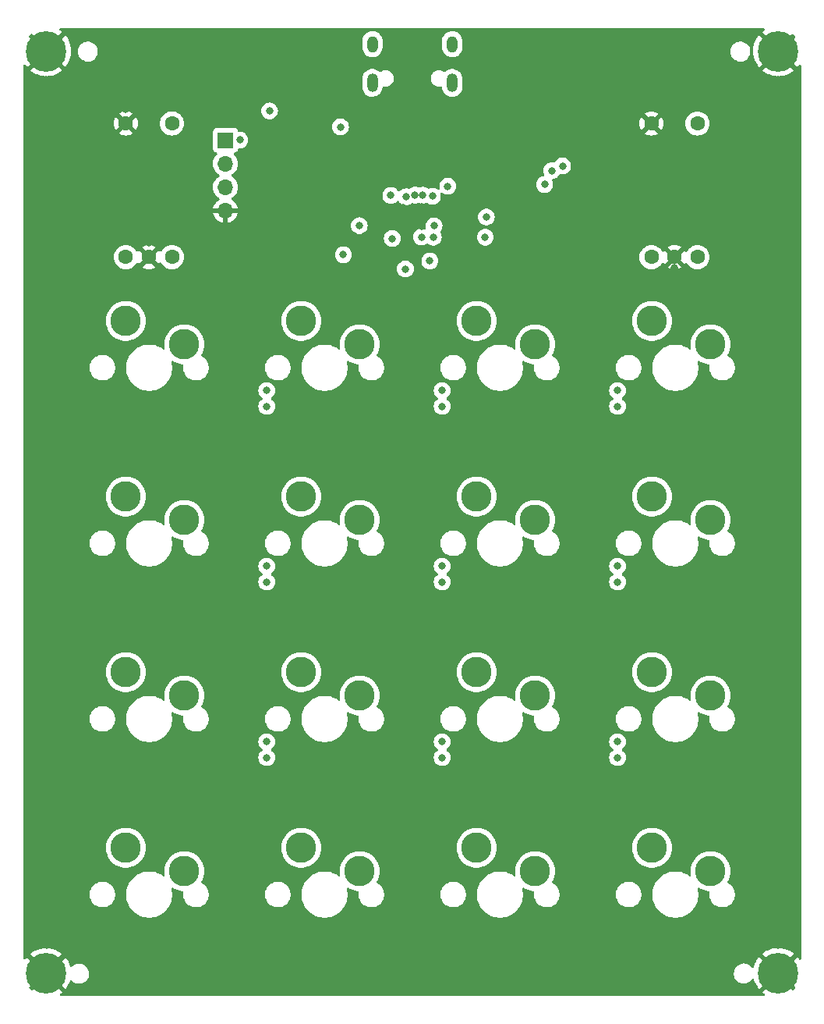
<source format=gbr>
%TF.GenerationSoftware,KiCad,Pcbnew,6.0.9-8da3e8f707~116~ubuntu20.04.1*%
%TF.CreationDate,2023-04-01T10:59:08+02:00*%
%TF.ProjectId,minikey,6d696e69-6b65-4792-9e6b-696361645f70,rev?*%
%TF.SameCoordinates,Original*%
%TF.FileFunction,Copper,L2,Inr*%
%TF.FilePolarity,Positive*%
%FSLAX46Y46*%
G04 Gerber Fmt 4.6, Leading zero omitted, Abs format (unit mm)*
G04 Created by KiCad (PCBNEW 6.0.9-8da3e8f707~116~ubuntu20.04.1) date 2023-04-01 10:59:08*
%MOMM*%
%LPD*%
G01*
G04 APERTURE LIST*
%TA.AperFunction,ComponentPad*%
%ADD10C,0.700000*%
%TD*%
%TA.AperFunction,ComponentPad*%
%ADD11C,4.400000*%
%TD*%
%TA.AperFunction,ComponentPad*%
%ADD12O,1.200000X2.000000*%
%TD*%
%TA.AperFunction,ComponentPad*%
%ADD13O,1.200000X1.800000*%
%TD*%
%TA.AperFunction,ComponentPad*%
%ADD14C,3.300000*%
%TD*%
%TA.AperFunction,ComponentPad*%
%ADD15R,1.700000X1.700000*%
%TD*%
%TA.AperFunction,ComponentPad*%
%ADD16O,1.700000X1.700000*%
%TD*%
%TA.AperFunction,ComponentPad*%
%ADD17C,1.600200*%
%TD*%
%TA.AperFunction,ViaPad*%
%ADD18C,0.800000*%
%TD*%
G04 APERTURE END LIST*
D10*
%TO.N,GND*%
%TO.C,H4*%
X197850000Y-166370000D03*
X196200000Y-164720000D03*
X197850000Y-163070000D03*
X199016726Y-165886726D03*
X196683274Y-165886726D03*
X199016726Y-163553274D03*
D11*
X197850000Y-164720000D03*
D10*
X196683274Y-163553274D03*
X199500000Y-164720000D03*
%TD*%
D12*
%TO.N,unconnected-(U6-Pad0)*%
%TO.C,U6*%
X153790895Y-68166761D03*
D13*
X162441137Y-63966862D03*
X153790895Y-63966862D03*
D12*
X162441137Y-68166761D03*
%TD*%
D14*
%TO.N,Net-(D1-Pad2)*%
%TO.C,SW1*%
X133350000Y-96520000D03*
%TO.N,COL0*%
X127000000Y-93980000D03*
%TD*%
%TO.N,Net-(D9-Pad2)*%
%TO.C,SW10*%
X171450000Y-96520000D03*
%TO.N,COL2*%
X165100000Y-93980000D03*
%TD*%
%TO.N,Net-(D15-Pad2)*%
%TO.C,SW17*%
X190500000Y-134620000D03*
%TO.N,COL3*%
X184150000Y-132080000D03*
%TD*%
D10*
%TO.N,GND*%
%TO.C,H1*%
X118360000Y-63070000D03*
X117193274Y-65886726D03*
X120010000Y-64720000D03*
X119526726Y-65886726D03*
D11*
X118360000Y-64720000D03*
D10*
X118360000Y-66370000D03*
X116710000Y-64720000D03*
X117193274Y-63553274D03*
X119526726Y-63553274D03*
%TD*%
D14*
%TO.N,Net-(D8-Pad2)*%
%TO.C,SW9*%
X152400000Y-153670000D03*
%TO.N,COL1*%
X146050000Y-151130000D03*
%TD*%
%TO.N,Net-(D5-Pad2)*%
%TO.C,SW6*%
X152400000Y-96520000D03*
%TO.N,COL1*%
X146050000Y-93980000D03*
%TD*%
%TO.N,Net-(D10-Pad2)*%
%TO.C,SW11*%
X171450000Y-115570000D03*
%TO.N,COL2*%
X165100000Y-113030000D03*
%TD*%
%TO.N,Net-(D12-Pad2)*%
%TO.C,SW13*%
X171450000Y-153670000D03*
%TO.N,COL2*%
X165100000Y-151130000D03*
%TD*%
%TO.N,Net-(D3-Pad2)*%
%TO.C,SW3*%
X133350000Y-134620000D03*
%TO.N,COL0*%
X127000000Y-132080000D03*
%TD*%
%TO.N,Net-(D11-Pad2)*%
%TO.C,SW12*%
X171450000Y-134620000D03*
%TO.N,COL2*%
X165100000Y-132080000D03*
%TD*%
%TO.N,Net-(D6-Pad2)*%
%TO.C,SW7*%
X152400000Y-115570000D03*
%TO.N,COL1*%
X146050000Y-113030000D03*
%TD*%
%TO.N,Net-(D16-Pad2)*%
%TO.C,SW18*%
X190500000Y-153670000D03*
%TO.N,COL3*%
X184150000Y-151130000D03*
%TD*%
%TO.N,Net-(D2-Pad2)*%
%TO.C,SW2*%
X133350000Y-115570000D03*
%TO.N,COL0*%
X127000000Y-113030000D03*
%TD*%
%TO.N,Net-(D13-Pad2)*%
%TO.C,SW15*%
X190500000Y-96520000D03*
%TO.N,COL3*%
X184150000Y-93980000D03*
%TD*%
%TO.N,Net-(D4-Pad2)*%
%TO.C,SW4*%
X133350000Y-153670000D03*
%TO.N,COL0*%
X127000000Y-151130000D03*
%TD*%
%TO.N,Net-(D7-Pad2)*%
%TO.C,SW8*%
X152400000Y-134620000D03*
%TO.N,COL1*%
X146050000Y-132080000D03*
%TD*%
D10*
%TO.N,GND*%
%TO.C,H2*%
X117193274Y-163573274D03*
X117193274Y-165906726D03*
X119526726Y-165906726D03*
X116710000Y-164740000D03*
D11*
X118360000Y-164740000D03*
D10*
X120010000Y-164740000D03*
X118360000Y-166390000D03*
X119526726Y-163573274D03*
X118360000Y-163090000D03*
%TD*%
%TO.N,GND*%
%TO.C,H3*%
X199016726Y-65886726D03*
X199500000Y-64720000D03*
X196683274Y-65886726D03*
D11*
X197850000Y-64720000D03*
D10*
X197850000Y-66370000D03*
X196200000Y-64720000D03*
X197850000Y-63070000D03*
X199016726Y-63553274D03*
X196683274Y-63553274D03*
%TD*%
D14*
%TO.N,Net-(D14-Pad2)*%
%TO.C,SW16*%
X190500000Y-115570000D03*
%TO.N,COL3*%
X184150000Y-113030000D03*
%TD*%
D15*
%TO.N,+3V3*%
%TO.C,J1*%
X137820000Y-74380000D03*
D16*
%TO.N,SWDIO*%
X137820000Y-76920000D03*
%TO.N,SWCLK*%
X137820000Y-79460000D03*
%TO.N,GND*%
X137820000Y-82000000D03*
%TD*%
D17*
%TO.N,ROT1_BTN*%
%TO.C,U7*%
X132008450Y-72558908D03*
%TO.N,GND*%
X127008450Y-72558908D03*
%TO.N,ROT1_A*%
X132008450Y-87058908D03*
%TO.N,GND*%
X129508450Y-87058908D03*
%TO.N,ROT1_B*%
X127008450Y-87058908D03*
%TD*%
%TO.N,ROT2_BTN*%
%TO.C,U8*%
X189088450Y-72568908D03*
%TO.N,GND*%
X184088450Y-72568908D03*
%TO.N,ROT2_A*%
X189088450Y-87068908D03*
%TO.N,GND*%
X186588450Y-87068908D03*
%TO.N,ROT2_B*%
X184088450Y-87068908D03*
%TD*%
D18*
%TO.N,GND*%
X184090000Y-70680000D03*
X197860000Y-161680000D03*
X163990000Y-77760000D03*
X152730000Y-87360000D03*
X157570000Y-74120000D03*
X166400000Y-88670000D03*
X197850000Y-67790000D03*
X154870000Y-70070000D03*
X159140000Y-83700000D03*
X137830000Y-83880000D03*
X155760000Y-91930000D03*
X160420000Y-73080000D03*
X153340000Y-81710000D03*
X151430000Y-79079569D03*
X169320000Y-82350000D03*
X174630000Y-70220000D03*
X164630000Y-83460000D03*
X159120000Y-81640000D03*
X156470000Y-74120000D03*
X164610000Y-80030000D03*
X154030000Y-70050000D03*
X118380000Y-161670000D03*
X150600000Y-92280000D03*
X151420000Y-79900500D03*
X153710000Y-87900000D03*
X164000000Y-76610000D03*
X149370000Y-90500000D03*
X171330000Y-75060000D03*
X149360000Y-91480000D03*
X157100000Y-81690000D03*
X158110000Y-82660000D03*
X174590000Y-74380000D03*
X129520000Y-85490000D03*
X139850000Y-88850000D03*
X151910000Y-87360000D03*
X162270000Y-70230000D03*
X175580000Y-88660000D03*
X186580000Y-88220000D03*
X152600000Y-71270000D03*
X118360000Y-67770000D03*
X146100000Y-76790000D03*
X160220000Y-89280000D03*
X164600000Y-78840000D03*
X149110000Y-88880000D03*
X161415554Y-70220000D03*
X127000000Y-71050000D03*
X155320000Y-72970000D03*
%TO.N,+3V3*%
X166160145Y-82704014D03*
X155780000Y-80370000D03*
X160480000Y-83680000D03*
X150320000Y-72940000D03*
X172490000Y-79190000D03*
X161960000Y-79380000D03*
X142610000Y-71200000D03*
X159260000Y-80350000D03*
X174440000Y-77170000D03*
X157367465Y-88347465D03*
X152360000Y-83650000D03*
X173240000Y-77700000D03*
X139380000Y-74370000D03*
X158410000Y-80340000D03*
%TO.N,RUN*%
X166030000Y-84910000D03*
X160016878Y-87473122D03*
%TO.N,SWDIO*%
X160400000Y-84900000D03*
%TO.N,SWCLK*%
X159120000Y-84890000D03*
%TO.N,COL1*%
X142303500Y-122301000D03*
X155930000Y-85040000D03*
X142303500Y-120586500D03*
X150630000Y-86811500D03*
X142303500Y-141351000D03*
X142303500Y-103251000D03*
X142303500Y-101536500D03*
X142303500Y-139636500D03*
%TO.N,COL2*%
X161353500Y-141351000D03*
X161353500Y-101536500D03*
X161353500Y-120586500D03*
X161353500Y-139636500D03*
X161353500Y-122301000D03*
X161353500Y-103251000D03*
%TO.N,COL3*%
X180403500Y-103251000D03*
X180403500Y-101536500D03*
X180403500Y-139636500D03*
X180403500Y-120586500D03*
X180403500Y-122301000D03*
X180403500Y-141351000D03*
%TO.N,+1V1*%
X157428242Y-80527498D03*
X160300000Y-80450000D03*
%TD*%
%TA.AperFunction,Conductor*%
%TO.N,GND*%
G36*
X196351296Y-62248502D02*
G01*
X196397789Y-62302158D01*
X196407893Y-62372432D01*
X196378399Y-62437012D01*
X196347597Y-62462786D01*
X196328350Y-62474237D01*
X196322091Y-62478490D01*
X196136385Y-62621762D01*
X196127917Y-62633423D01*
X196134520Y-62645309D01*
X197850000Y-64360790D01*
X199923287Y-66434076D01*
X199936407Y-66441240D01*
X199946710Y-66433850D01*
X200050751Y-66306055D01*
X200055159Y-66299921D01*
X200108938Y-66214686D01*
X200162205Y-66167748D01*
X200232392Y-66157059D01*
X200297217Y-66186014D01*
X200336096Y-66245418D01*
X200341500Y-66281922D01*
X200341500Y-163154491D01*
X200321498Y-163222612D01*
X200267842Y-163269105D01*
X200197568Y-163279209D01*
X200132988Y-163249715D01*
X200107553Y-163219480D01*
X200087763Y-163186609D01*
X200083481Y-163180377D01*
X199947991Y-163006647D01*
X199936199Y-162998178D01*
X199924486Y-163004725D01*
X198209210Y-164720000D01*
X197850000Y-165079210D01*
X196135816Y-166793395D01*
X196128703Y-166806422D01*
X196136229Y-166816855D01*
X196275483Y-166929020D01*
X196281664Y-166933413D01*
X196354100Y-166978588D01*
X196401317Y-167031608D01*
X196412373Y-167101738D01*
X196383759Y-167166713D01*
X196324559Y-167205903D01*
X196287424Y-167211500D01*
X158467987Y-167211508D01*
X119956739Y-167211516D01*
X119888619Y-167191514D01*
X119842126Y-167137858D01*
X119832022Y-167067584D01*
X119861516Y-167003004D01*
X119880823Y-166984954D01*
X120074305Y-166838889D01*
X120082761Y-166827496D01*
X120076045Y-166815256D01*
X118001921Y-164741131D01*
X118724408Y-164741131D01*
X118724539Y-164742966D01*
X118728790Y-164749580D01*
X120433285Y-166454074D01*
X120446408Y-166461240D01*
X120456709Y-166453851D01*
X120560751Y-166326055D01*
X120565164Y-166319914D01*
X120735349Y-166050187D01*
X120739005Y-166043536D01*
X120875544Y-165755335D01*
X120878375Y-165748295D01*
X120933338Y-165583549D01*
X120973871Y-165525260D01*
X121039483Y-165498137D01*
X121109342Y-165510793D01*
X121140783Y-165533171D01*
X121160772Y-165552643D01*
X121239078Y-165628925D01*
X121404804Y-165739660D01*
X121410107Y-165741938D01*
X121410110Y-165741940D01*
X121582628Y-165816059D01*
X121587935Y-165818339D01*
X121660016Y-165834649D01*
X121776701Y-165861053D01*
X121776707Y-165861054D01*
X121782338Y-165862328D01*
X121788109Y-165862555D01*
X121788111Y-165862555D01*
X121849056Y-165864949D01*
X121981501Y-165870153D01*
X122081459Y-165855660D01*
X122173035Y-165842383D01*
X122173040Y-165842382D01*
X122178756Y-165841553D01*
X122184228Y-165839695D01*
X122184230Y-165839695D01*
X122362032Y-165779339D01*
X122362034Y-165779338D01*
X122367496Y-165777484D01*
X122541399Y-165680094D01*
X122694643Y-165552643D01*
X122822094Y-165399399D01*
X122919484Y-165225496D01*
X122946060Y-165147208D01*
X122981695Y-165042230D01*
X122981695Y-165042228D01*
X122983553Y-165036756D01*
X122984382Y-165031040D01*
X122984383Y-165031035D01*
X123001418Y-164913539D01*
X123012153Y-164839501D01*
X123013646Y-164782500D01*
X123010613Y-164749489D01*
X193030727Y-164749489D01*
X193032596Y-164778000D01*
X193043763Y-164948380D01*
X193045184Y-164953976D01*
X193045185Y-164953981D01*
X193089180Y-165127208D01*
X193092826Y-165141564D01*
X193095243Y-165146807D01*
X193131519Y-165225496D01*
X193176272Y-165322573D01*
X193179605Y-165327289D01*
X193234738Y-165405300D01*
X193291307Y-165485344D01*
X193295449Y-165489379D01*
X193412596Y-165603498D01*
X193434078Y-165624425D01*
X193599804Y-165735160D01*
X193605107Y-165737438D01*
X193605110Y-165737440D01*
X193777628Y-165811559D01*
X193782935Y-165813839D01*
X193855016Y-165830149D01*
X193971701Y-165856553D01*
X193971707Y-165856554D01*
X193977338Y-165857828D01*
X193983109Y-165858055D01*
X193983111Y-165858055D01*
X194044056Y-165860449D01*
X194176501Y-165865653D01*
X194276459Y-165851160D01*
X194368035Y-165837883D01*
X194368040Y-165837882D01*
X194373756Y-165837053D01*
X194379228Y-165835195D01*
X194379230Y-165835195D01*
X194557032Y-165774839D01*
X194557034Y-165774838D01*
X194562496Y-165772984D01*
X194736399Y-165675594D01*
X194889643Y-165548143D01*
X195017094Y-165394899D01*
X195018179Y-165395801D01*
X195067926Y-165355324D01*
X195138480Y-165347403D01*
X195202116Y-165378883D01*
X195237409Y-165435403D01*
X195301196Y-165648695D01*
X195303799Y-165655808D01*
X195431227Y-165948173D01*
X195434669Y-165954929D01*
X195596296Y-166229865D01*
X195600519Y-166236150D01*
X195751463Y-166433934D01*
X195762989Y-166442396D01*
X195775054Y-166435735D01*
X197477980Y-164732810D01*
X197485592Y-164718869D01*
X197485461Y-164717034D01*
X197481210Y-164710420D01*
X195776445Y-163005656D01*
X195763510Y-162998592D01*
X195752949Y-163006252D01*
X195632766Y-163157072D01*
X195628410Y-163163270D01*
X195461059Y-163434764D01*
X195457479Y-163441440D01*
X195323956Y-163731074D01*
X195321206Y-163738125D01*
X195223444Y-164041708D01*
X195221561Y-164049041D01*
X195215447Y-164080645D01*
X195182870Y-164143726D01*
X195121359Y-164179180D01*
X195050446Y-164175752D01*
X194990783Y-164132100D01*
X194952360Y-164080645D01*
X194928893Y-164049219D01*
X194782530Y-163913922D01*
X194777647Y-163910841D01*
X194777643Y-163910838D01*
X194618846Y-163810645D01*
X194618841Y-163810643D01*
X194613962Y-163807564D01*
X194428834Y-163733705D01*
X194255588Y-163699244D01*
X194239013Y-163695947D01*
X194233347Y-163694820D01*
X194227572Y-163694744D01*
X194227568Y-163694744D01*
X194128088Y-163693442D01*
X194034047Y-163692211D01*
X194028350Y-163693190D01*
X194028349Y-163693190D01*
X193986117Y-163700447D01*
X193837608Y-163725966D01*
X193650611Y-163794953D01*
X193479316Y-163896862D01*
X193329461Y-164028281D01*
X193206065Y-164184809D01*
X193203376Y-164189920D01*
X193203374Y-164189923D01*
X193152901Y-164285857D01*
X193113260Y-164361202D01*
X193054154Y-164551554D01*
X193030727Y-164749489D01*
X123010613Y-164749489D01*
X122995408Y-164584019D01*
X122984697Y-164546039D01*
X122942873Y-164397744D01*
X122942872Y-164397742D01*
X122941305Y-164392185D01*
X122933123Y-164375592D01*
X122855705Y-164218604D01*
X122853150Y-164213423D01*
X122827580Y-164179180D01*
X122792423Y-164132100D01*
X122733893Y-164053719D01*
X122587530Y-163918422D01*
X122582647Y-163915341D01*
X122582643Y-163915338D01*
X122423846Y-163815145D01*
X122423841Y-163815143D01*
X122418962Y-163812064D01*
X122233834Y-163738205D01*
X122038347Y-163699320D01*
X122032572Y-163699244D01*
X122032568Y-163699244D01*
X121933088Y-163697942D01*
X121839047Y-163696711D01*
X121833350Y-163697690D01*
X121833349Y-163697690D01*
X121817305Y-163700447D01*
X121642608Y-163730466D01*
X121455611Y-163799453D01*
X121450649Y-163802405D01*
X121441978Y-163807564D01*
X121284316Y-163901362D01*
X121221190Y-163956722D01*
X121155774Y-164014090D01*
X121091370Y-164043967D01*
X121021037Y-164034281D01*
X120967106Y-163988108D01*
X120952365Y-163956722D01*
X120898941Y-163784670D01*
X120896263Y-163777583D01*
X120765781Y-163486570D01*
X120762264Y-163479843D01*
X120597771Y-163206621D01*
X120593481Y-163200377D01*
X120457991Y-163026647D01*
X120446199Y-163018178D01*
X120434486Y-163024725D01*
X118732020Y-164727190D01*
X118724408Y-164741131D01*
X118001921Y-164741131D01*
X118000790Y-164740000D01*
X116286443Y-163025654D01*
X116273511Y-163018592D01*
X116262948Y-163026253D01*
X116142766Y-163177072D01*
X116138415Y-163183263D01*
X116121424Y-163210827D01*
X116068651Y-163258320D01*
X115998579Y-163269742D01*
X115933456Y-163241468D01*
X115893956Y-163182474D01*
X115888165Y-163144739D01*
X115888067Y-162653423D01*
X116637917Y-162653423D01*
X116644520Y-162665309D01*
X118347190Y-164367980D01*
X118361131Y-164375592D01*
X118362966Y-164375461D01*
X118369580Y-164371210D01*
X120074559Y-162666230D01*
X120081571Y-162653389D01*
X120073777Y-162642701D01*
X120062008Y-162633423D01*
X196127917Y-162633423D01*
X196134520Y-162645309D01*
X197837190Y-164347980D01*
X197851131Y-164355592D01*
X197852966Y-164355461D01*
X197859580Y-164351210D01*
X199564559Y-162646230D01*
X199571571Y-162633389D01*
X199563777Y-162622701D01*
X199401298Y-162494613D01*
X199395075Y-162490288D01*
X199122702Y-162324357D01*
X199116025Y-162320822D01*
X198825686Y-162188813D01*
X198818616Y-162186099D01*
X198514537Y-162089932D01*
X198507186Y-162088085D01*
X198193746Y-162029142D01*
X198186237Y-162028194D01*
X197867989Y-162007335D01*
X197860424Y-162007295D01*
X197541964Y-162024821D01*
X197534450Y-162025690D01*
X197220405Y-162081348D01*
X197213044Y-162083115D01*
X196907980Y-162176092D01*
X196900860Y-162178740D01*
X196609182Y-162307690D01*
X196602445Y-162311167D01*
X196328355Y-162474233D01*
X196322091Y-162478490D01*
X196136385Y-162621762D01*
X196127917Y-162633423D01*
X120062008Y-162633423D01*
X119911298Y-162514613D01*
X119905075Y-162510288D01*
X119632702Y-162344357D01*
X119626025Y-162340822D01*
X119335686Y-162208813D01*
X119328616Y-162206099D01*
X119024537Y-162109932D01*
X119017186Y-162108085D01*
X118703746Y-162049142D01*
X118696237Y-162048194D01*
X118377989Y-162027335D01*
X118370424Y-162027295D01*
X118051964Y-162044821D01*
X118044450Y-162045690D01*
X117730405Y-162101348D01*
X117723044Y-162103115D01*
X117417980Y-162196092D01*
X117410860Y-162198740D01*
X117119182Y-162327690D01*
X117112445Y-162331167D01*
X116838355Y-162494233D01*
X116832091Y-162498490D01*
X116646385Y-162641762D01*
X116637917Y-162653423D01*
X115888067Y-162653423D01*
X115886762Y-156144593D01*
X123073039Y-156144593D01*
X123081848Y-156379216D01*
X123082943Y-156384434D01*
X123107794Y-156502871D01*
X123130062Y-156609001D01*
X123216302Y-156827377D01*
X123338104Y-157028100D01*
X123491985Y-157205432D01*
X123496117Y-157208820D01*
X123669416Y-157350917D01*
X123669422Y-157350921D01*
X123673544Y-157354301D01*
X123678180Y-157356940D01*
X123678183Y-157356942D01*
X123789408Y-157420255D01*
X123877590Y-157470451D01*
X124098289Y-157550561D01*
X124103538Y-157551510D01*
X124103541Y-157551511D01*
X124184615Y-157566171D01*
X124329330Y-157592340D01*
X124333469Y-157592535D01*
X124333476Y-157592536D01*
X124352440Y-157593430D01*
X124352449Y-157593430D01*
X124353929Y-157593500D01*
X124518950Y-157593500D01*
X124600299Y-157586597D01*
X124688637Y-157579102D01*
X124688641Y-157579101D01*
X124693948Y-157578651D01*
X124699103Y-157577313D01*
X124699109Y-157577312D01*
X124916035Y-157521009D01*
X124916034Y-157521009D01*
X124921206Y-157519667D01*
X124926072Y-157517475D01*
X124926075Y-157517474D01*
X125130417Y-157425424D01*
X125130420Y-157425423D01*
X125135278Y-157423234D01*
X125330041Y-157292112D01*
X125499927Y-157130049D01*
X125640078Y-156941679D01*
X125700719Y-156822408D01*
X125744069Y-156737144D01*
X125744069Y-156737143D01*
X125746487Y-156732388D01*
X125816111Y-156508160D01*
X125833202Y-156379216D01*
X125834763Y-156367438D01*
X127037600Y-156367438D01*
X127077064Y-156679830D01*
X127155370Y-156984813D01*
X127271284Y-157277577D01*
X127273186Y-157281036D01*
X127273187Y-157281039D01*
X127405112Y-157521009D01*
X127422976Y-157553504D01*
X127608055Y-157808244D01*
X127823602Y-158037778D01*
X128066218Y-158238487D01*
X128332076Y-158407206D01*
X128335655Y-158408890D01*
X128335662Y-158408894D01*
X128613394Y-158539584D01*
X128613398Y-158539586D01*
X128616984Y-158541273D01*
X128916448Y-158638575D01*
X129225746Y-158697577D01*
X129319300Y-158703463D01*
X129459358Y-158712275D01*
X129459374Y-158712276D01*
X129461353Y-158712400D01*
X129618647Y-158712400D01*
X129620626Y-158712276D01*
X129620642Y-158712275D01*
X129760700Y-158703463D01*
X129854254Y-158697577D01*
X130163552Y-158638575D01*
X130463016Y-158541273D01*
X130466602Y-158539586D01*
X130466606Y-158539584D01*
X130744338Y-158408894D01*
X130744345Y-158408890D01*
X130747924Y-158407206D01*
X131013782Y-158238487D01*
X131256398Y-158037778D01*
X131471945Y-157808244D01*
X131657024Y-157553504D01*
X131674889Y-157521009D01*
X131806813Y-157281039D01*
X131806814Y-157281036D01*
X131808716Y-157277577D01*
X131924630Y-156984813D01*
X132002936Y-156679830D01*
X132042400Y-156367438D01*
X132042400Y-156052562D01*
X132002936Y-155740170D01*
X132001949Y-155736328D01*
X132001948Y-155736320D01*
X131969127Y-155608489D01*
X131971559Y-155537534D01*
X132011967Y-155479158D01*
X132077520Y-155451895D01*
X132147407Y-155464401D01*
X132158124Y-155470417D01*
X132323976Y-155574456D01*
X132323980Y-155574458D01*
X132327616Y-155576739D01*
X132461733Y-155637295D01*
X132591937Y-155696085D01*
X132591941Y-155696087D01*
X132595849Y-155697851D01*
X132599968Y-155699071D01*
X132873924Y-155780221D01*
X132873929Y-155780222D01*
X132878037Y-155781439D01*
X132882271Y-155782087D01*
X132882276Y-155782088D01*
X133151083Y-155823221D01*
X133215394Y-155853297D01*
X133253236Y-155913368D01*
X133256932Y-155964327D01*
X133246092Y-156046116D01*
X133233039Y-156144593D01*
X133241848Y-156379216D01*
X133242943Y-156384434D01*
X133267794Y-156502871D01*
X133290062Y-156609001D01*
X133376302Y-156827377D01*
X133498104Y-157028100D01*
X133651985Y-157205432D01*
X133656117Y-157208820D01*
X133829416Y-157350917D01*
X133829422Y-157350921D01*
X133833544Y-157354301D01*
X133838180Y-157356940D01*
X133838183Y-157356942D01*
X133949408Y-157420255D01*
X134037590Y-157470451D01*
X134258289Y-157550561D01*
X134263538Y-157551510D01*
X134263541Y-157551511D01*
X134344615Y-157566171D01*
X134489330Y-157592340D01*
X134493469Y-157592535D01*
X134493476Y-157592536D01*
X134512440Y-157593430D01*
X134512449Y-157593430D01*
X134513929Y-157593500D01*
X134678950Y-157593500D01*
X134760299Y-157586597D01*
X134848637Y-157579102D01*
X134848641Y-157579101D01*
X134853948Y-157578651D01*
X134859103Y-157577313D01*
X134859109Y-157577312D01*
X135076035Y-157521009D01*
X135076034Y-157521009D01*
X135081206Y-157519667D01*
X135086072Y-157517475D01*
X135086075Y-157517474D01*
X135290417Y-157425424D01*
X135290420Y-157425423D01*
X135295278Y-157423234D01*
X135490041Y-157292112D01*
X135659927Y-157130049D01*
X135800078Y-156941679D01*
X135860719Y-156822408D01*
X135904069Y-156737144D01*
X135904069Y-156737143D01*
X135906487Y-156732388D01*
X135976111Y-156508160D01*
X135993202Y-156379216D01*
X136006261Y-156280690D01*
X136006261Y-156280687D01*
X136006961Y-156275407D01*
X136002050Y-156144593D01*
X142123039Y-156144593D01*
X142131848Y-156379216D01*
X142132943Y-156384434D01*
X142157794Y-156502871D01*
X142180062Y-156609001D01*
X142266302Y-156827377D01*
X142388104Y-157028100D01*
X142541985Y-157205432D01*
X142546117Y-157208820D01*
X142719416Y-157350917D01*
X142719422Y-157350921D01*
X142723544Y-157354301D01*
X142728180Y-157356940D01*
X142728183Y-157356942D01*
X142839408Y-157420255D01*
X142927590Y-157470451D01*
X143148289Y-157550561D01*
X143153538Y-157551510D01*
X143153541Y-157551511D01*
X143234615Y-157566171D01*
X143379330Y-157592340D01*
X143383469Y-157592535D01*
X143383476Y-157592536D01*
X143402440Y-157593430D01*
X143402449Y-157593430D01*
X143403929Y-157593500D01*
X143568950Y-157593500D01*
X143650299Y-157586597D01*
X143738637Y-157579102D01*
X143738641Y-157579101D01*
X143743948Y-157578651D01*
X143749103Y-157577313D01*
X143749109Y-157577312D01*
X143966035Y-157521009D01*
X143966034Y-157521009D01*
X143971206Y-157519667D01*
X143976072Y-157517475D01*
X143976075Y-157517474D01*
X144180417Y-157425424D01*
X144180420Y-157425423D01*
X144185278Y-157423234D01*
X144380041Y-157292112D01*
X144549927Y-157130049D01*
X144690078Y-156941679D01*
X144750719Y-156822408D01*
X144794069Y-156737144D01*
X144794069Y-156737143D01*
X144796487Y-156732388D01*
X144866111Y-156508160D01*
X144883202Y-156379216D01*
X144884763Y-156367438D01*
X146087600Y-156367438D01*
X146127064Y-156679830D01*
X146205370Y-156984813D01*
X146321284Y-157277577D01*
X146323186Y-157281036D01*
X146323187Y-157281039D01*
X146455112Y-157521009D01*
X146472976Y-157553504D01*
X146658055Y-157808244D01*
X146873602Y-158037778D01*
X147116218Y-158238487D01*
X147382076Y-158407206D01*
X147385655Y-158408890D01*
X147385662Y-158408894D01*
X147663394Y-158539584D01*
X147663398Y-158539586D01*
X147666984Y-158541273D01*
X147966448Y-158638575D01*
X148275746Y-158697577D01*
X148369300Y-158703463D01*
X148509358Y-158712275D01*
X148509374Y-158712276D01*
X148511353Y-158712400D01*
X148668647Y-158712400D01*
X148670626Y-158712276D01*
X148670642Y-158712275D01*
X148810700Y-158703463D01*
X148904254Y-158697577D01*
X149213552Y-158638575D01*
X149513016Y-158541273D01*
X149516602Y-158539586D01*
X149516606Y-158539584D01*
X149794338Y-158408894D01*
X149794345Y-158408890D01*
X149797924Y-158407206D01*
X150063782Y-158238487D01*
X150306398Y-158037778D01*
X150521945Y-157808244D01*
X150707024Y-157553504D01*
X150724889Y-157521009D01*
X150856813Y-157281039D01*
X150856814Y-157281036D01*
X150858716Y-157277577D01*
X150974630Y-156984813D01*
X151052936Y-156679830D01*
X151092400Y-156367438D01*
X151092400Y-156052562D01*
X151052936Y-155740170D01*
X151051949Y-155736328D01*
X151051948Y-155736320D01*
X151019127Y-155608489D01*
X151021559Y-155537534D01*
X151061967Y-155479158D01*
X151127520Y-155451895D01*
X151197407Y-155464401D01*
X151208124Y-155470417D01*
X151373976Y-155574456D01*
X151373980Y-155574458D01*
X151377616Y-155576739D01*
X151511733Y-155637295D01*
X151641937Y-155696085D01*
X151641941Y-155696087D01*
X151645849Y-155697851D01*
X151649968Y-155699071D01*
X151923924Y-155780221D01*
X151923929Y-155780222D01*
X151928037Y-155781439D01*
X151932271Y-155782087D01*
X151932276Y-155782088D01*
X152201083Y-155823221D01*
X152265394Y-155853297D01*
X152303236Y-155913368D01*
X152306932Y-155964327D01*
X152296092Y-156046116D01*
X152283039Y-156144593D01*
X152291848Y-156379216D01*
X152292943Y-156384434D01*
X152317794Y-156502871D01*
X152340062Y-156609001D01*
X152426302Y-156827377D01*
X152548104Y-157028100D01*
X152701985Y-157205432D01*
X152706117Y-157208820D01*
X152879416Y-157350917D01*
X152879422Y-157350921D01*
X152883544Y-157354301D01*
X152888180Y-157356940D01*
X152888183Y-157356942D01*
X152999408Y-157420255D01*
X153087590Y-157470451D01*
X153308289Y-157550561D01*
X153313538Y-157551510D01*
X153313541Y-157551511D01*
X153394615Y-157566171D01*
X153539330Y-157592340D01*
X153543469Y-157592535D01*
X153543476Y-157592536D01*
X153562440Y-157593430D01*
X153562449Y-157593430D01*
X153563929Y-157593500D01*
X153728950Y-157593500D01*
X153810299Y-157586597D01*
X153898637Y-157579102D01*
X153898641Y-157579101D01*
X153903948Y-157578651D01*
X153909103Y-157577313D01*
X153909109Y-157577312D01*
X154126035Y-157521009D01*
X154126034Y-157521009D01*
X154131206Y-157519667D01*
X154136072Y-157517475D01*
X154136075Y-157517474D01*
X154340417Y-157425424D01*
X154340420Y-157425423D01*
X154345278Y-157423234D01*
X154540041Y-157292112D01*
X154709927Y-157130049D01*
X154850078Y-156941679D01*
X154910719Y-156822408D01*
X154954069Y-156737144D01*
X154954069Y-156737143D01*
X154956487Y-156732388D01*
X155026111Y-156508160D01*
X155043202Y-156379216D01*
X155056261Y-156280690D01*
X155056261Y-156280687D01*
X155056961Y-156275407D01*
X155052050Y-156144593D01*
X161173039Y-156144593D01*
X161181848Y-156379216D01*
X161182943Y-156384434D01*
X161207794Y-156502871D01*
X161230062Y-156609001D01*
X161316302Y-156827377D01*
X161438104Y-157028100D01*
X161591985Y-157205432D01*
X161596117Y-157208820D01*
X161769416Y-157350917D01*
X161769422Y-157350921D01*
X161773544Y-157354301D01*
X161778180Y-157356940D01*
X161778183Y-157356942D01*
X161889408Y-157420255D01*
X161977590Y-157470451D01*
X162198289Y-157550561D01*
X162203538Y-157551510D01*
X162203541Y-157551511D01*
X162284615Y-157566171D01*
X162429330Y-157592340D01*
X162433469Y-157592535D01*
X162433476Y-157592536D01*
X162452440Y-157593430D01*
X162452449Y-157593430D01*
X162453929Y-157593500D01*
X162618950Y-157593500D01*
X162700299Y-157586597D01*
X162788637Y-157579102D01*
X162788641Y-157579101D01*
X162793948Y-157578651D01*
X162799103Y-157577313D01*
X162799109Y-157577312D01*
X163016035Y-157521009D01*
X163016034Y-157521009D01*
X163021206Y-157519667D01*
X163026072Y-157517475D01*
X163026075Y-157517474D01*
X163230417Y-157425424D01*
X163230420Y-157425423D01*
X163235278Y-157423234D01*
X163430041Y-157292112D01*
X163599927Y-157130049D01*
X163740078Y-156941679D01*
X163800719Y-156822408D01*
X163844069Y-156737144D01*
X163844069Y-156737143D01*
X163846487Y-156732388D01*
X163916111Y-156508160D01*
X163933202Y-156379216D01*
X163934763Y-156367438D01*
X165137600Y-156367438D01*
X165177064Y-156679830D01*
X165255370Y-156984813D01*
X165371284Y-157277577D01*
X165373186Y-157281036D01*
X165373187Y-157281039D01*
X165505112Y-157521009D01*
X165522976Y-157553504D01*
X165708055Y-157808244D01*
X165923602Y-158037778D01*
X166166218Y-158238487D01*
X166432076Y-158407206D01*
X166435655Y-158408890D01*
X166435662Y-158408894D01*
X166713394Y-158539584D01*
X166713398Y-158539586D01*
X166716984Y-158541273D01*
X167016448Y-158638575D01*
X167325746Y-158697577D01*
X167419300Y-158703463D01*
X167559358Y-158712275D01*
X167559374Y-158712276D01*
X167561353Y-158712400D01*
X167718647Y-158712400D01*
X167720626Y-158712276D01*
X167720642Y-158712275D01*
X167860700Y-158703463D01*
X167954254Y-158697577D01*
X168263552Y-158638575D01*
X168563016Y-158541273D01*
X168566602Y-158539586D01*
X168566606Y-158539584D01*
X168844338Y-158408894D01*
X168844345Y-158408890D01*
X168847924Y-158407206D01*
X169113782Y-158238487D01*
X169356398Y-158037778D01*
X169571945Y-157808244D01*
X169757024Y-157553504D01*
X169774889Y-157521009D01*
X169906813Y-157281039D01*
X169906814Y-157281036D01*
X169908716Y-157277577D01*
X170024630Y-156984813D01*
X170102936Y-156679830D01*
X170142400Y-156367438D01*
X170142400Y-156052562D01*
X170102936Y-155740170D01*
X170101949Y-155736328D01*
X170101948Y-155736320D01*
X170069127Y-155608489D01*
X170071559Y-155537534D01*
X170111967Y-155479158D01*
X170177520Y-155451895D01*
X170247407Y-155464401D01*
X170258124Y-155470417D01*
X170423976Y-155574456D01*
X170423980Y-155574458D01*
X170427616Y-155576739D01*
X170561733Y-155637295D01*
X170691937Y-155696085D01*
X170691941Y-155696087D01*
X170695849Y-155697851D01*
X170699968Y-155699071D01*
X170973924Y-155780221D01*
X170973929Y-155780222D01*
X170978037Y-155781439D01*
X170982271Y-155782087D01*
X170982276Y-155782088D01*
X171251083Y-155823221D01*
X171315394Y-155853297D01*
X171353236Y-155913368D01*
X171356932Y-155964327D01*
X171346092Y-156046116D01*
X171333039Y-156144593D01*
X171341848Y-156379216D01*
X171342943Y-156384434D01*
X171367794Y-156502871D01*
X171390062Y-156609001D01*
X171476302Y-156827377D01*
X171598104Y-157028100D01*
X171751985Y-157205432D01*
X171756117Y-157208820D01*
X171929416Y-157350917D01*
X171929422Y-157350921D01*
X171933544Y-157354301D01*
X171938180Y-157356940D01*
X171938183Y-157356942D01*
X172049408Y-157420255D01*
X172137590Y-157470451D01*
X172358289Y-157550561D01*
X172363538Y-157551510D01*
X172363541Y-157551511D01*
X172444615Y-157566171D01*
X172589330Y-157592340D01*
X172593469Y-157592535D01*
X172593476Y-157592536D01*
X172612440Y-157593430D01*
X172612449Y-157593430D01*
X172613929Y-157593500D01*
X172778950Y-157593500D01*
X172860299Y-157586597D01*
X172948637Y-157579102D01*
X172948641Y-157579101D01*
X172953948Y-157578651D01*
X172959103Y-157577313D01*
X172959109Y-157577312D01*
X173176035Y-157521009D01*
X173176034Y-157521009D01*
X173181206Y-157519667D01*
X173186072Y-157517475D01*
X173186075Y-157517474D01*
X173390417Y-157425424D01*
X173390420Y-157425423D01*
X173395278Y-157423234D01*
X173590041Y-157292112D01*
X173759927Y-157130049D01*
X173900078Y-156941679D01*
X173960719Y-156822408D01*
X174004069Y-156737144D01*
X174004069Y-156737143D01*
X174006487Y-156732388D01*
X174076111Y-156508160D01*
X174093202Y-156379216D01*
X174106261Y-156280690D01*
X174106261Y-156280687D01*
X174106961Y-156275407D01*
X174102050Y-156144593D01*
X180223039Y-156144593D01*
X180231848Y-156379216D01*
X180232943Y-156384434D01*
X180257794Y-156502871D01*
X180280062Y-156609001D01*
X180366302Y-156827377D01*
X180488104Y-157028100D01*
X180641985Y-157205432D01*
X180646117Y-157208820D01*
X180819416Y-157350917D01*
X180819422Y-157350921D01*
X180823544Y-157354301D01*
X180828180Y-157356940D01*
X180828183Y-157356942D01*
X180939408Y-157420255D01*
X181027590Y-157470451D01*
X181248289Y-157550561D01*
X181253538Y-157551510D01*
X181253541Y-157551511D01*
X181334615Y-157566171D01*
X181479330Y-157592340D01*
X181483469Y-157592535D01*
X181483476Y-157592536D01*
X181502440Y-157593430D01*
X181502449Y-157593430D01*
X181503929Y-157593500D01*
X181668950Y-157593500D01*
X181750299Y-157586597D01*
X181838637Y-157579102D01*
X181838641Y-157579101D01*
X181843948Y-157578651D01*
X181849103Y-157577313D01*
X181849109Y-157577312D01*
X182066035Y-157521009D01*
X182066034Y-157521009D01*
X182071206Y-157519667D01*
X182076072Y-157517475D01*
X182076075Y-157517474D01*
X182280417Y-157425424D01*
X182280420Y-157425423D01*
X182285278Y-157423234D01*
X182480041Y-157292112D01*
X182649927Y-157130049D01*
X182790078Y-156941679D01*
X182850719Y-156822408D01*
X182894069Y-156737144D01*
X182894069Y-156737143D01*
X182896487Y-156732388D01*
X182966111Y-156508160D01*
X182983202Y-156379216D01*
X182984763Y-156367438D01*
X184187600Y-156367438D01*
X184227064Y-156679830D01*
X184305370Y-156984813D01*
X184421284Y-157277577D01*
X184423186Y-157281036D01*
X184423187Y-157281039D01*
X184555112Y-157521009D01*
X184572976Y-157553504D01*
X184758055Y-157808244D01*
X184973602Y-158037778D01*
X185216218Y-158238487D01*
X185482076Y-158407206D01*
X185485655Y-158408890D01*
X185485662Y-158408894D01*
X185763394Y-158539584D01*
X185763398Y-158539586D01*
X185766984Y-158541273D01*
X186066448Y-158638575D01*
X186375746Y-158697577D01*
X186469300Y-158703463D01*
X186609358Y-158712275D01*
X186609374Y-158712276D01*
X186611353Y-158712400D01*
X186768647Y-158712400D01*
X186770626Y-158712276D01*
X186770642Y-158712275D01*
X186910700Y-158703463D01*
X187004254Y-158697577D01*
X187313552Y-158638575D01*
X187613016Y-158541273D01*
X187616602Y-158539586D01*
X187616606Y-158539584D01*
X187894338Y-158408894D01*
X187894345Y-158408890D01*
X187897924Y-158407206D01*
X188163782Y-158238487D01*
X188406398Y-158037778D01*
X188621945Y-157808244D01*
X188807024Y-157553504D01*
X188824889Y-157521009D01*
X188956813Y-157281039D01*
X188956814Y-157281036D01*
X188958716Y-157277577D01*
X189074630Y-156984813D01*
X189152936Y-156679830D01*
X189192400Y-156367438D01*
X189192400Y-156052562D01*
X189152936Y-155740170D01*
X189151949Y-155736328D01*
X189151948Y-155736320D01*
X189119127Y-155608489D01*
X189121559Y-155537534D01*
X189161967Y-155479158D01*
X189227520Y-155451895D01*
X189297407Y-155464401D01*
X189308124Y-155470417D01*
X189473976Y-155574456D01*
X189473980Y-155574458D01*
X189477616Y-155576739D01*
X189611733Y-155637295D01*
X189741937Y-155696085D01*
X189741941Y-155696087D01*
X189745849Y-155697851D01*
X189749968Y-155699071D01*
X190023924Y-155780221D01*
X190023929Y-155780222D01*
X190028037Y-155781439D01*
X190032271Y-155782087D01*
X190032276Y-155782088D01*
X190301083Y-155823221D01*
X190365394Y-155853297D01*
X190403236Y-155913368D01*
X190406932Y-155964327D01*
X190396092Y-156046116D01*
X190383039Y-156144593D01*
X190391848Y-156379216D01*
X190392943Y-156384434D01*
X190417794Y-156502871D01*
X190440062Y-156609001D01*
X190526302Y-156827377D01*
X190648104Y-157028100D01*
X190801985Y-157205432D01*
X190806117Y-157208820D01*
X190979416Y-157350917D01*
X190979422Y-157350921D01*
X190983544Y-157354301D01*
X190988180Y-157356940D01*
X190988183Y-157356942D01*
X191099408Y-157420255D01*
X191187590Y-157470451D01*
X191408289Y-157550561D01*
X191413538Y-157551510D01*
X191413541Y-157551511D01*
X191494615Y-157566171D01*
X191639330Y-157592340D01*
X191643469Y-157592535D01*
X191643476Y-157592536D01*
X191662440Y-157593430D01*
X191662449Y-157593430D01*
X191663929Y-157593500D01*
X191828950Y-157593500D01*
X191910299Y-157586597D01*
X191998637Y-157579102D01*
X191998641Y-157579101D01*
X192003948Y-157578651D01*
X192009103Y-157577313D01*
X192009109Y-157577312D01*
X192226035Y-157521009D01*
X192226034Y-157521009D01*
X192231206Y-157519667D01*
X192236072Y-157517475D01*
X192236075Y-157517474D01*
X192440417Y-157425424D01*
X192440420Y-157425423D01*
X192445278Y-157423234D01*
X192640041Y-157292112D01*
X192809927Y-157130049D01*
X192950078Y-156941679D01*
X193010719Y-156822408D01*
X193054069Y-156737144D01*
X193054069Y-156737143D01*
X193056487Y-156732388D01*
X193126111Y-156508160D01*
X193143202Y-156379216D01*
X193156261Y-156280690D01*
X193156261Y-156280687D01*
X193156961Y-156275407D01*
X193148152Y-156040784D01*
X193130358Y-155955978D01*
X193101035Y-155816226D01*
X193101034Y-155816223D01*
X193099938Y-155810999D01*
X193013698Y-155592623D01*
X192941739Y-155474039D01*
X192894664Y-155396461D01*
X192894662Y-155396458D01*
X192891896Y-155391900D01*
X192738015Y-155214568D01*
X192727938Y-155206306D01*
X192560584Y-155069083D01*
X192560578Y-155069079D01*
X192556456Y-155065699D01*
X192390245Y-154971086D01*
X192340940Y-154920005D01*
X192327078Y-154850375D01*
X192341847Y-154801463D01*
X192465122Y-154574418D01*
X192465123Y-154574416D01*
X192467172Y-154570642D01*
X192571203Y-154295333D01*
X192606807Y-154139878D01*
X192635949Y-154012637D01*
X192635950Y-154012633D01*
X192636907Y-154008453D01*
X192642537Y-153945377D01*
X192662849Y-153717776D01*
X192662849Y-153717774D01*
X192663069Y-153715310D01*
X192663544Y-153670000D01*
X192662000Y-153647344D01*
X192643819Y-153380650D01*
X192643818Y-153380644D01*
X192643527Y-153376373D01*
X192583845Y-153088180D01*
X192485603Y-152810753D01*
X192350618Y-152549226D01*
X192336793Y-152529554D01*
X192183856Y-152311948D01*
X192183855Y-152311947D01*
X192181389Y-152308438D01*
X191981048Y-152092844D01*
X191958936Y-152074745D01*
X191756618Y-151909151D01*
X191753300Y-151906435D01*
X191502361Y-151752660D01*
X191483706Y-151744471D01*
X191236802Y-151636087D01*
X191236798Y-151636086D01*
X191232874Y-151634363D01*
X190949826Y-151553735D01*
X190945584Y-151553131D01*
X190945578Y-151553130D01*
X190662705Y-151512871D01*
X190658454Y-151512266D01*
X190503306Y-151511454D01*
X190368436Y-151510747D01*
X190368430Y-151510747D01*
X190364150Y-151510725D01*
X190359906Y-151511284D01*
X190359902Y-151511284D01*
X190231341Y-151528210D01*
X190072360Y-151549140D01*
X190068220Y-151550273D01*
X190068218Y-151550273D01*
X190051261Y-151554912D01*
X189788483Y-151626800D01*
X189784533Y-151628485D01*
X189521714Y-151740586D01*
X189521707Y-151740590D01*
X189517772Y-151742268D01*
X189365386Y-151833469D01*
X189268918Y-151891204D01*
X189268914Y-151891207D01*
X189265236Y-151893408D01*
X189035549Y-152077422D01*
X189032605Y-152080524D01*
X189032601Y-152080528D01*
X188886137Y-152234869D01*
X188832961Y-152290905D01*
X188661220Y-152529908D01*
X188523504Y-152790007D01*
X188422362Y-153066390D01*
X188359666Y-153353943D01*
X188336575Y-153647344D01*
X188353516Y-153941164D01*
X188354341Y-153945369D01*
X188354342Y-153945377D01*
X188378632Y-154069181D01*
X188372119Y-154139878D01*
X188328418Y-154195831D01*
X188261404Y-154219276D01*
X188192353Y-154202768D01*
X188174672Y-154190522D01*
X188166834Y-154184037D01*
X188166826Y-154184031D01*
X188163782Y-154181513D01*
X187897924Y-154012794D01*
X187894345Y-154011110D01*
X187894338Y-154011106D01*
X187616606Y-153880416D01*
X187616602Y-153880414D01*
X187613016Y-153878727D01*
X187313552Y-153781425D01*
X187004254Y-153722423D01*
X186910700Y-153716537D01*
X186770642Y-153707725D01*
X186770626Y-153707724D01*
X186768647Y-153707600D01*
X186611353Y-153707600D01*
X186609374Y-153707724D01*
X186609358Y-153707725D01*
X186469300Y-153716537D01*
X186375746Y-153722423D01*
X186066448Y-153781425D01*
X185766984Y-153878727D01*
X185763398Y-153880414D01*
X185763394Y-153880416D01*
X185485662Y-154011106D01*
X185485655Y-154011110D01*
X185482076Y-154012794D01*
X185216218Y-154181513D01*
X184973602Y-154382222D01*
X184758055Y-154611756D01*
X184572976Y-154866496D01*
X184571069Y-154869965D01*
X184571067Y-154869968D01*
X184427251Y-155131569D01*
X184421284Y-155142423D01*
X184305370Y-155435187D01*
X184227064Y-155740170D01*
X184187600Y-156052562D01*
X184187600Y-156367438D01*
X182984763Y-156367438D01*
X182996261Y-156280690D01*
X182996261Y-156280687D01*
X182996961Y-156275407D01*
X182988152Y-156040784D01*
X182970358Y-155955978D01*
X182941035Y-155816226D01*
X182941034Y-155816223D01*
X182939938Y-155810999D01*
X182853698Y-155592623D01*
X182781739Y-155474039D01*
X182734664Y-155396461D01*
X182734662Y-155396458D01*
X182731896Y-155391900D01*
X182578015Y-155214568D01*
X182567938Y-155206306D01*
X182400584Y-155069083D01*
X182400578Y-155069079D01*
X182396456Y-155065699D01*
X182391818Y-155063059D01*
X182391817Y-155063058D01*
X182197053Y-154952192D01*
X182192410Y-154949549D01*
X181971711Y-154869439D01*
X181966462Y-154868490D01*
X181966459Y-154868489D01*
X181885385Y-154853829D01*
X181740670Y-154827660D01*
X181736531Y-154827465D01*
X181736524Y-154827464D01*
X181717560Y-154826570D01*
X181717551Y-154826570D01*
X181716071Y-154826500D01*
X181551050Y-154826500D01*
X181469701Y-154833403D01*
X181381363Y-154840898D01*
X181381359Y-154840899D01*
X181376052Y-154841349D01*
X181370897Y-154842687D01*
X181370891Y-154842688D01*
X181193177Y-154888814D01*
X181148794Y-154900333D01*
X181143928Y-154902525D01*
X181143925Y-154902526D01*
X180939583Y-154994576D01*
X180939580Y-154994577D01*
X180934722Y-154996766D01*
X180739959Y-155127888D01*
X180570073Y-155289951D01*
X180429922Y-155478321D01*
X180427506Y-155483072D01*
X180427504Y-155483076D01*
X180363741Y-155608489D01*
X180323513Y-155687612D01*
X180253889Y-155911840D01*
X180253188Y-155917129D01*
X180236092Y-156046116D01*
X180223039Y-156144593D01*
X174102050Y-156144593D01*
X174098152Y-156040784D01*
X174080358Y-155955978D01*
X174051035Y-155816226D01*
X174051034Y-155816223D01*
X174049938Y-155810999D01*
X173963698Y-155592623D01*
X173891739Y-155474039D01*
X173844664Y-155396461D01*
X173844662Y-155396458D01*
X173841896Y-155391900D01*
X173688015Y-155214568D01*
X173677938Y-155206306D01*
X173510584Y-155069083D01*
X173510578Y-155069079D01*
X173506456Y-155065699D01*
X173340245Y-154971086D01*
X173290940Y-154920005D01*
X173277078Y-154850375D01*
X173291847Y-154801463D01*
X173415122Y-154574418D01*
X173415123Y-154574416D01*
X173417172Y-154570642D01*
X173521203Y-154295333D01*
X173556807Y-154139878D01*
X173585949Y-154012637D01*
X173585950Y-154012633D01*
X173586907Y-154008453D01*
X173592537Y-153945377D01*
X173612849Y-153717776D01*
X173612849Y-153717774D01*
X173613069Y-153715310D01*
X173613544Y-153670000D01*
X173612000Y-153647344D01*
X173593819Y-153380650D01*
X173593818Y-153380644D01*
X173593527Y-153376373D01*
X173533845Y-153088180D01*
X173435603Y-152810753D01*
X173300618Y-152549226D01*
X173286793Y-152529554D01*
X173133856Y-152311948D01*
X173133855Y-152311947D01*
X173131389Y-152308438D01*
X172931048Y-152092844D01*
X172908936Y-152074745D01*
X172706618Y-151909151D01*
X172703300Y-151906435D01*
X172452361Y-151752660D01*
X172433706Y-151744471D01*
X172186802Y-151636087D01*
X172186798Y-151636086D01*
X172182874Y-151634363D01*
X171899826Y-151553735D01*
X171895584Y-151553131D01*
X171895578Y-151553130D01*
X171612705Y-151512871D01*
X171608454Y-151512266D01*
X171453306Y-151511454D01*
X171318436Y-151510747D01*
X171318430Y-151510747D01*
X171314150Y-151510725D01*
X171309906Y-151511284D01*
X171309902Y-151511284D01*
X171181341Y-151528210D01*
X171022360Y-151549140D01*
X171018220Y-151550273D01*
X171018218Y-151550273D01*
X171001261Y-151554912D01*
X170738483Y-151626800D01*
X170734533Y-151628485D01*
X170471714Y-151740586D01*
X170471707Y-151740590D01*
X170467772Y-151742268D01*
X170315386Y-151833469D01*
X170218918Y-151891204D01*
X170218914Y-151891207D01*
X170215236Y-151893408D01*
X169985549Y-152077422D01*
X169982605Y-152080524D01*
X169982601Y-152080528D01*
X169836137Y-152234869D01*
X169782961Y-152290905D01*
X169611220Y-152529908D01*
X169473504Y-152790007D01*
X169372362Y-153066390D01*
X169309666Y-153353943D01*
X169286575Y-153647344D01*
X169303516Y-153941164D01*
X169304341Y-153945369D01*
X169304342Y-153945377D01*
X169328632Y-154069181D01*
X169322119Y-154139878D01*
X169278418Y-154195831D01*
X169211404Y-154219276D01*
X169142353Y-154202768D01*
X169124672Y-154190522D01*
X169116834Y-154184037D01*
X169116826Y-154184031D01*
X169113782Y-154181513D01*
X168847924Y-154012794D01*
X168844345Y-154011110D01*
X168844338Y-154011106D01*
X168566606Y-153880416D01*
X168566602Y-153880414D01*
X168563016Y-153878727D01*
X168263552Y-153781425D01*
X167954254Y-153722423D01*
X167860700Y-153716537D01*
X167720642Y-153707725D01*
X167720626Y-153707724D01*
X167718647Y-153707600D01*
X167561353Y-153707600D01*
X167559374Y-153707724D01*
X167559358Y-153707725D01*
X167419300Y-153716537D01*
X167325746Y-153722423D01*
X167016448Y-153781425D01*
X166716984Y-153878727D01*
X166713398Y-153880414D01*
X166713394Y-153880416D01*
X166435662Y-154011106D01*
X166435655Y-154011110D01*
X166432076Y-154012794D01*
X166166218Y-154181513D01*
X165923602Y-154382222D01*
X165708055Y-154611756D01*
X165522976Y-154866496D01*
X165521069Y-154869965D01*
X165521067Y-154869968D01*
X165377251Y-155131569D01*
X165371284Y-155142423D01*
X165255370Y-155435187D01*
X165177064Y-155740170D01*
X165137600Y-156052562D01*
X165137600Y-156367438D01*
X163934763Y-156367438D01*
X163946261Y-156280690D01*
X163946261Y-156280687D01*
X163946961Y-156275407D01*
X163938152Y-156040784D01*
X163920358Y-155955978D01*
X163891035Y-155816226D01*
X163891034Y-155816223D01*
X163889938Y-155810999D01*
X163803698Y-155592623D01*
X163731739Y-155474039D01*
X163684664Y-155396461D01*
X163684662Y-155396458D01*
X163681896Y-155391900D01*
X163528015Y-155214568D01*
X163517938Y-155206306D01*
X163350584Y-155069083D01*
X163350578Y-155069079D01*
X163346456Y-155065699D01*
X163341818Y-155063059D01*
X163341817Y-155063058D01*
X163147053Y-154952192D01*
X163142410Y-154949549D01*
X162921711Y-154869439D01*
X162916462Y-154868490D01*
X162916459Y-154868489D01*
X162835385Y-154853829D01*
X162690670Y-154827660D01*
X162686531Y-154827465D01*
X162686524Y-154827464D01*
X162667560Y-154826570D01*
X162667551Y-154826570D01*
X162666071Y-154826500D01*
X162501050Y-154826500D01*
X162419701Y-154833403D01*
X162331363Y-154840898D01*
X162331359Y-154840899D01*
X162326052Y-154841349D01*
X162320897Y-154842687D01*
X162320891Y-154842688D01*
X162143177Y-154888814D01*
X162098794Y-154900333D01*
X162093928Y-154902525D01*
X162093925Y-154902526D01*
X161889583Y-154994576D01*
X161889580Y-154994577D01*
X161884722Y-154996766D01*
X161689959Y-155127888D01*
X161520073Y-155289951D01*
X161379922Y-155478321D01*
X161377506Y-155483072D01*
X161377504Y-155483076D01*
X161313741Y-155608489D01*
X161273513Y-155687612D01*
X161203889Y-155911840D01*
X161203188Y-155917129D01*
X161186092Y-156046116D01*
X161173039Y-156144593D01*
X155052050Y-156144593D01*
X155048152Y-156040784D01*
X155030358Y-155955978D01*
X155001035Y-155816226D01*
X155001034Y-155816223D01*
X154999938Y-155810999D01*
X154913698Y-155592623D01*
X154841739Y-155474039D01*
X154794664Y-155396461D01*
X154794662Y-155396458D01*
X154791896Y-155391900D01*
X154638015Y-155214568D01*
X154627938Y-155206306D01*
X154460584Y-155069083D01*
X154460578Y-155069079D01*
X154456456Y-155065699D01*
X154290245Y-154971086D01*
X154240940Y-154920005D01*
X154227078Y-154850375D01*
X154241847Y-154801463D01*
X154365122Y-154574418D01*
X154365123Y-154574416D01*
X154367172Y-154570642D01*
X154471203Y-154295333D01*
X154506807Y-154139878D01*
X154535949Y-154012637D01*
X154535950Y-154012633D01*
X154536907Y-154008453D01*
X154542537Y-153945377D01*
X154562849Y-153717776D01*
X154562849Y-153717774D01*
X154563069Y-153715310D01*
X154563544Y-153670000D01*
X154562000Y-153647344D01*
X154543819Y-153380650D01*
X154543818Y-153380644D01*
X154543527Y-153376373D01*
X154483845Y-153088180D01*
X154385603Y-152810753D01*
X154250618Y-152549226D01*
X154236793Y-152529554D01*
X154083856Y-152311948D01*
X154083855Y-152311947D01*
X154081389Y-152308438D01*
X153881048Y-152092844D01*
X153858936Y-152074745D01*
X153656618Y-151909151D01*
X153653300Y-151906435D01*
X153402361Y-151752660D01*
X153383706Y-151744471D01*
X153136802Y-151636087D01*
X153136798Y-151636086D01*
X153132874Y-151634363D01*
X152849826Y-151553735D01*
X152845584Y-151553131D01*
X152845578Y-151553130D01*
X152562705Y-151512871D01*
X152558454Y-151512266D01*
X152403306Y-151511454D01*
X152268436Y-151510747D01*
X152268430Y-151510747D01*
X152264150Y-151510725D01*
X152259906Y-151511284D01*
X152259902Y-151511284D01*
X152131341Y-151528210D01*
X151972360Y-151549140D01*
X151968220Y-151550273D01*
X151968218Y-151550273D01*
X151951261Y-151554912D01*
X151688483Y-151626800D01*
X151684533Y-151628485D01*
X151421714Y-151740586D01*
X151421707Y-151740590D01*
X151417772Y-151742268D01*
X151265386Y-151833469D01*
X151168918Y-151891204D01*
X151168914Y-151891207D01*
X151165236Y-151893408D01*
X150935549Y-152077422D01*
X150932605Y-152080524D01*
X150932601Y-152080528D01*
X150786137Y-152234869D01*
X150732961Y-152290905D01*
X150561220Y-152529908D01*
X150423504Y-152790007D01*
X150322362Y-153066390D01*
X150259666Y-153353943D01*
X150236575Y-153647344D01*
X150253516Y-153941164D01*
X150254341Y-153945369D01*
X150254342Y-153945377D01*
X150278632Y-154069181D01*
X150272119Y-154139878D01*
X150228418Y-154195831D01*
X150161404Y-154219276D01*
X150092353Y-154202768D01*
X150074672Y-154190522D01*
X150066834Y-154184037D01*
X150066826Y-154184031D01*
X150063782Y-154181513D01*
X149797924Y-154012794D01*
X149794345Y-154011110D01*
X149794338Y-154011106D01*
X149516606Y-153880416D01*
X149516602Y-153880414D01*
X149513016Y-153878727D01*
X149213552Y-153781425D01*
X148904254Y-153722423D01*
X148810700Y-153716537D01*
X148670642Y-153707725D01*
X148670626Y-153707724D01*
X148668647Y-153707600D01*
X148511353Y-153707600D01*
X148509374Y-153707724D01*
X148509358Y-153707725D01*
X148369300Y-153716537D01*
X148275746Y-153722423D01*
X147966448Y-153781425D01*
X147666984Y-153878727D01*
X147663398Y-153880414D01*
X147663394Y-153880416D01*
X147385662Y-154011106D01*
X147385655Y-154011110D01*
X147382076Y-154012794D01*
X147116218Y-154181513D01*
X146873602Y-154382222D01*
X146658055Y-154611756D01*
X146472976Y-154866496D01*
X146471069Y-154869965D01*
X146471067Y-154869968D01*
X146327251Y-155131569D01*
X146321284Y-155142423D01*
X146205370Y-155435187D01*
X146127064Y-155740170D01*
X146087600Y-156052562D01*
X146087600Y-156367438D01*
X144884763Y-156367438D01*
X144896261Y-156280690D01*
X144896261Y-156280687D01*
X144896961Y-156275407D01*
X144888152Y-156040784D01*
X144870358Y-155955978D01*
X144841035Y-155816226D01*
X144841034Y-155816223D01*
X144839938Y-155810999D01*
X144753698Y-155592623D01*
X144681739Y-155474039D01*
X144634664Y-155396461D01*
X144634662Y-155396458D01*
X144631896Y-155391900D01*
X144478015Y-155214568D01*
X144467938Y-155206306D01*
X144300584Y-155069083D01*
X144300578Y-155069079D01*
X144296456Y-155065699D01*
X144291818Y-155063059D01*
X144291817Y-155063058D01*
X144097053Y-154952192D01*
X144092410Y-154949549D01*
X143871711Y-154869439D01*
X143866462Y-154868490D01*
X143866459Y-154868489D01*
X143785385Y-154853829D01*
X143640670Y-154827660D01*
X143636531Y-154827465D01*
X143636524Y-154827464D01*
X143617560Y-154826570D01*
X143617551Y-154826570D01*
X143616071Y-154826500D01*
X143451050Y-154826500D01*
X143369701Y-154833403D01*
X143281363Y-154840898D01*
X143281359Y-154840899D01*
X143276052Y-154841349D01*
X143270897Y-154842687D01*
X143270891Y-154842688D01*
X143093177Y-154888814D01*
X143048794Y-154900333D01*
X143043928Y-154902525D01*
X143043925Y-154902526D01*
X142839583Y-154994576D01*
X142839580Y-154994577D01*
X142834722Y-154996766D01*
X142639959Y-155127888D01*
X142470073Y-155289951D01*
X142329922Y-155478321D01*
X142327506Y-155483072D01*
X142327504Y-155483076D01*
X142263741Y-155608489D01*
X142223513Y-155687612D01*
X142153889Y-155911840D01*
X142153188Y-155917129D01*
X142136092Y-156046116D01*
X142123039Y-156144593D01*
X136002050Y-156144593D01*
X135998152Y-156040784D01*
X135980358Y-155955978D01*
X135951035Y-155816226D01*
X135951034Y-155816223D01*
X135949938Y-155810999D01*
X135863698Y-155592623D01*
X135791739Y-155474039D01*
X135744664Y-155396461D01*
X135744662Y-155396458D01*
X135741896Y-155391900D01*
X135588015Y-155214568D01*
X135577938Y-155206306D01*
X135410584Y-155069083D01*
X135410578Y-155069079D01*
X135406456Y-155065699D01*
X135240245Y-154971086D01*
X135190940Y-154920005D01*
X135177078Y-154850375D01*
X135191847Y-154801463D01*
X135315122Y-154574418D01*
X135315123Y-154574416D01*
X135317172Y-154570642D01*
X135421203Y-154295333D01*
X135456807Y-154139878D01*
X135485949Y-154012637D01*
X135485950Y-154012633D01*
X135486907Y-154008453D01*
X135492537Y-153945377D01*
X135512849Y-153717776D01*
X135512849Y-153717774D01*
X135513069Y-153715310D01*
X135513544Y-153670000D01*
X135512000Y-153647344D01*
X135493819Y-153380650D01*
X135493818Y-153380644D01*
X135493527Y-153376373D01*
X135433845Y-153088180D01*
X135335603Y-152810753D01*
X135200618Y-152549226D01*
X135186793Y-152529554D01*
X135033856Y-152311948D01*
X135033855Y-152311947D01*
X135031389Y-152308438D01*
X134831048Y-152092844D01*
X134808936Y-152074745D01*
X134606618Y-151909151D01*
X134603300Y-151906435D01*
X134352361Y-151752660D01*
X134333706Y-151744471D01*
X134086802Y-151636087D01*
X134086798Y-151636086D01*
X134082874Y-151634363D01*
X133799826Y-151553735D01*
X133795584Y-151553131D01*
X133795578Y-151553130D01*
X133512705Y-151512871D01*
X133508454Y-151512266D01*
X133353306Y-151511454D01*
X133218436Y-151510747D01*
X133218430Y-151510747D01*
X133214150Y-151510725D01*
X133209906Y-151511284D01*
X133209902Y-151511284D01*
X133081341Y-151528210D01*
X132922360Y-151549140D01*
X132918220Y-151550273D01*
X132918218Y-151550273D01*
X132901261Y-151554912D01*
X132638483Y-151626800D01*
X132634533Y-151628485D01*
X132371714Y-151740586D01*
X132371707Y-151740590D01*
X132367772Y-151742268D01*
X132215386Y-151833469D01*
X132118918Y-151891204D01*
X132118914Y-151891207D01*
X132115236Y-151893408D01*
X131885549Y-152077422D01*
X131882605Y-152080524D01*
X131882601Y-152080528D01*
X131736137Y-152234869D01*
X131682961Y-152290905D01*
X131511220Y-152529908D01*
X131373504Y-152790007D01*
X131272362Y-153066390D01*
X131209666Y-153353943D01*
X131186575Y-153647344D01*
X131203516Y-153941164D01*
X131204341Y-153945369D01*
X131204342Y-153945377D01*
X131228632Y-154069181D01*
X131222119Y-154139878D01*
X131178418Y-154195831D01*
X131111404Y-154219276D01*
X131042353Y-154202768D01*
X131024672Y-154190522D01*
X131016834Y-154184037D01*
X131016826Y-154184031D01*
X131013782Y-154181513D01*
X130747924Y-154012794D01*
X130744345Y-154011110D01*
X130744338Y-154011106D01*
X130466606Y-153880416D01*
X130466602Y-153880414D01*
X130463016Y-153878727D01*
X130163552Y-153781425D01*
X129854254Y-153722423D01*
X129760700Y-153716537D01*
X129620642Y-153707725D01*
X129620626Y-153707724D01*
X129618647Y-153707600D01*
X129461353Y-153707600D01*
X129459374Y-153707724D01*
X129459358Y-153707725D01*
X129319300Y-153716537D01*
X129225746Y-153722423D01*
X128916448Y-153781425D01*
X128616984Y-153878727D01*
X128613398Y-153880414D01*
X128613394Y-153880416D01*
X128335662Y-154011106D01*
X128335655Y-154011110D01*
X128332076Y-154012794D01*
X128066218Y-154181513D01*
X127823602Y-154382222D01*
X127608055Y-154611756D01*
X127422976Y-154866496D01*
X127421069Y-154869965D01*
X127421067Y-154869968D01*
X127277251Y-155131569D01*
X127271284Y-155142423D01*
X127155370Y-155435187D01*
X127077064Y-155740170D01*
X127037600Y-156052562D01*
X127037600Y-156367438D01*
X125834763Y-156367438D01*
X125846261Y-156280690D01*
X125846261Y-156280687D01*
X125846961Y-156275407D01*
X125838152Y-156040784D01*
X125820358Y-155955978D01*
X125791035Y-155816226D01*
X125791034Y-155816223D01*
X125789938Y-155810999D01*
X125703698Y-155592623D01*
X125631739Y-155474039D01*
X125584664Y-155396461D01*
X125584662Y-155396458D01*
X125581896Y-155391900D01*
X125428015Y-155214568D01*
X125417938Y-155206306D01*
X125250584Y-155069083D01*
X125250578Y-155069079D01*
X125246456Y-155065699D01*
X125241818Y-155063059D01*
X125241817Y-155063058D01*
X125047053Y-154952192D01*
X125042410Y-154949549D01*
X124821711Y-154869439D01*
X124816462Y-154868490D01*
X124816459Y-154868489D01*
X124735385Y-154853829D01*
X124590670Y-154827660D01*
X124586531Y-154827465D01*
X124586524Y-154827464D01*
X124567560Y-154826570D01*
X124567551Y-154826570D01*
X124566071Y-154826500D01*
X124401050Y-154826500D01*
X124319701Y-154833403D01*
X124231363Y-154840898D01*
X124231359Y-154840899D01*
X124226052Y-154841349D01*
X124220897Y-154842687D01*
X124220891Y-154842688D01*
X124043177Y-154888814D01*
X123998794Y-154900333D01*
X123993928Y-154902525D01*
X123993925Y-154902526D01*
X123789583Y-154994576D01*
X123789580Y-154994577D01*
X123784722Y-154996766D01*
X123589959Y-155127888D01*
X123420073Y-155289951D01*
X123279922Y-155478321D01*
X123277506Y-155483072D01*
X123277504Y-155483076D01*
X123213741Y-155608489D01*
X123173513Y-155687612D01*
X123103889Y-155911840D01*
X123103188Y-155917129D01*
X123086092Y-156046116D01*
X123073039Y-156144593D01*
X115886762Y-156144593D01*
X115885752Y-151107344D01*
X124836575Y-151107344D01*
X124853516Y-151401164D01*
X124854341Y-151405371D01*
X124854342Y-151405376D01*
X124875011Y-151510725D01*
X124910177Y-151689966D01*
X124911564Y-151694016D01*
X124911565Y-151694021D01*
X124984291Y-151906435D01*
X125005509Y-151968407D01*
X125137747Y-152231334D01*
X125140173Y-152234863D01*
X125140176Y-152234869D01*
X125188580Y-152305297D01*
X125304445Y-152473881D01*
X125502518Y-152691560D01*
X125505807Y-152694310D01*
X125725009Y-152877592D01*
X125725014Y-152877596D01*
X125728301Y-152880344D01*
X125794051Y-152921589D01*
X125973976Y-153034456D01*
X125973980Y-153034458D01*
X125977616Y-153036739D01*
X126050293Y-153069554D01*
X126241937Y-153156085D01*
X126241941Y-153156087D01*
X126245849Y-153157851D01*
X126249968Y-153159071D01*
X126523924Y-153240221D01*
X126523929Y-153240222D01*
X126528037Y-153241439D01*
X126532271Y-153242087D01*
X126532276Y-153242088D01*
X126814717Y-153285307D01*
X126814719Y-153285307D01*
X126818959Y-153285956D01*
X126968772Y-153288310D01*
X127108940Y-153290512D01*
X127108946Y-153290512D01*
X127113231Y-153290579D01*
X127405408Y-153255222D01*
X127690082Y-153180539D01*
X127961988Y-153067912D01*
X128216092Y-152919425D01*
X128447694Y-152737827D01*
X128495605Y-152688387D01*
X128578652Y-152602688D01*
X128652506Y-152526476D01*
X128826741Y-152289285D01*
X128967172Y-152030642D01*
X129071203Y-151755333D01*
X129117375Y-151553735D01*
X129135949Y-151472637D01*
X129135950Y-151472633D01*
X129136907Y-151468453D01*
X129142537Y-151405376D01*
X129162849Y-151177776D01*
X129162849Y-151177774D01*
X129163069Y-151175310D01*
X129163544Y-151130000D01*
X129162000Y-151107344D01*
X143886575Y-151107344D01*
X143903516Y-151401164D01*
X143904341Y-151405371D01*
X143904342Y-151405376D01*
X143925011Y-151510725D01*
X143960177Y-151689966D01*
X143961564Y-151694016D01*
X143961565Y-151694021D01*
X144034291Y-151906435D01*
X144055509Y-151968407D01*
X144187747Y-152231334D01*
X144190173Y-152234863D01*
X144190176Y-152234869D01*
X144238580Y-152305297D01*
X144354445Y-152473881D01*
X144552518Y-152691560D01*
X144555807Y-152694310D01*
X144775009Y-152877592D01*
X144775014Y-152877596D01*
X144778301Y-152880344D01*
X144844051Y-152921589D01*
X145023976Y-153034456D01*
X145023980Y-153034458D01*
X145027616Y-153036739D01*
X145100293Y-153069554D01*
X145291937Y-153156085D01*
X145291941Y-153156087D01*
X145295849Y-153157851D01*
X145299968Y-153159071D01*
X145573924Y-153240221D01*
X145573929Y-153240222D01*
X145578037Y-153241439D01*
X145582271Y-153242087D01*
X145582276Y-153242088D01*
X145864717Y-153285307D01*
X145864719Y-153285307D01*
X145868959Y-153285956D01*
X146018772Y-153288310D01*
X146158940Y-153290512D01*
X146158946Y-153290512D01*
X146163231Y-153290579D01*
X146455408Y-153255222D01*
X146740082Y-153180539D01*
X147011988Y-153067912D01*
X147266092Y-152919425D01*
X147497694Y-152737827D01*
X147545605Y-152688387D01*
X147628652Y-152602688D01*
X147702506Y-152526476D01*
X147876741Y-152289285D01*
X148017172Y-152030642D01*
X148121203Y-151755333D01*
X148167375Y-151553735D01*
X148185949Y-151472637D01*
X148185950Y-151472633D01*
X148186907Y-151468453D01*
X148192537Y-151405376D01*
X148212849Y-151177776D01*
X148212849Y-151177774D01*
X148213069Y-151175310D01*
X148213544Y-151130000D01*
X148212000Y-151107344D01*
X162936575Y-151107344D01*
X162953516Y-151401164D01*
X162954341Y-151405371D01*
X162954342Y-151405376D01*
X162975011Y-151510725D01*
X163010177Y-151689966D01*
X163011564Y-151694016D01*
X163011565Y-151694021D01*
X163084291Y-151906435D01*
X163105509Y-151968407D01*
X163237747Y-152231334D01*
X163240173Y-152234863D01*
X163240176Y-152234869D01*
X163288580Y-152305297D01*
X163404445Y-152473881D01*
X163602518Y-152691560D01*
X163605807Y-152694310D01*
X163825009Y-152877592D01*
X163825014Y-152877596D01*
X163828301Y-152880344D01*
X163894051Y-152921589D01*
X164073976Y-153034456D01*
X164073980Y-153034458D01*
X164077616Y-153036739D01*
X164150293Y-153069554D01*
X164341937Y-153156085D01*
X164341941Y-153156087D01*
X164345849Y-153157851D01*
X164349968Y-153159071D01*
X164623924Y-153240221D01*
X164623929Y-153240222D01*
X164628037Y-153241439D01*
X164632271Y-153242087D01*
X164632276Y-153242088D01*
X164914717Y-153285307D01*
X164914719Y-153285307D01*
X164918959Y-153285956D01*
X165068772Y-153288310D01*
X165208940Y-153290512D01*
X165208946Y-153290512D01*
X165213231Y-153290579D01*
X165505408Y-153255222D01*
X165790082Y-153180539D01*
X166061988Y-153067912D01*
X166316092Y-152919425D01*
X166547694Y-152737827D01*
X166595605Y-152688387D01*
X166678652Y-152602688D01*
X166752506Y-152526476D01*
X166926741Y-152289285D01*
X167067172Y-152030642D01*
X167171203Y-151755333D01*
X167217375Y-151553735D01*
X167235949Y-151472637D01*
X167235950Y-151472633D01*
X167236907Y-151468453D01*
X167242537Y-151405376D01*
X167262849Y-151177776D01*
X167262849Y-151177774D01*
X167263069Y-151175310D01*
X167263544Y-151130000D01*
X167262000Y-151107344D01*
X181986575Y-151107344D01*
X182003516Y-151401164D01*
X182004341Y-151405371D01*
X182004342Y-151405376D01*
X182025011Y-151510725D01*
X182060177Y-151689966D01*
X182061564Y-151694016D01*
X182061565Y-151694021D01*
X182134291Y-151906435D01*
X182155509Y-151968407D01*
X182287747Y-152231334D01*
X182290173Y-152234863D01*
X182290176Y-152234869D01*
X182338580Y-152305297D01*
X182454445Y-152473881D01*
X182652518Y-152691560D01*
X182655807Y-152694310D01*
X182875009Y-152877592D01*
X182875014Y-152877596D01*
X182878301Y-152880344D01*
X182944051Y-152921589D01*
X183123976Y-153034456D01*
X183123980Y-153034458D01*
X183127616Y-153036739D01*
X183200293Y-153069554D01*
X183391937Y-153156085D01*
X183391941Y-153156087D01*
X183395849Y-153157851D01*
X183399968Y-153159071D01*
X183673924Y-153240221D01*
X183673929Y-153240222D01*
X183678037Y-153241439D01*
X183682271Y-153242087D01*
X183682276Y-153242088D01*
X183964717Y-153285307D01*
X183964719Y-153285307D01*
X183968959Y-153285956D01*
X184118772Y-153288310D01*
X184258940Y-153290512D01*
X184258946Y-153290512D01*
X184263231Y-153290579D01*
X184555408Y-153255222D01*
X184840082Y-153180539D01*
X185111988Y-153067912D01*
X185366092Y-152919425D01*
X185597694Y-152737827D01*
X185645605Y-152688387D01*
X185728652Y-152602688D01*
X185802506Y-152526476D01*
X185976741Y-152289285D01*
X186117172Y-152030642D01*
X186221203Y-151755333D01*
X186267375Y-151553735D01*
X186285949Y-151472637D01*
X186285950Y-151472633D01*
X186286907Y-151468453D01*
X186292537Y-151405376D01*
X186312849Y-151177776D01*
X186312849Y-151177774D01*
X186313069Y-151175310D01*
X186313544Y-151130000D01*
X186312000Y-151107344D01*
X186293819Y-150840650D01*
X186293818Y-150840644D01*
X186293527Y-150836373D01*
X186233845Y-150548180D01*
X186135603Y-150270753D01*
X186000618Y-150009226D01*
X185984589Y-149986418D01*
X185833856Y-149771948D01*
X185833855Y-149771947D01*
X185831389Y-149768438D01*
X185631048Y-149552844D01*
X185608936Y-149534745D01*
X185406618Y-149369151D01*
X185403300Y-149366435D01*
X185152361Y-149212660D01*
X185133706Y-149204471D01*
X184886802Y-149096087D01*
X184886798Y-149096086D01*
X184882874Y-149094363D01*
X184599826Y-149013735D01*
X184595584Y-149013131D01*
X184595578Y-149013130D01*
X184312705Y-148972871D01*
X184308454Y-148972266D01*
X184153306Y-148971454D01*
X184018436Y-148970747D01*
X184018430Y-148970747D01*
X184014150Y-148970725D01*
X184009906Y-148971284D01*
X184009902Y-148971284D01*
X183881341Y-148988210D01*
X183722360Y-149009140D01*
X183718220Y-149010273D01*
X183718218Y-149010273D01*
X183701261Y-149014912D01*
X183438483Y-149086800D01*
X183434533Y-149088485D01*
X183171714Y-149200586D01*
X183171707Y-149200590D01*
X183167772Y-149202268D01*
X183015386Y-149293469D01*
X182918918Y-149351204D01*
X182918914Y-149351207D01*
X182915236Y-149353408D01*
X182685549Y-149537422D01*
X182682605Y-149540524D01*
X182682601Y-149540528D01*
X182673491Y-149550128D01*
X182482961Y-149750905D01*
X182311220Y-149989908D01*
X182173504Y-150250007D01*
X182072362Y-150526390D01*
X182009666Y-150813943D01*
X181986575Y-151107344D01*
X167262000Y-151107344D01*
X167243819Y-150840650D01*
X167243818Y-150840644D01*
X167243527Y-150836373D01*
X167183845Y-150548180D01*
X167085603Y-150270753D01*
X166950618Y-150009226D01*
X166934589Y-149986418D01*
X166783856Y-149771948D01*
X166783855Y-149771947D01*
X166781389Y-149768438D01*
X166581048Y-149552844D01*
X166558936Y-149534745D01*
X166356618Y-149369151D01*
X166353300Y-149366435D01*
X166102361Y-149212660D01*
X166083706Y-149204471D01*
X165836802Y-149096087D01*
X165836798Y-149096086D01*
X165832874Y-149094363D01*
X165549826Y-149013735D01*
X165545584Y-149013131D01*
X165545578Y-149013130D01*
X165262705Y-148972871D01*
X165258454Y-148972266D01*
X165103306Y-148971454D01*
X164968436Y-148970747D01*
X164968430Y-148970747D01*
X164964150Y-148970725D01*
X164959906Y-148971284D01*
X164959902Y-148971284D01*
X164831341Y-148988210D01*
X164672360Y-149009140D01*
X164668220Y-149010273D01*
X164668218Y-149010273D01*
X164651261Y-149014912D01*
X164388483Y-149086800D01*
X164384533Y-149088485D01*
X164121714Y-149200586D01*
X164121707Y-149200590D01*
X164117772Y-149202268D01*
X163965386Y-149293469D01*
X163868918Y-149351204D01*
X163868914Y-149351207D01*
X163865236Y-149353408D01*
X163635549Y-149537422D01*
X163632605Y-149540524D01*
X163632601Y-149540528D01*
X163623491Y-149550128D01*
X163432961Y-149750905D01*
X163261220Y-149989908D01*
X163123504Y-150250007D01*
X163022362Y-150526390D01*
X162959666Y-150813943D01*
X162936575Y-151107344D01*
X148212000Y-151107344D01*
X148193819Y-150840650D01*
X148193818Y-150840644D01*
X148193527Y-150836373D01*
X148133845Y-150548180D01*
X148035603Y-150270753D01*
X147900618Y-150009226D01*
X147884589Y-149986418D01*
X147733856Y-149771948D01*
X147733855Y-149771947D01*
X147731389Y-149768438D01*
X147531048Y-149552844D01*
X147508936Y-149534745D01*
X147306618Y-149369151D01*
X147303300Y-149366435D01*
X147052361Y-149212660D01*
X147033706Y-149204471D01*
X146786802Y-149096087D01*
X146786798Y-149096086D01*
X146782874Y-149094363D01*
X146499826Y-149013735D01*
X146495584Y-149013131D01*
X146495578Y-149013130D01*
X146212705Y-148972871D01*
X146208454Y-148972266D01*
X146053306Y-148971454D01*
X145918436Y-148970747D01*
X145918430Y-148970747D01*
X145914150Y-148970725D01*
X145909906Y-148971284D01*
X145909902Y-148971284D01*
X145781341Y-148988210D01*
X145622360Y-149009140D01*
X145618220Y-149010273D01*
X145618218Y-149010273D01*
X145601261Y-149014912D01*
X145338483Y-149086800D01*
X145334533Y-149088485D01*
X145071714Y-149200586D01*
X145071707Y-149200590D01*
X145067772Y-149202268D01*
X144915386Y-149293469D01*
X144818918Y-149351204D01*
X144818914Y-149351207D01*
X144815236Y-149353408D01*
X144585549Y-149537422D01*
X144582605Y-149540524D01*
X144582601Y-149540528D01*
X144573491Y-149550128D01*
X144382961Y-149750905D01*
X144211220Y-149989908D01*
X144073504Y-150250007D01*
X143972362Y-150526390D01*
X143909666Y-150813943D01*
X143886575Y-151107344D01*
X129162000Y-151107344D01*
X129143819Y-150840650D01*
X129143818Y-150840644D01*
X129143527Y-150836373D01*
X129083845Y-150548180D01*
X128985603Y-150270753D01*
X128850618Y-150009226D01*
X128834589Y-149986418D01*
X128683856Y-149771948D01*
X128683855Y-149771947D01*
X128681389Y-149768438D01*
X128481048Y-149552844D01*
X128458936Y-149534745D01*
X128256618Y-149369151D01*
X128253300Y-149366435D01*
X128002361Y-149212660D01*
X127983706Y-149204471D01*
X127736802Y-149096087D01*
X127736798Y-149096086D01*
X127732874Y-149094363D01*
X127449826Y-149013735D01*
X127445584Y-149013131D01*
X127445578Y-149013130D01*
X127162705Y-148972871D01*
X127158454Y-148972266D01*
X127003306Y-148971454D01*
X126868436Y-148970747D01*
X126868430Y-148970747D01*
X126864150Y-148970725D01*
X126859906Y-148971284D01*
X126859902Y-148971284D01*
X126731341Y-148988210D01*
X126572360Y-149009140D01*
X126568220Y-149010273D01*
X126568218Y-149010273D01*
X126551261Y-149014912D01*
X126288483Y-149086800D01*
X126284533Y-149088485D01*
X126021714Y-149200586D01*
X126021707Y-149200590D01*
X126017772Y-149202268D01*
X125865386Y-149293469D01*
X125768918Y-149351204D01*
X125768914Y-149351207D01*
X125765236Y-149353408D01*
X125535549Y-149537422D01*
X125532605Y-149540524D01*
X125532601Y-149540528D01*
X125523491Y-149550128D01*
X125332961Y-149750905D01*
X125161220Y-149989908D01*
X125023504Y-150250007D01*
X124922362Y-150526390D01*
X124859666Y-150813943D01*
X124836575Y-151107344D01*
X115885752Y-151107344D01*
X115883796Y-141351000D01*
X141389996Y-141351000D01*
X141409958Y-141540928D01*
X141468973Y-141722556D01*
X141564460Y-141887944D01*
X141692247Y-142029866D01*
X141846748Y-142142118D01*
X141852776Y-142144802D01*
X141852778Y-142144803D01*
X142015181Y-142217109D01*
X142021212Y-142219794D01*
X142114613Y-142239647D01*
X142201556Y-142258128D01*
X142201561Y-142258128D01*
X142208013Y-142259500D01*
X142398987Y-142259500D01*
X142405439Y-142258128D01*
X142405444Y-142258128D01*
X142492387Y-142239647D01*
X142585788Y-142219794D01*
X142591819Y-142217109D01*
X142754222Y-142144803D01*
X142754224Y-142144802D01*
X142760252Y-142142118D01*
X142914753Y-142029866D01*
X143042540Y-141887944D01*
X143138027Y-141722556D01*
X143197042Y-141540928D01*
X143217004Y-141351000D01*
X160439996Y-141351000D01*
X160459958Y-141540928D01*
X160518973Y-141722556D01*
X160614460Y-141887944D01*
X160742247Y-142029866D01*
X160896748Y-142142118D01*
X160902776Y-142144802D01*
X160902778Y-142144803D01*
X161065181Y-142217109D01*
X161071212Y-142219794D01*
X161164613Y-142239647D01*
X161251556Y-142258128D01*
X161251561Y-142258128D01*
X161258013Y-142259500D01*
X161448987Y-142259500D01*
X161455439Y-142258128D01*
X161455444Y-142258128D01*
X161542387Y-142239647D01*
X161635788Y-142219794D01*
X161641819Y-142217109D01*
X161804222Y-142144803D01*
X161804224Y-142144802D01*
X161810252Y-142142118D01*
X161964753Y-142029866D01*
X162092540Y-141887944D01*
X162188027Y-141722556D01*
X162247042Y-141540928D01*
X162267004Y-141351000D01*
X179489996Y-141351000D01*
X179509958Y-141540928D01*
X179568973Y-141722556D01*
X179664460Y-141887944D01*
X179792247Y-142029866D01*
X179946748Y-142142118D01*
X179952776Y-142144802D01*
X179952778Y-142144803D01*
X180115181Y-142217109D01*
X180121212Y-142219794D01*
X180214613Y-142239647D01*
X180301556Y-142258128D01*
X180301561Y-142258128D01*
X180308013Y-142259500D01*
X180498987Y-142259500D01*
X180505439Y-142258128D01*
X180505444Y-142258128D01*
X180592387Y-142239647D01*
X180685788Y-142219794D01*
X180691819Y-142217109D01*
X180854222Y-142144803D01*
X180854224Y-142144802D01*
X180860252Y-142142118D01*
X181014753Y-142029866D01*
X181142540Y-141887944D01*
X181238027Y-141722556D01*
X181297042Y-141540928D01*
X181317004Y-141351000D01*
X181297042Y-141161072D01*
X181238027Y-140979444D01*
X181142540Y-140814056D01*
X181014753Y-140672134D01*
X180909532Y-140595686D01*
X180866178Y-140539463D01*
X180860103Y-140468727D01*
X180893235Y-140405936D01*
X180909532Y-140391814D01*
X180938858Y-140370507D01*
X181014753Y-140315366D01*
X181142540Y-140173444D01*
X181238027Y-140008056D01*
X181297042Y-139826428D01*
X181317004Y-139636500D01*
X181297042Y-139446572D01*
X181238027Y-139264944D01*
X181142540Y-139099556D01*
X181014753Y-138957634D01*
X180860252Y-138845382D01*
X180854224Y-138842698D01*
X180854222Y-138842697D01*
X180691819Y-138770391D01*
X180691818Y-138770391D01*
X180685788Y-138767706D01*
X180592388Y-138747853D01*
X180505444Y-138729372D01*
X180505439Y-138729372D01*
X180498987Y-138728000D01*
X180308013Y-138728000D01*
X180301561Y-138729372D01*
X180301556Y-138729372D01*
X180214612Y-138747853D01*
X180121212Y-138767706D01*
X180115182Y-138770391D01*
X180115181Y-138770391D01*
X179952778Y-138842697D01*
X179952776Y-138842698D01*
X179946748Y-138845382D01*
X179792247Y-138957634D01*
X179664460Y-139099556D01*
X179568973Y-139264944D01*
X179509958Y-139446572D01*
X179489996Y-139636500D01*
X179509958Y-139826428D01*
X179568973Y-140008056D01*
X179664460Y-140173444D01*
X179792247Y-140315366D01*
X179868142Y-140370507D01*
X179897468Y-140391814D01*
X179940822Y-140448037D01*
X179946897Y-140518773D01*
X179913765Y-140581564D01*
X179897468Y-140595686D01*
X179792247Y-140672134D01*
X179664460Y-140814056D01*
X179568973Y-140979444D01*
X179509958Y-141161072D01*
X179489996Y-141351000D01*
X162267004Y-141351000D01*
X162247042Y-141161072D01*
X162188027Y-140979444D01*
X162092540Y-140814056D01*
X161964753Y-140672134D01*
X161859532Y-140595686D01*
X161816178Y-140539463D01*
X161810103Y-140468727D01*
X161843235Y-140405936D01*
X161859532Y-140391814D01*
X161888858Y-140370507D01*
X161964753Y-140315366D01*
X162092540Y-140173444D01*
X162188027Y-140008056D01*
X162247042Y-139826428D01*
X162267004Y-139636500D01*
X162247042Y-139446572D01*
X162188027Y-139264944D01*
X162092540Y-139099556D01*
X161964753Y-138957634D01*
X161810252Y-138845382D01*
X161804224Y-138842698D01*
X161804222Y-138842697D01*
X161641819Y-138770391D01*
X161641818Y-138770391D01*
X161635788Y-138767706D01*
X161542388Y-138747853D01*
X161455444Y-138729372D01*
X161455439Y-138729372D01*
X161448987Y-138728000D01*
X161258013Y-138728000D01*
X161251561Y-138729372D01*
X161251556Y-138729372D01*
X161164612Y-138747853D01*
X161071212Y-138767706D01*
X161065182Y-138770391D01*
X161065181Y-138770391D01*
X160902778Y-138842697D01*
X160902776Y-138842698D01*
X160896748Y-138845382D01*
X160742247Y-138957634D01*
X160614460Y-139099556D01*
X160518973Y-139264944D01*
X160459958Y-139446572D01*
X160439996Y-139636500D01*
X160459958Y-139826428D01*
X160518973Y-140008056D01*
X160614460Y-140173444D01*
X160742247Y-140315366D01*
X160818142Y-140370507D01*
X160847468Y-140391814D01*
X160890822Y-140448037D01*
X160896897Y-140518773D01*
X160863765Y-140581564D01*
X160847468Y-140595686D01*
X160742247Y-140672134D01*
X160614460Y-140814056D01*
X160518973Y-140979444D01*
X160459958Y-141161072D01*
X160439996Y-141351000D01*
X143217004Y-141351000D01*
X143197042Y-141161072D01*
X143138027Y-140979444D01*
X143042540Y-140814056D01*
X142914753Y-140672134D01*
X142809532Y-140595686D01*
X142766178Y-140539463D01*
X142760103Y-140468727D01*
X142793235Y-140405936D01*
X142809532Y-140391814D01*
X142838858Y-140370507D01*
X142914753Y-140315366D01*
X143042540Y-140173444D01*
X143138027Y-140008056D01*
X143197042Y-139826428D01*
X143217004Y-139636500D01*
X143197042Y-139446572D01*
X143138027Y-139264944D01*
X143042540Y-139099556D01*
X142914753Y-138957634D01*
X142760252Y-138845382D01*
X142754224Y-138842698D01*
X142754222Y-138842697D01*
X142591819Y-138770391D01*
X142591818Y-138770391D01*
X142585788Y-138767706D01*
X142492388Y-138747853D01*
X142405444Y-138729372D01*
X142405439Y-138729372D01*
X142398987Y-138728000D01*
X142208013Y-138728000D01*
X142201561Y-138729372D01*
X142201556Y-138729372D01*
X142114612Y-138747853D01*
X142021212Y-138767706D01*
X142015182Y-138770391D01*
X142015181Y-138770391D01*
X141852778Y-138842697D01*
X141852776Y-138842698D01*
X141846748Y-138845382D01*
X141692247Y-138957634D01*
X141564460Y-139099556D01*
X141468973Y-139264944D01*
X141409958Y-139446572D01*
X141389996Y-139636500D01*
X141409958Y-139826428D01*
X141468973Y-140008056D01*
X141564460Y-140173444D01*
X141692247Y-140315366D01*
X141768142Y-140370507D01*
X141797468Y-140391814D01*
X141840822Y-140448037D01*
X141846897Y-140518773D01*
X141813765Y-140581564D01*
X141797468Y-140595686D01*
X141692247Y-140672134D01*
X141564460Y-140814056D01*
X141468973Y-140979444D01*
X141409958Y-141161072D01*
X141389996Y-141351000D01*
X115883796Y-141351000D01*
X115882943Y-137094593D01*
X123073039Y-137094593D01*
X123081848Y-137329216D01*
X123082943Y-137334434D01*
X123107794Y-137452871D01*
X123130062Y-137559001D01*
X123216302Y-137777377D01*
X123338104Y-137978100D01*
X123491985Y-138155432D01*
X123496117Y-138158820D01*
X123669416Y-138300917D01*
X123669422Y-138300921D01*
X123673544Y-138304301D01*
X123678180Y-138306940D01*
X123678183Y-138306942D01*
X123789408Y-138370255D01*
X123877590Y-138420451D01*
X124098289Y-138500561D01*
X124103538Y-138501510D01*
X124103541Y-138501511D01*
X124184615Y-138516171D01*
X124329330Y-138542340D01*
X124333469Y-138542535D01*
X124333476Y-138542536D01*
X124352440Y-138543430D01*
X124352449Y-138543430D01*
X124353929Y-138543500D01*
X124518950Y-138543500D01*
X124600299Y-138536597D01*
X124688637Y-138529102D01*
X124688641Y-138529101D01*
X124693948Y-138528651D01*
X124699103Y-138527313D01*
X124699109Y-138527312D01*
X124916035Y-138471009D01*
X124916034Y-138471009D01*
X124921206Y-138469667D01*
X124926072Y-138467475D01*
X124926075Y-138467474D01*
X125130417Y-138375424D01*
X125130420Y-138375423D01*
X125135278Y-138373234D01*
X125330041Y-138242112D01*
X125499927Y-138080049D01*
X125640078Y-137891679D01*
X125700719Y-137772408D01*
X125744069Y-137687144D01*
X125744069Y-137687143D01*
X125746487Y-137682388D01*
X125816111Y-137458160D01*
X125833202Y-137329216D01*
X125834763Y-137317438D01*
X127037600Y-137317438D01*
X127077064Y-137629830D01*
X127155370Y-137934813D01*
X127271284Y-138227577D01*
X127273186Y-138231036D01*
X127273187Y-138231039D01*
X127405112Y-138471009D01*
X127422976Y-138503504D01*
X127451871Y-138543275D01*
X127586082Y-138728000D01*
X127608055Y-138758244D01*
X127823602Y-138987778D01*
X128066218Y-139188487D01*
X128332076Y-139357206D01*
X128335655Y-139358890D01*
X128335662Y-139358894D01*
X128613394Y-139489584D01*
X128613398Y-139489586D01*
X128616984Y-139491273D01*
X128916448Y-139588575D01*
X129225746Y-139647577D01*
X129319300Y-139653463D01*
X129459358Y-139662275D01*
X129459374Y-139662276D01*
X129461353Y-139662400D01*
X129618647Y-139662400D01*
X129620626Y-139662276D01*
X129620642Y-139662275D01*
X129760700Y-139653463D01*
X129854254Y-139647577D01*
X130163552Y-139588575D01*
X130463016Y-139491273D01*
X130466602Y-139489586D01*
X130466606Y-139489584D01*
X130744338Y-139358894D01*
X130744345Y-139358890D01*
X130747924Y-139357206D01*
X131013782Y-139188487D01*
X131256398Y-138987778D01*
X131471945Y-138758244D01*
X131493919Y-138728000D01*
X131628129Y-138543275D01*
X131657024Y-138503504D01*
X131674889Y-138471009D01*
X131806813Y-138231039D01*
X131806814Y-138231036D01*
X131808716Y-138227577D01*
X131924630Y-137934813D01*
X132002936Y-137629830D01*
X132042400Y-137317438D01*
X132042400Y-137002562D01*
X132002936Y-136690170D01*
X132001949Y-136686328D01*
X132001948Y-136686320D01*
X131969127Y-136558489D01*
X131971559Y-136487534D01*
X132011967Y-136429158D01*
X132077520Y-136401895D01*
X132147407Y-136414401D01*
X132158124Y-136420417D01*
X132323976Y-136524456D01*
X132323980Y-136524458D01*
X132327616Y-136526739D01*
X132461733Y-136587295D01*
X132591937Y-136646085D01*
X132591941Y-136646087D01*
X132595849Y-136647851D01*
X132599968Y-136649071D01*
X132873924Y-136730221D01*
X132873929Y-136730222D01*
X132878037Y-136731439D01*
X132882271Y-136732087D01*
X132882276Y-136732088D01*
X133151083Y-136773221D01*
X133215394Y-136803297D01*
X133253236Y-136863368D01*
X133256932Y-136914327D01*
X133246092Y-136996116D01*
X133233039Y-137094593D01*
X133241848Y-137329216D01*
X133242943Y-137334434D01*
X133267794Y-137452871D01*
X133290062Y-137559001D01*
X133376302Y-137777377D01*
X133498104Y-137978100D01*
X133651985Y-138155432D01*
X133656117Y-138158820D01*
X133829416Y-138300917D01*
X133829422Y-138300921D01*
X133833544Y-138304301D01*
X133838180Y-138306940D01*
X133838183Y-138306942D01*
X133949408Y-138370255D01*
X134037590Y-138420451D01*
X134258289Y-138500561D01*
X134263538Y-138501510D01*
X134263541Y-138501511D01*
X134344615Y-138516171D01*
X134489330Y-138542340D01*
X134493469Y-138542535D01*
X134493476Y-138542536D01*
X134512440Y-138543430D01*
X134512449Y-138543430D01*
X134513929Y-138543500D01*
X134678950Y-138543500D01*
X134760299Y-138536597D01*
X134848637Y-138529102D01*
X134848641Y-138529101D01*
X134853948Y-138528651D01*
X134859103Y-138527313D01*
X134859109Y-138527312D01*
X135076035Y-138471009D01*
X135076034Y-138471009D01*
X135081206Y-138469667D01*
X135086072Y-138467475D01*
X135086075Y-138467474D01*
X135290417Y-138375424D01*
X135290420Y-138375423D01*
X135295278Y-138373234D01*
X135490041Y-138242112D01*
X135659927Y-138080049D01*
X135800078Y-137891679D01*
X135860719Y-137772408D01*
X135904069Y-137687144D01*
X135904069Y-137687143D01*
X135906487Y-137682388D01*
X135976111Y-137458160D01*
X135993202Y-137329216D01*
X136006261Y-137230690D01*
X136006261Y-137230687D01*
X136006961Y-137225407D01*
X136002050Y-137094593D01*
X142123039Y-137094593D01*
X142131848Y-137329216D01*
X142132943Y-137334434D01*
X142157794Y-137452871D01*
X142180062Y-137559001D01*
X142266302Y-137777377D01*
X142388104Y-137978100D01*
X142541985Y-138155432D01*
X142546117Y-138158820D01*
X142719416Y-138300917D01*
X142719422Y-138300921D01*
X142723544Y-138304301D01*
X142728180Y-138306940D01*
X142728183Y-138306942D01*
X142839408Y-138370255D01*
X142927590Y-138420451D01*
X143148289Y-138500561D01*
X143153538Y-138501510D01*
X143153541Y-138501511D01*
X143234615Y-138516171D01*
X143379330Y-138542340D01*
X143383469Y-138542535D01*
X143383476Y-138542536D01*
X143402440Y-138543430D01*
X143402449Y-138543430D01*
X143403929Y-138543500D01*
X143568950Y-138543500D01*
X143650299Y-138536597D01*
X143738637Y-138529102D01*
X143738641Y-138529101D01*
X143743948Y-138528651D01*
X143749103Y-138527313D01*
X143749109Y-138527312D01*
X143966035Y-138471009D01*
X143966034Y-138471009D01*
X143971206Y-138469667D01*
X143976072Y-138467475D01*
X143976075Y-138467474D01*
X144180417Y-138375424D01*
X144180420Y-138375423D01*
X144185278Y-138373234D01*
X144380041Y-138242112D01*
X144549927Y-138080049D01*
X144690078Y-137891679D01*
X144750719Y-137772408D01*
X144794069Y-137687144D01*
X144794069Y-137687143D01*
X144796487Y-137682388D01*
X144866111Y-137458160D01*
X144883202Y-137329216D01*
X144884763Y-137317438D01*
X146087600Y-137317438D01*
X146127064Y-137629830D01*
X146205370Y-137934813D01*
X146321284Y-138227577D01*
X146323186Y-138231036D01*
X146323187Y-138231039D01*
X146455112Y-138471009D01*
X146472976Y-138503504D01*
X146501871Y-138543275D01*
X146636082Y-138728000D01*
X146658055Y-138758244D01*
X146873602Y-138987778D01*
X147116218Y-139188487D01*
X147382076Y-139357206D01*
X147385655Y-139358890D01*
X147385662Y-139358894D01*
X147663394Y-139489584D01*
X147663398Y-139489586D01*
X147666984Y-139491273D01*
X147966448Y-139588575D01*
X148275746Y-139647577D01*
X148369300Y-139653463D01*
X148509358Y-139662275D01*
X148509374Y-139662276D01*
X148511353Y-139662400D01*
X148668647Y-139662400D01*
X148670626Y-139662276D01*
X148670642Y-139662275D01*
X148810700Y-139653463D01*
X148904254Y-139647577D01*
X149213552Y-139588575D01*
X149513016Y-139491273D01*
X149516602Y-139489586D01*
X149516606Y-139489584D01*
X149794338Y-139358894D01*
X149794345Y-139358890D01*
X149797924Y-139357206D01*
X150063782Y-139188487D01*
X150306398Y-138987778D01*
X150521945Y-138758244D01*
X150543919Y-138728000D01*
X150678129Y-138543275D01*
X150707024Y-138503504D01*
X150724889Y-138471009D01*
X150856813Y-138231039D01*
X150856814Y-138231036D01*
X150858716Y-138227577D01*
X150974630Y-137934813D01*
X151052936Y-137629830D01*
X151092400Y-137317438D01*
X151092400Y-137002562D01*
X151052936Y-136690170D01*
X151051949Y-136686328D01*
X151051948Y-136686320D01*
X151019127Y-136558489D01*
X151021559Y-136487534D01*
X151061967Y-136429158D01*
X151127520Y-136401895D01*
X151197407Y-136414401D01*
X151208124Y-136420417D01*
X151373976Y-136524456D01*
X151373980Y-136524458D01*
X151377616Y-136526739D01*
X151511733Y-136587295D01*
X151641937Y-136646085D01*
X151641941Y-136646087D01*
X151645849Y-136647851D01*
X151649968Y-136649071D01*
X151923924Y-136730221D01*
X151923929Y-136730222D01*
X151928037Y-136731439D01*
X151932271Y-136732087D01*
X151932276Y-136732088D01*
X152201083Y-136773221D01*
X152265394Y-136803297D01*
X152303236Y-136863368D01*
X152306932Y-136914327D01*
X152296092Y-136996116D01*
X152283039Y-137094593D01*
X152291848Y-137329216D01*
X152292943Y-137334434D01*
X152317794Y-137452871D01*
X152340062Y-137559001D01*
X152426302Y-137777377D01*
X152548104Y-137978100D01*
X152701985Y-138155432D01*
X152706117Y-138158820D01*
X152879416Y-138300917D01*
X152879422Y-138300921D01*
X152883544Y-138304301D01*
X152888180Y-138306940D01*
X152888183Y-138306942D01*
X152999408Y-138370255D01*
X153087590Y-138420451D01*
X153308289Y-138500561D01*
X153313538Y-138501510D01*
X153313541Y-138501511D01*
X153394615Y-138516171D01*
X153539330Y-138542340D01*
X153543469Y-138542535D01*
X153543476Y-138542536D01*
X153562440Y-138543430D01*
X153562449Y-138543430D01*
X153563929Y-138543500D01*
X153728950Y-138543500D01*
X153810299Y-138536597D01*
X153898637Y-138529102D01*
X153898641Y-138529101D01*
X153903948Y-138528651D01*
X153909103Y-138527313D01*
X153909109Y-138527312D01*
X154126035Y-138471009D01*
X154126034Y-138471009D01*
X154131206Y-138469667D01*
X154136072Y-138467475D01*
X154136075Y-138467474D01*
X154340417Y-138375424D01*
X154340420Y-138375423D01*
X154345278Y-138373234D01*
X154540041Y-138242112D01*
X154709927Y-138080049D01*
X154850078Y-137891679D01*
X154910719Y-137772408D01*
X154954069Y-137687144D01*
X154954069Y-137687143D01*
X154956487Y-137682388D01*
X155026111Y-137458160D01*
X155043202Y-137329216D01*
X155056261Y-137230690D01*
X155056261Y-137230687D01*
X155056961Y-137225407D01*
X155052050Y-137094593D01*
X161173039Y-137094593D01*
X161181848Y-137329216D01*
X161182943Y-137334434D01*
X161207794Y-137452871D01*
X161230062Y-137559001D01*
X161316302Y-137777377D01*
X161438104Y-137978100D01*
X161591985Y-138155432D01*
X161596117Y-138158820D01*
X161769416Y-138300917D01*
X161769422Y-138300921D01*
X161773544Y-138304301D01*
X161778180Y-138306940D01*
X161778183Y-138306942D01*
X161889408Y-138370255D01*
X161977590Y-138420451D01*
X162198289Y-138500561D01*
X162203538Y-138501510D01*
X162203541Y-138501511D01*
X162284615Y-138516171D01*
X162429330Y-138542340D01*
X162433469Y-138542535D01*
X162433476Y-138542536D01*
X162452440Y-138543430D01*
X162452449Y-138543430D01*
X162453929Y-138543500D01*
X162618950Y-138543500D01*
X162700299Y-138536597D01*
X162788637Y-138529102D01*
X162788641Y-138529101D01*
X162793948Y-138528651D01*
X162799103Y-138527313D01*
X162799109Y-138527312D01*
X163016035Y-138471009D01*
X163016034Y-138471009D01*
X163021206Y-138469667D01*
X163026072Y-138467475D01*
X163026075Y-138467474D01*
X163230417Y-138375424D01*
X163230420Y-138375423D01*
X163235278Y-138373234D01*
X163430041Y-138242112D01*
X163599927Y-138080049D01*
X163740078Y-137891679D01*
X163800719Y-137772408D01*
X163844069Y-137687144D01*
X163844069Y-137687143D01*
X163846487Y-137682388D01*
X163916111Y-137458160D01*
X163933202Y-137329216D01*
X163934763Y-137317438D01*
X165137600Y-137317438D01*
X165177064Y-137629830D01*
X165255370Y-137934813D01*
X165371284Y-138227577D01*
X165373186Y-138231036D01*
X165373187Y-138231039D01*
X165505112Y-138471009D01*
X165522976Y-138503504D01*
X165551871Y-138543275D01*
X165686082Y-138728000D01*
X165708055Y-138758244D01*
X165923602Y-138987778D01*
X166166218Y-139188487D01*
X166432076Y-139357206D01*
X166435655Y-139358890D01*
X166435662Y-139358894D01*
X166713394Y-139489584D01*
X166713398Y-139489586D01*
X166716984Y-139491273D01*
X167016448Y-139588575D01*
X167325746Y-139647577D01*
X167419300Y-139653463D01*
X167559358Y-139662275D01*
X167559374Y-139662276D01*
X167561353Y-139662400D01*
X167718647Y-139662400D01*
X167720626Y-139662276D01*
X167720642Y-139662275D01*
X167860700Y-139653463D01*
X167954254Y-139647577D01*
X168263552Y-139588575D01*
X168563016Y-139491273D01*
X168566602Y-139489586D01*
X168566606Y-139489584D01*
X168844338Y-139358894D01*
X168844345Y-139358890D01*
X168847924Y-139357206D01*
X169113782Y-139188487D01*
X169356398Y-138987778D01*
X169571945Y-138758244D01*
X169593919Y-138728000D01*
X169728129Y-138543275D01*
X169757024Y-138503504D01*
X169774889Y-138471009D01*
X169906813Y-138231039D01*
X169906814Y-138231036D01*
X169908716Y-138227577D01*
X170024630Y-137934813D01*
X170102936Y-137629830D01*
X170142400Y-137317438D01*
X170142400Y-137002562D01*
X170102936Y-136690170D01*
X170101949Y-136686328D01*
X170101948Y-136686320D01*
X170069127Y-136558489D01*
X170071559Y-136487534D01*
X170111967Y-136429158D01*
X170177520Y-136401895D01*
X170247407Y-136414401D01*
X170258124Y-136420417D01*
X170423976Y-136524456D01*
X170423980Y-136524458D01*
X170427616Y-136526739D01*
X170561733Y-136587295D01*
X170691937Y-136646085D01*
X170691941Y-136646087D01*
X170695849Y-136647851D01*
X170699968Y-136649071D01*
X170973924Y-136730221D01*
X170973929Y-136730222D01*
X170978037Y-136731439D01*
X170982271Y-136732087D01*
X170982276Y-136732088D01*
X171251083Y-136773221D01*
X171315394Y-136803297D01*
X171353236Y-136863368D01*
X171356932Y-136914327D01*
X171346092Y-136996116D01*
X171333039Y-137094593D01*
X171341848Y-137329216D01*
X171342943Y-137334434D01*
X171367794Y-137452871D01*
X171390062Y-137559001D01*
X171476302Y-137777377D01*
X171598104Y-137978100D01*
X171751985Y-138155432D01*
X171756117Y-138158820D01*
X171929416Y-138300917D01*
X171929422Y-138300921D01*
X171933544Y-138304301D01*
X171938180Y-138306940D01*
X171938183Y-138306942D01*
X172049408Y-138370255D01*
X172137590Y-138420451D01*
X172358289Y-138500561D01*
X172363538Y-138501510D01*
X172363541Y-138501511D01*
X172444615Y-138516171D01*
X172589330Y-138542340D01*
X172593469Y-138542535D01*
X172593476Y-138542536D01*
X172612440Y-138543430D01*
X172612449Y-138543430D01*
X172613929Y-138543500D01*
X172778950Y-138543500D01*
X172860299Y-138536597D01*
X172948637Y-138529102D01*
X172948641Y-138529101D01*
X172953948Y-138528651D01*
X172959103Y-138527313D01*
X172959109Y-138527312D01*
X173176035Y-138471009D01*
X173176034Y-138471009D01*
X173181206Y-138469667D01*
X173186072Y-138467475D01*
X173186075Y-138467474D01*
X173390417Y-138375424D01*
X173390420Y-138375423D01*
X173395278Y-138373234D01*
X173590041Y-138242112D01*
X173759927Y-138080049D01*
X173900078Y-137891679D01*
X173960719Y-137772408D01*
X174004069Y-137687144D01*
X174004069Y-137687143D01*
X174006487Y-137682388D01*
X174076111Y-137458160D01*
X174093202Y-137329216D01*
X174106261Y-137230690D01*
X174106261Y-137230687D01*
X174106961Y-137225407D01*
X174102050Y-137094593D01*
X180223039Y-137094593D01*
X180231848Y-137329216D01*
X180232943Y-137334434D01*
X180257794Y-137452871D01*
X180280062Y-137559001D01*
X180366302Y-137777377D01*
X180488104Y-137978100D01*
X180641985Y-138155432D01*
X180646117Y-138158820D01*
X180819416Y-138300917D01*
X180819422Y-138300921D01*
X180823544Y-138304301D01*
X180828180Y-138306940D01*
X180828183Y-138306942D01*
X180939408Y-138370255D01*
X181027590Y-138420451D01*
X181248289Y-138500561D01*
X181253538Y-138501510D01*
X181253541Y-138501511D01*
X181334615Y-138516171D01*
X181479330Y-138542340D01*
X181483469Y-138542535D01*
X181483476Y-138542536D01*
X181502440Y-138543430D01*
X181502449Y-138543430D01*
X181503929Y-138543500D01*
X181668950Y-138543500D01*
X181750299Y-138536597D01*
X181838637Y-138529102D01*
X181838641Y-138529101D01*
X181843948Y-138528651D01*
X181849103Y-138527313D01*
X181849109Y-138527312D01*
X182066035Y-138471009D01*
X182066034Y-138471009D01*
X182071206Y-138469667D01*
X182076072Y-138467475D01*
X182076075Y-138467474D01*
X182280417Y-138375424D01*
X182280420Y-138375423D01*
X182285278Y-138373234D01*
X182480041Y-138242112D01*
X182649927Y-138080049D01*
X182790078Y-137891679D01*
X182850719Y-137772408D01*
X182894069Y-137687144D01*
X182894069Y-137687143D01*
X182896487Y-137682388D01*
X182966111Y-137458160D01*
X182983202Y-137329216D01*
X182984763Y-137317438D01*
X184187600Y-137317438D01*
X184227064Y-137629830D01*
X184305370Y-137934813D01*
X184421284Y-138227577D01*
X184423186Y-138231036D01*
X184423187Y-138231039D01*
X184555112Y-138471009D01*
X184572976Y-138503504D01*
X184601871Y-138543275D01*
X184736082Y-138728000D01*
X184758055Y-138758244D01*
X184973602Y-138987778D01*
X185216218Y-139188487D01*
X185482076Y-139357206D01*
X185485655Y-139358890D01*
X185485662Y-139358894D01*
X185763394Y-139489584D01*
X185763398Y-139489586D01*
X185766984Y-139491273D01*
X186066448Y-139588575D01*
X186375746Y-139647577D01*
X186469300Y-139653463D01*
X186609358Y-139662275D01*
X186609374Y-139662276D01*
X186611353Y-139662400D01*
X186768647Y-139662400D01*
X186770626Y-139662276D01*
X186770642Y-139662275D01*
X186910700Y-139653463D01*
X187004254Y-139647577D01*
X187313552Y-139588575D01*
X187613016Y-139491273D01*
X187616602Y-139489586D01*
X187616606Y-139489584D01*
X187894338Y-139358894D01*
X187894345Y-139358890D01*
X187897924Y-139357206D01*
X188163782Y-139188487D01*
X188406398Y-138987778D01*
X188621945Y-138758244D01*
X188643919Y-138728000D01*
X188778129Y-138543275D01*
X188807024Y-138503504D01*
X188824889Y-138471009D01*
X188956813Y-138231039D01*
X188956814Y-138231036D01*
X188958716Y-138227577D01*
X189074630Y-137934813D01*
X189152936Y-137629830D01*
X189192400Y-137317438D01*
X189192400Y-137002562D01*
X189152936Y-136690170D01*
X189151949Y-136686328D01*
X189151948Y-136686320D01*
X189119127Y-136558489D01*
X189121559Y-136487534D01*
X189161967Y-136429158D01*
X189227520Y-136401895D01*
X189297407Y-136414401D01*
X189308124Y-136420417D01*
X189473976Y-136524456D01*
X189473980Y-136524458D01*
X189477616Y-136526739D01*
X189611733Y-136587295D01*
X189741937Y-136646085D01*
X189741941Y-136646087D01*
X189745849Y-136647851D01*
X189749968Y-136649071D01*
X190023924Y-136730221D01*
X190023929Y-136730222D01*
X190028037Y-136731439D01*
X190032271Y-136732087D01*
X190032276Y-136732088D01*
X190301083Y-136773221D01*
X190365394Y-136803297D01*
X190403236Y-136863368D01*
X190406932Y-136914327D01*
X190396092Y-136996116D01*
X190383039Y-137094593D01*
X190391848Y-137329216D01*
X190392943Y-137334434D01*
X190417794Y-137452871D01*
X190440062Y-137559001D01*
X190526302Y-137777377D01*
X190648104Y-137978100D01*
X190801985Y-138155432D01*
X190806117Y-138158820D01*
X190979416Y-138300917D01*
X190979422Y-138300921D01*
X190983544Y-138304301D01*
X190988180Y-138306940D01*
X190988183Y-138306942D01*
X191099408Y-138370255D01*
X191187590Y-138420451D01*
X191408289Y-138500561D01*
X191413538Y-138501510D01*
X191413541Y-138501511D01*
X191494615Y-138516171D01*
X191639330Y-138542340D01*
X191643469Y-138542535D01*
X191643476Y-138542536D01*
X191662440Y-138543430D01*
X191662449Y-138543430D01*
X191663929Y-138543500D01*
X191828950Y-138543500D01*
X191910299Y-138536597D01*
X191998637Y-138529102D01*
X191998641Y-138529101D01*
X192003948Y-138528651D01*
X192009103Y-138527313D01*
X192009109Y-138527312D01*
X192226035Y-138471009D01*
X192226034Y-138471009D01*
X192231206Y-138469667D01*
X192236072Y-138467475D01*
X192236075Y-138467474D01*
X192440417Y-138375424D01*
X192440420Y-138375423D01*
X192445278Y-138373234D01*
X192640041Y-138242112D01*
X192809927Y-138080049D01*
X192950078Y-137891679D01*
X193010719Y-137772408D01*
X193054069Y-137687144D01*
X193054069Y-137687143D01*
X193056487Y-137682388D01*
X193126111Y-137458160D01*
X193143202Y-137329216D01*
X193156261Y-137230690D01*
X193156261Y-137230687D01*
X193156961Y-137225407D01*
X193148152Y-136990784D01*
X193130358Y-136905978D01*
X193101035Y-136766226D01*
X193101034Y-136766223D01*
X193099938Y-136760999D01*
X193013698Y-136542623D01*
X192941739Y-136424039D01*
X192894664Y-136346461D01*
X192894662Y-136346458D01*
X192891896Y-136341900D01*
X192738015Y-136164568D01*
X192727938Y-136156306D01*
X192560584Y-136019083D01*
X192560578Y-136019079D01*
X192556456Y-136015699D01*
X192390245Y-135921086D01*
X192340940Y-135870005D01*
X192327078Y-135800375D01*
X192341847Y-135751463D01*
X192465122Y-135524418D01*
X192465123Y-135524416D01*
X192467172Y-135520642D01*
X192571203Y-135245333D01*
X192606807Y-135089878D01*
X192635949Y-134962637D01*
X192635950Y-134962633D01*
X192636907Y-134958453D01*
X192642537Y-134895377D01*
X192662849Y-134667776D01*
X192662849Y-134667774D01*
X192663069Y-134665310D01*
X192663544Y-134620000D01*
X192662000Y-134597344D01*
X192643819Y-134330650D01*
X192643818Y-134330644D01*
X192643527Y-134326373D01*
X192583845Y-134038180D01*
X192485603Y-133760753D01*
X192350618Y-133499226D01*
X192336793Y-133479554D01*
X192183856Y-133261948D01*
X192183855Y-133261947D01*
X192181389Y-133258438D01*
X191981048Y-133042844D01*
X191958936Y-133024745D01*
X191756618Y-132859151D01*
X191753300Y-132856435D01*
X191502361Y-132702660D01*
X191483706Y-132694471D01*
X191236802Y-132586087D01*
X191236798Y-132586086D01*
X191232874Y-132584363D01*
X190949826Y-132503735D01*
X190945584Y-132503131D01*
X190945578Y-132503130D01*
X190662705Y-132462871D01*
X190658454Y-132462266D01*
X190503306Y-132461454D01*
X190368436Y-132460747D01*
X190368430Y-132460747D01*
X190364150Y-132460725D01*
X190359906Y-132461284D01*
X190359902Y-132461284D01*
X190231341Y-132478210D01*
X190072360Y-132499140D01*
X190068220Y-132500273D01*
X190068218Y-132500273D01*
X190051261Y-132504912D01*
X189788483Y-132576800D01*
X189784533Y-132578485D01*
X189521714Y-132690586D01*
X189521707Y-132690590D01*
X189517772Y-132692268D01*
X189365386Y-132783469D01*
X189268918Y-132841204D01*
X189268914Y-132841207D01*
X189265236Y-132843408D01*
X189035549Y-133027422D01*
X189032605Y-133030524D01*
X189032601Y-133030528D01*
X188886137Y-133184869D01*
X188832961Y-133240905D01*
X188661220Y-133479908D01*
X188523504Y-133740007D01*
X188422362Y-134016390D01*
X188359666Y-134303943D01*
X188336575Y-134597344D01*
X188353516Y-134891164D01*
X188354341Y-134895369D01*
X188354342Y-134895377D01*
X188378632Y-135019181D01*
X188372119Y-135089878D01*
X188328418Y-135145831D01*
X188261404Y-135169276D01*
X188192353Y-135152768D01*
X188174672Y-135140522D01*
X188166834Y-135134037D01*
X188166826Y-135134031D01*
X188163782Y-135131513D01*
X187897924Y-134962794D01*
X187894345Y-134961110D01*
X187894338Y-134961106D01*
X187616606Y-134830416D01*
X187616602Y-134830414D01*
X187613016Y-134828727D01*
X187313552Y-134731425D01*
X187004254Y-134672423D01*
X186910700Y-134666537D01*
X186770642Y-134657725D01*
X186770626Y-134657724D01*
X186768647Y-134657600D01*
X186611353Y-134657600D01*
X186609374Y-134657724D01*
X186609358Y-134657725D01*
X186469300Y-134666537D01*
X186375746Y-134672423D01*
X186066448Y-134731425D01*
X185766984Y-134828727D01*
X185763398Y-134830414D01*
X185763394Y-134830416D01*
X185485662Y-134961106D01*
X185485655Y-134961110D01*
X185482076Y-134962794D01*
X185216218Y-135131513D01*
X184973602Y-135332222D01*
X184758055Y-135561756D01*
X184572976Y-135816496D01*
X184571069Y-135819965D01*
X184571067Y-135819968D01*
X184427251Y-136081569D01*
X184421284Y-136092423D01*
X184305370Y-136385187D01*
X184227064Y-136690170D01*
X184187600Y-137002562D01*
X184187600Y-137317438D01*
X182984763Y-137317438D01*
X182996261Y-137230690D01*
X182996261Y-137230687D01*
X182996961Y-137225407D01*
X182988152Y-136990784D01*
X182970358Y-136905978D01*
X182941035Y-136766226D01*
X182941034Y-136766223D01*
X182939938Y-136760999D01*
X182853698Y-136542623D01*
X182781739Y-136424039D01*
X182734664Y-136346461D01*
X182734662Y-136346458D01*
X182731896Y-136341900D01*
X182578015Y-136164568D01*
X182567938Y-136156306D01*
X182400584Y-136019083D01*
X182400578Y-136019079D01*
X182396456Y-136015699D01*
X182391818Y-136013059D01*
X182391817Y-136013058D01*
X182197053Y-135902192D01*
X182192410Y-135899549D01*
X181971711Y-135819439D01*
X181966462Y-135818490D01*
X181966459Y-135818489D01*
X181885385Y-135803829D01*
X181740670Y-135777660D01*
X181736531Y-135777465D01*
X181736524Y-135777464D01*
X181717560Y-135776570D01*
X181717551Y-135776570D01*
X181716071Y-135776500D01*
X181551050Y-135776500D01*
X181469701Y-135783403D01*
X181381363Y-135790898D01*
X181381359Y-135790899D01*
X181376052Y-135791349D01*
X181370897Y-135792687D01*
X181370891Y-135792688D01*
X181193177Y-135838814D01*
X181148794Y-135850333D01*
X181143928Y-135852525D01*
X181143925Y-135852526D01*
X180939583Y-135944576D01*
X180939580Y-135944577D01*
X180934722Y-135946766D01*
X180739959Y-136077888D01*
X180570073Y-136239951D01*
X180429922Y-136428321D01*
X180427506Y-136433072D01*
X180427504Y-136433076D01*
X180363741Y-136558489D01*
X180323513Y-136637612D01*
X180253889Y-136861840D01*
X180253188Y-136867129D01*
X180236092Y-136996116D01*
X180223039Y-137094593D01*
X174102050Y-137094593D01*
X174098152Y-136990784D01*
X174080358Y-136905978D01*
X174051035Y-136766226D01*
X174051034Y-136766223D01*
X174049938Y-136760999D01*
X173963698Y-136542623D01*
X173891739Y-136424039D01*
X173844664Y-136346461D01*
X173844662Y-136346458D01*
X173841896Y-136341900D01*
X173688015Y-136164568D01*
X173677938Y-136156306D01*
X173510584Y-136019083D01*
X173510578Y-136019079D01*
X173506456Y-136015699D01*
X173340245Y-135921086D01*
X173290940Y-135870005D01*
X173277078Y-135800375D01*
X173291847Y-135751463D01*
X173415122Y-135524418D01*
X173415123Y-135524416D01*
X173417172Y-135520642D01*
X173521203Y-135245333D01*
X173556807Y-135089878D01*
X173585949Y-134962637D01*
X173585950Y-134962633D01*
X173586907Y-134958453D01*
X173592537Y-134895377D01*
X173612849Y-134667776D01*
X173612849Y-134667774D01*
X173613069Y-134665310D01*
X173613544Y-134620000D01*
X173612000Y-134597344D01*
X173593819Y-134330650D01*
X173593818Y-134330644D01*
X173593527Y-134326373D01*
X173533845Y-134038180D01*
X173435603Y-133760753D01*
X173300618Y-133499226D01*
X173286793Y-133479554D01*
X173133856Y-133261948D01*
X173133855Y-133261947D01*
X173131389Y-133258438D01*
X172931048Y-133042844D01*
X172908936Y-133024745D01*
X172706618Y-132859151D01*
X172703300Y-132856435D01*
X172452361Y-132702660D01*
X172433706Y-132694471D01*
X172186802Y-132586087D01*
X172186798Y-132586086D01*
X172182874Y-132584363D01*
X171899826Y-132503735D01*
X171895584Y-132503131D01*
X171895578Y-132503130D01*
X171612705Y-132462871D01*
X171608454Y-132462266D01*
X171453306Y-132461454D01*
X171318436Y-132460747D01*
X171318430Y-132460747D01*
X171314150Y-132460725D01*
X171309906Y-132461284D01*
X171309902Y-132461284D01*
X171181341Y-132478210D01*
X171022360Y-132499140D01*
X171018220Y-132500273D01*
X171018218Y-132500273D01*
X171001261Y-132504912D01*
X170738483Y-132576800D01*
X170734533Y-132578485D01*
X170471714Y-132690586D01*
X170471707Y-132690590D01*
X170467772Y-132692268D01*
X170315386Y-132783469D01*
X170218918Y-132841204D01*
X170218914Y-132841207D01*
X170215236Y-132843408D01*
X169985549Y-133027422D01*
X169982605Y-133030524D01*
X169982601Y-133030528D01*
X169836137Y-133184869D01*
X169782961Y-133240905D01*
X169611220Y-133479908D01*
X169473504Y-133740007D01*
X169372362Y-134016390D01*
X169309666Y-134303943D01*
X169286575Y-134597344D01*
X169303516Y-134891164D01*
X169304341Y-134895369D01*
X169304342Y-134895377D01*
X169328632Y-135019181D01*
X169322119Y-135089878D01*
X169278418Y-135145831D01*
X169211404Y-135169276D01*
X169142353Y-135152768D01*
X169124672Y-135140522D01*
X169116834Y-135134037D01*
X169116826Y-135134031D01*
X169113782Y-135131513D01*
X168847924Y-134962794D01*
X168844345Y-134961110D01*
X168844338Y-134961106D01*
X168566606Y-134830416D01*
X168566602Y-134830414D01*
X168563016Y-134828727D01*
X168263552Y-134731425D01*
X167954254Y-134672423D01*
X167860700Y-134666537D01*
X167720642Y-134657725D01*
X167720626Y-134657724D01*
X167718647Y-134657600D01*
X167561353Y-134657600D01*
X167559374Y-134657724D01*
X167559358Y-134657725D01*
X167419300Y-134666537D01*
X167325746Y-134672423D01*
X167016448Y-134731425D01*
X166716984Y-134828727D01*
X166713398Y-134830414D01*
X166713394Y-134830416D01*
X166435662Y-134961106D01*
X166435655Y-134961110D01*
X166432076Y-134962794D01*
X166166218Y-135131513D01*
X165923602Y-135332222D01*
X165708055Y-135561756D01*
X165522976Y-135816496D01*
X165521069Y-135819965D01*
X165521067Y-135819968D01*
X165377251Y-136081569D01*
X165371284Y-136092423D01*
X165255370Y-136385187D01*
X165177064Y-136690170D01*
X165137600Y-137002562D01*
X165137600Y-137317438D01*
X163934763Y-137317438D01*
X163946261Y-137230690D01*
X163946261Y-137230687D01*
X163946961Y-137225407D01*
X163938152Y-136990784D01*
X163920358Y-136905978D01*
X163891035Y-136766226D01*
X163891034Y-136766223D01*
X163889938Y-136760999D01*
X163803698Y-136542623D01*
X163731739Y-136424039D01*
X163684664Y-136346461D01*
X163684662Y-136346458D01*
X163681896Y-136341900D01*
X163528015Y-136164568D01*
X163517938Y-136156306D01*
X163350584Y-136019083D01*
X163350578Y-136019079D01*
X163346456Y-136015699D01*
X163341818Y-136013059D01*
X163341817Y-136013058D01*
X163147053Y-135902192D01*
X163142410Y-135899549D01*
X162921711Y-135819439D01*
X162916462Y-135818490D01*
X162916459Y-135818489D01*
X162835385Y-135803829D01*
X162690670Y-135777660D01*
X162686531Y-135777465D01*
X162686524Y-135777464D01*
X162667560Y-135776570D01*
X162667551Y-135776570D01*
X162666071Y-135776500D01*
X162501050Y-135776500D01*
X162419701Y-135783403D01*
X162331363Y-135790898D01*
X162331359Y-135790899D01*
X162326052Y-135791349D01*
X162320897Y-135792687D01*
X162320891Y-135792688D01*
X162143177Y-135838814D01*
X162098794Y-135850333D01*
X162093928Y-135852525D01*
X162093925Y-135852526D01*
X161889583Y-135944576D01*
X161889580Y-135944577D01*
X161884722Y-135946766D01*
X161689959Y-136077888D01*
X161520073Y-136239951D01*
X161379922Y-136428321D01*
X161377506Y-136433072D01*
X161377504Y-136433076D01*
X161313741Y-136558489D01*
X161273513Y-136637612D01*
X161203889Y-136861840D01*
X161203188Y-136867129D01*
X161186092Y-136996116D01*
X161173039Y-137094593D01*
X155052050Y-137094593D01*
X155048152Y-136990784D01*
X155030358Y-136905978D01*
X155001035Y-136766226D01*
X155001034Y-136766223D01*
X154999938Y-136760999D01*
X154913698Y-136542623D01*
X154841739Y-136424039D01*
X154794664Y-136346461D01*
X154794662Y-136346458D01*
X154791896Y-136341900D01*
X154638015Y-136164568D01*
X154627938Y-136156306D01*
X154460584Y-136019083D01*
X154460578Y-136019079D01*
X154456456Y-136015699D01*
X154290245Y-135921086D01*
X154240940Y-135870005D01*
X154227078Y-135800375D01*
X154241847Y-135751463D01*
X154365122Y-135524418D01*
X154365123Y-135524416D01*
X154367172Y-135520642D01*
X154471203Y-135245333D01*
X154506807Y-135089878D01*
X154535949Y-134962637D01*
X154535950Y-134962633D01*
X154536907Y-134958453D01*
X154542537Y-134895377D01*
X154562849Y-134667776D01*
X154562849Y-134667774D01*
X154563069Y-134665310D01*
X154563544Y-134620000D01*
X154562000Y-134597344D01*
X154543819Y-134330650D01*
X154543818Y-134330644D01*
X154543527Y-134326373D01*
X154483845Y-134038180D01*
X154385603Y-133760753D01*
X154250618Y-133499226D01*
X154236793Y-133479554D01*
X154083856Y-133261948D01*
X154083855Y-133261947D01*
X154081389Y-133258438D01*
X153881048Y-133042844D01*
X153858936Y-133024745D01*
X153656618Y-132859151D01*
X153653300Y-132856435D01*
X153402361Y-132702660D01*
X153383706Y-132694471D01*
X153136802Y-132586087D01*
X153136798Y-132586086D01*
X153132874Y-132584363D01*
X152849826Y-132503735D01*
X152845584Y-132503131D01*
X152845578Y-132503130D01*
X152562705Y-132462871D01*
X152558454Y-132462266D01*
X152403306Y-132461454D01*
X152268436Y-132460747D01*
X152268430Y-132460747D01*
X152264150Y-132460725D01*
X152259906Y-132461284D01*
X152259902Y-132461284D01*
X152131341Y-132478210D01*
X151972360Y-132499140D01*
X151968220Y-132500273D01*
X151968218Y-132500273D01*
X151951261Y-132504912D01*
X151688483Y-132576800D01*
X151684533Y-132578485D01*
X151421714Y-132690586D01*
X151421707Y-132690590D01*
X151417772Y-132692268D01*
X151265386Y-132783469D01*
X151168918Y-132841204D01*
X151168914Y-132841207D01*
X151165236Y-132843408D01*
X150935549Y-133027422D01*
X150932605Y-133030524D01*
X150932601Y-133030528D01*
X150786137Y-133184869D01*
X150732961Y-133240905D01*
X150561220Y-133479908D01*
X150423504Y-133740007D01*
X150322362Y-134016390D01*
X150259666Y-134303943D01*
X150236575Y-134597344D01*
X150253516Y-134891164D01*
X150254341Y-134895369D01*
X150254342Y-134895377D01*
X150278632Y-135019181D01*
X150272119Y-135089878D01*
X150228418Y-135145831D01*
X150161404Y-135169276D01*
X150092353Y-135152768D01*
X150074672Y-135140522D01*
X150066834Y-135134037D01*
X150066826Y-135134031D01*
X150063782Y-135131513D01*
X149797924Y-134962794D01*
X149794345Y-134961110D01*
X149794338Y-134961106D01*
X149516606Y-134830416D01*
X149516602Y-134830414D01*
X149513016Y-134828727D01*
X149213552Y-134731425D01*
X148904254Y-134672423D01*
X148810700Y-134666537D01*
X148670642Y-134657725D01*
X148670626Y-134657724D01*
X148668647Y-134657600D01*
X148511353Y-134657600D01*
X148509374Y-134657724D01*
X148509358Y-134657725D01*
X148369300Y-134666537D01*
X148275746Y-134672423D01*
X147966448Y-134731425D01*
X147666984Y-134828727D01*
X147663398Y-134830414D01*
X147663394Y-134830416D01*
X147385662Y-134961106D01*
X147385655Y-134961110D01*
X147382076Y-134962794D01*
X147116218Y-135131513D01*
X146873602Y-135332222D01*
X146658055Y-135561756D01*
X146472976Y-135816496D01*
X146471069Y-135819965D01*
X146471067Y-135819968D01*
X146327251Y-136081569D01*
X146321284Y-136092423D01*
X146205370Y-136385187D01*
X146127064Y-136690170D01*
X146087600Y-137002562D01*
X146087600Y-137317438D01*
X144884763Y-137317438D01*
X144896261Y-137230690D01*
X144896261Y-137230687D01*
X144896961Y-137225407D01*
X144888152Y-136990784D01*
X144870358Y-136905978D01*
X144841035Y-136766226D01*
X144841034Y-136766223D01*
X144839938Y-136760999D01*
X144753698Y-136542623D01*
X144681739Y-136424039D01*
X144634664Y-136346461D01*
X144634662Y-136346458D01*
X144631896Y-136341900D01*
X144478015Y-136164568D01*
X144467938Y-136156306D01*
X144300584Y-136019083D01*
X144300578Y-136019079D01*
X144296456Y-136015699D01*
X144291818Y-136013059D01*
X144291817Y-136013058D01*
X144097053Y-135902192D01*
X144092410Y-135899549D01*
X143871711Y-135819439D01*
X143866462Y-135818490D01*
X143866459Y-135818489D01*
X143785385Y-135803829D01*
X143640670Y-135777660D01*
X143636531Y-135777465D01*
X143636524Y-135777464D01*
X143617560Y-135776570D01*
X143617551Y-135776570D01*
X143616071Y-135776500D01*
X143451050Y-135776500D01*
X143369701Y-135783403D01*
X143281363Y-135790898D01*
X143281359Y-135790899D01*
X143276052Y-135791349D01*
X143270897Y-135792687D01*
X143270891Y-135792688D01*
X143093177Y-135838814D01*
X143048794Y-135850333D01*
X143043928Y-135852525D01*
X143043925Y-135852526D01*
X142839583Y-135944576D01*
X142839580Y-135944577D01*
X142834722Y-135946766D01*
X142639959Y-136077888D01*
X142470073Y-136239951D01*
X142329922Y-136428321D01*
X142327506Y-136433072D01*
X142327504Y-136433076D01*
X142263741Y-136558489D01*
X142223513Y-136637612D01*
X142153889Y-136861840D01*
X142153188Y-136867129D01*
X142136092Y-136996116D01*
X142123039Y-137094593D01*
X136002050Y-137094593D01*
X135998152Y-136990784D01*
X135980358Y-136905978D01*
X135951035Y-136766226D01*
X135951034Y-136766223D01*
X135949938Y-136760999D01*
X135863698Y-136542623D01*
X135791739Y-136424039D01*
X135744664Y-136346461D01*
X135744662Y-136346458D01*
X135741896Y-136341900D01*
X135588015Y-136164568D01*
X135577938Y-136156306D01*
X135410584Y-136019083D01*
X135410578Y-136019079D01*
X135406456Y-136015699D01*
X135240245Y-135921086D01*
X135190940Y-135870005D01*
X135177078Y-135800375D01*
X135191847Y-135751463D01*
X135315122Y-135524418D01*
X135315123Y-135524416D01*
X135317172Y-135520642D01*
X135421203Y-135245333D01*
X135456807Y-135089878D01*
X135485949Y-134962637D01*
X135485950Y-134962633D01*
X135486907Y-134958453D01*
X135492537Y-134895377D01*
X135512849Y-134667776D01*
X135512849Y-134667774D01*
X135513069Y-134665310D01*
X135513544Y-134620000D01*
X135512000Y-134597344D01*
X135493819Y-134330650D01*
X135493818Y-134330644D01*
X135493527Y-134326373D01*
X135433845Y-134038180D01*
X135335603Y-133760753D01*
X135200618Y-133499226D01*
X135186793Y-133479554D01*
X135033856Y-133261948D01*
X135033855Y-133261947D01*
X135031389Y-133258438D01*
X134831048Y-133042844D01*
X134808936Y-133024745D01*
X134606618Y-132859151D01*
X134603300Y-132856435D01*
X134352361Y-132702660D01*
X134333706Y-132694471D01*
X134086802Y-132586087D01*
X134086798Y-132586086D01*
X134082874Y-132584363D01*
X133799826Y-132503735D01*
X133795584Y-132503131D01*
X133795578Y-132503130D01*
X133512705Y-132462871D01*
X133508454Y-132462266D01*
X133353306Y-132461454D01*
X133218436Y-132460747D01*
X133218430Y-132460747D01*
X133214150Y-132460725D01*
X133209906Y-132461284D01*
X133209902Y-132461284D01*
X133081341Y-132478210D01*
X132922360Y-132499140D01*
X132918220Y-132500273D01*
X132918218Y-132500273D01*
X132901261Y-132504912D01*
X132638483Y-132576800D01*
X132634533Y-132578485D01*
X132371714Y-132690586D01*
X132371707Y-132690590D01*
X132367772Y-132692268D01*
X132215386Y-132783469D01*
X132118918Y-132841204D01*
X132118914Y-132841207D01*
X132115236Y-132843408D01*
X131885549Y-133027422D01*
X131882605Y-133030524D01*
X131882601Y-133030528D01*
X131736137Y-133184869D01*
X131682961Y-133240905D01*
X131511220Y-133479908D01*
X131373504Y-133740007D01*
X131272362Y-134016390D01*
X131209666Y-134303943D01*
X131186575Y-134597344D01*
X131203516Y-134891164D01*
X131204341Y-134895369D01*
X131204342Y-134895377D01*
X131228632Y-135019181D01*
X131222119Y-135089878D01*
X131178418Y-135145831D01*
X131111404Y-135169276D01*
X131042353Y-135152768D01*
X131024672Y-135140522D01*
X131016834Y-135134037D01*
X131016826Y-135134031D01*
X131013782Y-135131513D01*
X130747924Y-134962794D01*
X130744345Y-134961110D01*
X130744338Y-134961106D01*
X130466606Y-134830416D01*
X130466602Y-134830414D01*
X130463016Y-134828727D01*
X130163552Y-134731425D01*
X129854254Y-134672423D01*
X129760700Y-134666537D01*
X129620642Y-134657725D01*
X129620626Y-134657724D01*
X129618647Y-134657600D01*
X129461353Y-134657600D01*
X129459374Y-134657724D01*
X129459358Y-134657725D01*
X129319300Y-134666537D01*
X129225746Y-134672423D01*
X128916448Y-134731425D01*
X128616984Y-134828727D01*
X128613398Y-134830414D01*
X128613394Y-134830416D01*
X128335662Y-134961106D01*
X128335655Y-134961110D01*
X128332076Y-134962794D01*
X128066218Y-135131513D01*
X127823602Y-135332222D01*
X127608055Y-135561756D01*
X127422976Y-135816496D01*
X127421069Y-135819965D01*
X127421067Y-135819968D01*
X127277251Y-136081569D01*
X127271284Y-136092423D01*
X127155370Y-136385187D01*
X127077064Y-136690170D01*
X127037600Y-137002562D01*
X127037600Y-137317438D01*
X125834763Y-137317438D01*
X125846261Y-137230690D01*
X125846261Y-137230687D01*
X125846961Y-137225407D01*
X125838152Y-136990784D01*
X125820358Y-136905978D01*
X125791035Y-136766226D01*
X125791034Y-136766223D01*
X125789938Y-136760999D01*
X125703698Y-136542623D01*
X125631739Y-136424039D01*
X125584664Y-136346461D01*
X125584662Y-136346458D01*
X125581896Y-136341900D01*
X125428015Y-136164568D01*
X125417938Y-136156306D01*
X125250584Y-136019083D01*
X125250578Y-136019079D01*
X125246456Y-136015699D01*
X125241818Y-136013059D01*
X125241817Y-136013058D01*
X125047053Y-135902192D01*
X125042410Y-135899549D01*
X124821711Y-135819439D01*
X124816462Y-135818490D01*
X124816459Y-135818489D01*
X124735385Y-135803829D01*
X124590670Y-135777660D01*
X124586531Y-135777465D01*
X124586524Y-135777464D01*
X124567560Y-135776570D01*
X124567551Y-135776570D01*
X124566071Y-135776500D01*
X124401050Y-135776500D01*
X124319701Y-135783403D01*
X124231363Y-135790898D01*
X124231359Y-135790899D01*
X124226052Y-135791349D01*
X124220897Y-135792687D01*
X124220891Y-135792688D01*
X124043177Y-135838814D01*
X123998794Y-135850333D01*
X123993928Y-135852525D01*
X123993925Y-135852526D01*
X123789583Y-135944576D01*
X123789580Y-135944577D01*
X123784722Y-135946766D01*
X123589959Y-136077888D01*
X123420073Y-136239951D01*
X123279922Y-136428321D01*
X123277506Y-136433072D01*
X123277504Y-136433076D01*
X123213741Y-136558489D01*
X123173513Y-136637612D01*
X123103889Y-136861840D01*
X123103188Y-136867129D01*
X123086092Y-136996116D01*
X123073039Y-137094593D01*
X115882943Y-137094593D01*
X115881933Y-132057344D01*
X124836575Y-132057344D01*
X124853516Y-132351164D01*
X124854341Y-132355371D01*
X124854342Y-132355376D01*
X124875011Y-132460725D01*
X124910177Y-132639966D01*
X124911564Y-132644016D01*
X124911565Y-132644021D01*
X124984291Y-132856435D01*
X125005509Y-132918407D01*
X125137747Y-133181334D01*
X125140173Y-133184863D01*
X125140176Y-133184869D01*
X125188580Y-133255297D01*
X125304445Y-133423881D01*
X125502518Y-133641560D01*
X125505807Y-133644310D01*
X125725009Y-133827592D01*
X125725014Y-133827596D01*
X125728301Y-133830344D01*
X125794051Y-133871589D01*
X125973976Y-133984456D01*
X125973980Y-133984458D01*
X125977616Y-133986739D01*
X126050293Y-134019554D01*
X126241937Y-134106085D01*
X126241941Y-134106087D01*
X126245849Y-134107851D01*
X126249968Y-134109071D01*
X126523924Y-134190221D01*
X126523929Y-134190222D01*
X126528037Y-134191439D01*
X126532271Y-134192087D01*
X126532276Y-134192088D01*
X126814717Y-134235307D01*
X126814719Y-134235307D01*
X126818959Y-134235956D01*
X126968772Y-134238310D01*
X127108940Y-134240512D01*
X127108946Y-134240512D01*
X127113231Y-134240579D01*
X127405408Y-134205222D01*
X127690082Y-134130539D01*
X127961988Y-134017912D01*
X128216092Y-133869425D01*
X128447694Y-133687827D01*
X128495605Y-133638387D01*
X128578652Y-133552688D01*
X128652506Y-133476476D01*
X128826741Y-133239285D01*
X128967172Y-132980642D01*
X129071203Y-132705333D01*
X129117375Y-132503735D01*
X129135949Y-132422637D01*
X129135950Y-132422633D01*
X129136907Y-132418453D01*
X129142537Y-132355376D01*
X129162849Y-132127776D01*
X129162849Y-132127774D01*
X129163069Y-132125310D01*
X129163544Y-132080000D01*
X129162000Y-132057344D01*
X143886575Y-132057344D01*
X143903516Y-132351164D01*
X143904341Y-132355371D01*
X143904342Y-132355376D01*
X143925011Y-132460725D01*
X143960177Y-132639966D01*
X143961564Y-132644016D01*
X143961565Y-132644021D01*
X144034291Y-132856435D01*
X144055509Y-132918407D01*
X144187747Y-133181334D01*
X144190173Y-133184863D01*
X144190176Y-133184869D01*
X144238580Y-133255297D01*
X144354445Y-133423881D01*
X144552518Y-133641560D01*
X144555807Y-133644310D01*
X144775009Y-133827592D01*
X144775014Y-133827596D01*
X144778301Y-133830344D01*
X144844051Y-133871589D01*
X145023976Y-133984456D01*
X145023980Y-133984458D01*
X145027616Y-133986739D01*
X145100293Y-134019554D01*
X145291937Y-134106085D01*
X145291941Y-134106087D01*
X145295849Y-134107851D01*
X145299968Y-134109071D01*
X145573924Y-134190221D01*
X145573929Y-134190222D01*
X145578037Y-134191439D01*
X145582271Y-134192087D01*
X145582276Y-134192088D01*
X145864717Y-134235307D01*
X145864719Y-134235307D01*
X145868959Y-134235956D01*
X146018772Y-134238310D01*
X146158940Y-134240512D01*
X146158946Y-134240512D01*
X146163231Y-134240579D01*
X146455408Y-134205222D01*
X146740082Y-134130539D01*
X147011988Y-134017912D01*
X147266092Y-133869425D01*
X147497694Y-133687827D01*
X147545605Y-133638387D01*
X147628652Y-133552688D01*
X147702506Y-133476476D01*
X147876741Y-133239285D01*
X148017172Y-132980642D01*
X148121203Y-132705333D01*
X148167375Y-132503735D01*
X148185949Y-132422637D01*
X148185950Y-132422633D01*
X148186907Y-132418453D01*
X148192537Y-132355376D01*
X148212849Y-132127776D01*
X148212849Y-132127774D01*
X148213069Y-132125310D01*
X148213544Y-132080000D01*
X148212000Y-132057344D01*
X162936575Y-132057344D01*
X162953516Y-132351164D01*
X162954341Y-132355371D01*
X162954342Y-132355376D01*
X162975011Y-132460725D01*
X163010177Y-132639966D01*
X163011564Y-132644016D01*
X163011565Y-132644021D01*
X163084291Y-132856435D01*
X163105509Y-132918407D01*
X163237747Y-133181334D01*
X163240173Y-133184863D01*
X163240176Y-133184869D01*
X163288580Y-133255297D01*
X163404445Y-133423881D01*
X163602518Y-133641560D01*
X163605807Y-133644310D01*
X163825009Y-133827592D01*
X163825014Y-133827596D01*
X163828301Y-133830344D01*
X163894051Y-133871589D01*
X164073976Y-133984456D01*
X164073980Y-133984458D01*
X164077616Y-133986739D01*
X164150293Y-134019554D01*
X164341937Y-134106085D01*
X164341941Y-134106087D01*
X164345849Y-134107851D01*
X164349968Y-134109071D01*
X164623924Y-134190221D01*
X164623929Y-134190222D01*
X164628037Y-134191439D01*
X164632271Y-134192087D01*
X164632276Y-134192088D01*
X164914717Y-134235307D01*
X164914719Y-134235307D01*
X164918959Y-134235956D01*
X165068772Y-134238310D01*
X165208940Y-134240512D01*
X165208946Y-134240512D01*
X165213231Y-134240579D01*
X165505408Y-134205222D01*
X165790082Y-134130539D01*
X166061988Y-134017912D01*
X166316092Y-133869425D01*
X166547694Y-133687827D01*
X166595605Y-133638387D01*
X166678652Y-133552688D01*
X166752506Y-133476476D01*
X166926741Y-133239285D01*
X167067172Y-132980642D01*
X167171203Y-132705333D01*
X167217375Y-132503735D01*
X167235949Y-132422637D01*
X167235950Y-132422633D01*
X167236907Y-132418453D01*
X167242537Y-132355376D01*
X167262849Y-132127776D01*
X167262849Y-132127774D01*
X167263069Y-132125310D01*
X167263544Y-132080000D01*
X167262000Y-132057344D01*
X181986575Y-132057344D01*
X182003516Y-132351164D01*
X182004341Y-132355371D01*
X182004342Y-132355376D01*
X182025011Y-132460725D01*
X182060177Y-132639966D01*
X182061564Y-132644016D01*
X182061565Y-132644021D01*
X182134291Y-132856435D01*
X182155509Y-132918407D01*
X182287747Y-133181334D01*
X182290173Y-133184863D01*
X182290176Y-133184869D01*
X182338580Y-133255297D01*
X182454445Y-133423881D01*
X182652518Y-133641560D01*
X182655807Y-133644310D01*
X182875009Y-133827592D01*
X182875014Y-133827596D01*
X182878301Y-133830344D01*
X182944051Y-133871589D01*
X183123976Y-133984456D01*
X183123980Y-133984458D01*
X183127616Y-133986739D01*
X183200293Y-134019554D01*
X183391937Y-134106085D01*
X183391941Y-134106087D01*
X183395849Y-134107851D01*
X183399968Y-134109071D01*
X183673924Y-134190221D01*
X183673929Y-134190222D01*
X183678037Y-134191439D01*
X183682271Y-134192087D01*
X183682276Y-134192088D01*
X183964717Y-134235307D01*
X183964719Y-134235307D01*
X183968959Y-134235956D01*
X184118772Y-134238310D01*
X184258940Y-134240512D01*
X184258946Y-134240512D01*
X184263231Y-134240579D01*
X184555408Y-134205222D01*
X184840082Y-134130539D01*
X185111988Y-134017912D01*
X185366092Y-133869425D01*
X185597694Y-133687827D01*
X185645605Y-133638387D01*
X185728652Y-133552688D01*
X185802506Y-133476476D01*
X185976741Y-133239285D01*
X186117172Y-132980642D01*
X186221203Y-132705333D01*
X186267375Y-132503735D01*
X186285949Y-132422637D01*
X186285950Y-132422633D01*
X186286907Y-132418453D01*
X186292537Y-132355376D01*
X186312849Y-132127776D01*
X186312849Y-132127774D01*
X186313069Y-132125310D01*
X186313544Y-132080000D01*
X186312000Y-132057344D01*
X186293819Y-131790650D01*
X186293818Y-131790644D01*
X186293527Y-131786373D01*
X186233845Y-131498180D01*
X186135603Y-131220753D01*
X186000618Y-130959226D01*
X185984589Y-130936418D01*
X185833856Y-130721948D01*
X185833855Y-130721947D01*
X185831389Y-130718438D01*
X185631048Y-130502844D01*
X185608936Y-130484745D01*
X185406618Y-130319151D01*
X185403300Y-130316435D01*
X185152361Y-130162660D01*
X185133706Y-130154471D01*
X184886802Y-130046087D01*
X184886798Y-130046086D01*
X184882874Y-130044363D01*
X184599826Y-129963735D01*
X184595584Y-129963131D01*
X184595578Y-129963130D01*
X184312705Y-129922871D01*
X184308454Y-129922266D01*
X184153306Y-129921454D01*
X184018436Y-129920747D01*
X184018430Y-129920747D01*
X184014150Y-129920725D01*
X184009906Y-129921284D01*
X184009902Y-129921284D01*
X183881341Y-129938210D01*
X183722360Y-129959140D01*
X183718220Y-129960273D01*
X183718218Y-129960273D01*
X183701261Y-129964912D01*
X183438483Y-130036800D01*
X183434533Y-130038485D01*
X183171714Y-130150586D01*
X183171707Y-130150590D01*
X183167772Y-130152268D01*
X183015386Y-130243469D01*
X182918918Y-130301204D01*
X182918914Y-130301207D01*
X182915236Y-130303408D01*
X182685549Y-130487422D01*
X182682605Y-130490524D01*
X182682601Y-130490528D01*
X182673491Y-130500128D01*
X182482961Y-130700905D01*
X182311220Y-130939908D01*
X182173504Y-131200007D01*
X182072362Y-131476390D01*
X182009666Y-131763943D01*
X181986575Y-132057344D01*
X167262000Y-132057344D01*
X167243819Y-131790650D01*
X167243818Y-131790644D01*
X167243527Y-131786373D01*
X167183845Y-131498180D01*
X167085603Y-131220753D01*
X166950618Y-130959226D01*
X166934589Y-130936418D01*
X166783856Y-130721948D01*
X166783855Y-130721947D01*
X166781389Y-130718438D01*
X166581048Y-130502844D01*
X166558936Y-130484745D01*
X166356618Y-130319151D01*
X166353300Y-130316435D01*
X166102361Y-130162660D01*
X166083706Y-130154471D01*
X165836802Y-130046087D01*
X165836798Y-130046086D01*
X165832874Y-130044363D01*
X165549826Y-129963735D01*
X165545584Y-129963131D01*
X165545578Y-129963130D01*
X165262705Y-129922871D01*
X165258454Y-129922266D01*
X165103306Y-129921454D01*
X164968436Y-129920747D01*
X164968430Y-129920747D01*
X164964150Y-129920725D01*
X164959906Y-129921284D01*
X164959902Y-129921284D01*
X164831341Y-129938210D01*
X164672360Y-129959140D01*
X164668220Y-129960273D01*
X164668218Y-129960273D01*
X164651261Y-129964912D01*
X164388483Y-130036800D01*
X164384533Y-130038485D01*
X164121714Y-130150586D01*
X164121707Y-130150590D01*
X164117772Y-130152268D01*
X163965386Y-130243469D01*
X163868918Y-130301204D01*
X163868914Y-130301207D01*
X163865236Y-130303408D01*
X163635549Y-130487422D01*
X163632605Y-130490524D01*
X163632601Y-130490528D01*
X163623491Y-130500128D01*
X163432961Y-130700905D01*
X163261220Y-130939908D01*
X163123504Y-131200007D01*
X163022362Y-131476390D01*
X162959666Y-131763943D01*
X162936575Y-132057344D01*
X148212000Y-132057344D01*
X148193819Y-131790650D01*
X148193818Y-131790644D01*
X148193527Y-131786373D01*
X148133845Y-131498180D01*
X148035603Y-131220753D01*
X147900618Y-130959226D01*
X147884589Y-130936418D01*
X147733856Y-130721948D01*
X147733855Y-130721947D01*
X147731389Y-130718438D01*
X147531048Y-130502844D01*
X147508936Y-130484745D01*
X147306618Y-130319151D01*
X147303300Y-130316435D01*
X147052361Y-130162660D01*
X147033706Y-130154471D01*
X146786802Y-130046087D01*
X146786798Y-130046086D01*
X146782874Y-130044363D01*
X146499826Y-129963735D01*
X146495584Y-129963131D01*
X146495578Y-129963130D01*
X146212705Y-129922871D01*
X146208454Y-129922266D01*
X146053306Y-129921454D01*
X145918436Y-129920747D01*
X145918430Y-129920747D01*
X145914150Y-129920725D01*
X145909906Y-129921284D01*
X145909902Y-129921284D01*
X145781341Y-129938210D01*
X145622360Y-129959140D01*
X145618220Y-129960273D01*
X145618218Y-129960273D01*
X145601261Y-129964912D01*
X145338483Y-130036800D01*
X145334533Y-130038485D01*
X145071714Y-130150586D01*
X145071707Y-130150590D01*
X145067772Y-130152268D01*
X144915386Y-130243469D01*
X144818918Y-130301204D01*
X144818914Y-130301207D01*
X144815236Y-130303408D01*
X144585549Y-130487422D01*
X144582605Y-130490524D01*
X144582601Y-130490528D01*
X144573491Y-130500128D01*
X144382961Y-130700905D01*
X144211220Y-130939908D01*
X144073504Y-131200007D01*
X143972362Y-131476390D01*
X143909666Y-131763943D01*
X143886575Y-132057344D01*
X129162000Y-132057344D01*
X129143819Y-131790650D01*
X129143818Y-131790644D01*
X129143527Y-131786373D01*
X129083845Y-131498180D01*
X128985603Y-131220753D01*
X128850618Y-130959226D01*
X128834589Y-130936418D01*
X128683856Y-130721948D01*
X128683855Y-130721947D01*
X128681389Y-130718438D01*
X128481048Y-130502844D01*
X128458936Y-130484745D01*
X128256618Y-130319151D01*
X128253300Y-130316435D01*
X128002361Y-130162660D01*
X127983706Y-130154471D01*
X127736802Y-130046087D01*
X127736798Y-130046086D01*
X127732874Y-130044363D01*
X127449826Y-129963735D01*
X127445584Y-129963131D01*
X127445578Y-129963130D01*
X127162705Y-129922871D01*
X127158454Y-129922266D01*
X127003306Y-129921454D01*
X126868436Y-129920747D01*
X126868430Y-129920747D01*
X126864150Y-129920725D01*
X126859906Y-129921284D01*
X126859902Y-129921284D01*
X126731341Y-129938210D01*
X126572360Y-129959140D01*
X126568220Y-129960273D01*
X126568218Y-129960273D01*
X126551261Y-129964912D01*
X126288483Y-130036800D01*
X126284533Y-130038485D01*
X126021714Y-130150586D01*
X126021707Y-130150590D01*
X126017772Y-130152268D01*
X125865386Y-130243469D01*
X125768918Y-130301204D01*
X125768914Y-130301207D01*
X125765236Y-130303408D01*
X125535549Y-130487422D01*
X125532605Y-130490524D01*
X125532601Y-130490528D01*
X125523491Y-130500128D01*
X125332961Y-130700905D01*
X125161220Y-130939908D01*
X125023504Y-131200007D01*
X124922362Y-131476390D01*
X124859666Y-131763943D01*
X124836575Y-132057344D01*
X115881933Y-132057344D01*
X115879977Y-122301000D01*
X141389996Y-122301000D01*
X141409958Y-122490928D01*
X141468973Y-122672556D01*
X141564460Y-122837944D01*
X141692247Y-122979866D01*
X141846748Y-123092118D01*
X141852776Y-123094802D01*
X141852778Y-123094803D01*
X142015181Y-123167109D01*
X142021212Y-123169794D01*
X142114612Y-123189647D01*
X142201556Y-123208128D01*
X142201561Y-123208128D01*
X142208013Y-123209500D01*
X142398987Y-123209500D01*
X142405439Y-123208128D01*
X142405444Y-123208128D01*
X142492388Y-123189647D01*
X142585788Y-123169794D01*
X142591819Y-123167109D01*
X142754222Y-123094803D01*
X142754224Y-123094802D01*
X142760252Y-123092118D01*
X142914753Y-122979866D01*
X143042540Y-122837944D01*
X143138027Y-122672556D01*
X143197042Y-122490928D01*
X143217004Y-122301000D01*
X160439996Y-122301000D01*
X160459958Y-122490928D01*
X160518973Y-122672556D01*
X160614460Y-122837944D01*
X160742247Y-122979866D01*
X160896748Y-123092118D01*
X160902776Y-123094802D01*
X160902778Y-123094803D01*
X161065181Y-123167109D01*
X161071212Y-123169794D01*
X161164612Y-123189647D01*
X161251556Y-123208128D01*
X161251561Y-123208128D01*
X161258013Y-123209500D01*
X161448987Y-123209500D01*
X161455439Y-123208128D01*
X161455444Y-123208128D01*
X161542388Y-123189647D01*
X161635788Y-123169794D01*
X161641819Y-123167109D01*
X161804222Y-123094803D01*
X161804224Y-123094802D01*
X161810252Y-123092118D01*
X161964753Y-122979866D01*
X162092540Y-122837944D01*
X162188027Y-122672556D01*
X162247042Y-122490928D01*
X162267004Y-122301000D01*
X179489996Y-122301000D01*
X179509958Y-122490928D01*
X179568973Y-122672556D01*
X179664460Y-122837944D01*
X179792247Y-122979866D01*
X179946748Y-123092118D01*
X179952776Y-123094802D01*
X179952778Y-123094803D01*
X180115181Y-123167109D01*
X180121212Y-123169794D01*
X180214612Y-123189647D01*
X180301556Y-123208128D01*
X180301561Y-123208128D01*
X180308013Y-123209500D01*
X180498987Y-123209500D01*
X180505439Y-123208128D01*
X180505444Y-123208128D01*
X180592388Y-123189647D01*
X180685788Y-123169794D01*
X180691819Y-123167109D01*
X180854222Y-123094803D01*
X180854224Y-123094802D01*
X180860252Y-123092118D01*
X181014753Y-122979866D01*
X181142540Y-122837944D01*
X181238027Y-122672556D01*
X181297042Y-122490928D01*
X181317004Y-122301000D01*
X181297042Y-122111072D01*
X181238027Y-121929444D01*
X181142540Y-121764056D01*
X181014753Y-121622134D01*
X180909532Y-121545686D01*
X180866178Y-121489463D01*
X180860103Y-121418727D01*
X180893235Y-121355936D01*
X180909532Y-121341814D01*
X180938858Y-121320507D01*
X181014753Y-121265366D01*
X181142540Y-121123444D01*
X181238027Y-120958056D01*
X181297042Y-120776428D01*
X181317004Y-120586500D01*
X181297042Y-120396572D01*
X181238027Y-120214944D01*
X181142540Y-120049556D01*
X181014753Y-119907634D01*
X180860252Y-119795382D01*
X180854224Y-119792698D01*
X180854222Y-119792697D01*
X180691819Y-119720391D01*
X180691818Y-119720391D01*
X180685788Y-119717706D01*
X180592387Y-119697853D01*
X180505444Y-119679372D01*
X180505439Y-119679372D01*
X180498987Y-119678000D01*
X180308013Y-119678000D01*
X180301561Y-119679372D01*
X180301556Y-119679372D01*
X180214613Y-119697853D01*
X180121212Y-119717706D01*
X180115182Y-119720391D01*
X180115181Y-119720391D01*
X179952778Y-119792697D01*
X179952776Y-119792698D01*
X179946748Y-119795382D01*
X179792247Y-119907634D01*
X179664460Y-120049556D01*
X179568973Y-120214944D01*
X179509958Y-120396572D01*
X179489996Y-120586500D01*
X179509958Y-120776428D01*
X179568973Y-120958056D01*
X179664460Y-121123444D01*
X179792247Y-121265366D01*
X179868142Y-121320507D01*
X179897468Y-121341814D01*
X179940822Y-121398037D01*
X179946897Y-121468773D01*
X179913765Y-121531564D01*
X179897468Y-121545686D01*
X179792247Y-121622134D01*
X179664460Y-121764056D01*
X179568973Y-121929444D01*
X179509958Y-122111072D01*
X179489996Y-122301000D01*
X162267004Y-122301000D01*
X162247042Y-122111072D01*
X162188027Y-121929444D01*
X162092540Y-121764056D01*
X161964753Y-121622134D01*
X161859532Y-121545686D01*
X161816178Y-121489463D01*
X161810103Y-121418727D01*
X161843235Y-121355936D01*
X161859532Y-121341814D01*
X161888858Y-121320507D01*
X161964753Y-121265366D01*
X162092540Y-121123444D01*
X162188027Y-120958056D01*
X162247042Y-120776428D01*
X162267004Y-120586500D01*
X162247042Y-120396572D01*
X162188027Y-120214944D01*
X162092540Y-120049556D01*
X161964753Y-119907634D01*
X161810252Y-119795382D01*
X161804224Y-119792698D01*
X161804222Y-119792697D01*
X161641819Y-119720391D01*
X161641818Y-119720391D01*
X161635788Y-119717706D01*
X161542387Y-119697853D01*
X161455444Y-119679372D01*
X161455439Y-119679372D01*
X161448987Y-119678000D01*
X161258013Y-119678000D01*
X161251561Y-119679372D01*
X161251556Y-119679372D01*
X161164613Y-119697853D01*
X161071212Y-119717706D01*
X161065182Y-119720391D01*
X161065181Y-119720391D01*
X160902778Y-119792697D01*
X160902776Y-119792698D01*
X160896748Y-119795382D01*
X160742247Y-119907634D01*
X160614460Y-120049556D01*
X160518973Y-120214944D01*
X160459958Y-120396572D01*
X160439996Y-120586500D01*
X160459958Y-120776428D01*
X160518973Y-120958056D01*
X160614460Y-121123444D01*
X160742247Y-121265366D01*
X160818142Y-121320507D01*
X160847468Y-121341814D01*
X160890822Y-121398037D01*
X160896897Y-121468773D01*
X160863765Y-121531564D01*
X160847468Y-121545686D01*
X160742247Y-121622134D01*
X160614460Y-121764056D01*
X160518973Y-121929444D01*
X160459958Y-122111072D01*
X160439996Y-122301000D01*
X143217004Y-122301000D01*
X143197042Y-122111072D01*
X143138027Y-121929444D01*
X143042540Y-121764056D01*
X142914753Y-121622134D01*
X142809532Y-121545686D01*
X142766178Y-121489463D01*
X142760103Y-121418727D01*
X142793235Y-121355936D01*
X142809532Y-121341814D01*
X142838858Y-121320507D01*
X142914753Y-121265366D01*
X143042540Y-121123444D01*
X143138027Y-120958056D01*
X143197042Y-120776428D01*
X143217004Y-120586500D01*
X143197042Y-120396572D01*
X143138027Y-120214944D01*
X143042540Y-120049556D01*
X142914753Y-119907634D01*
X142760252Y-119795382D01*
X142754224Y-119792698D01*
X142754222Y-119792697D01*
X142591819Y-119720391D01*
X142591818Y-119720391D01*
X142585788Y-119717706D01*
X142492387Y-119697853D01*
X142405444Y-119679372D01*
X142405439Y-119679372D01*
X142398987Y-119678000D01*
X142208013Y-119678000D01*
X142201561Y-119679372D01*
X142201556Y-119679372D01*
X142114613Y-119697853D01*
X142021212Y-119717706D01*
X142015182Y-119720391D01*
X142015181Y-119720391D01*
X141852778Y-119792697D01*
X141852776Y-119792698D01*
X141846748Y-119795382D01*
X141692247Y-119907634D01*
X141564460Y-120049556D01*
X141468973Y-120214944D01*
X141409958Y-120396572D01*
X141389996Y-120586500D01*
X141409958Y-120776428D01*
X141468973Y-120958056D01*
X141564460Y-121123444D01*
X141692247Y-121265366D01*
X141768142Y-121320507D01*
X141797468Y-121341814D01*
X141840822Y-121398037D01*
X141846897Y-121468773D01*
X141813765Y-121531564D01*
X141797468Y-121545686D01*
X141692247Y-121622134D01*
X141564460Y-121764056D01*
X141468973Y-121929444D01*
X141409958Y-122111072D01*
X141389996Y-122301000D01*
X115879977Y-122301000D01*
X115879124Y-118044593D01*
X123073039Y-118044593D01*
X123081848Y-118279216D01*
X123082943Y-118284434D01*
X123107794Y-118402871D01*
X123130062Y-118509001D01*
X123216302Y-118727377D01*
X123338104Y-118928100D01*
X123491985Y-119105432D01*
X123496117Y-119108820D01*
X123669416Y-119250917D01*
X123669422Y-119250921D01*
X123673544Y-119254301D01*
X123678180Y-119256940D01*
X123678183Y-119256942D01*
X123789408Y-119320255D01*
X123877590Y-119370451D01*
X124098289Y-119450561D01*
X124103538Y-119451510D01*
X124103541Y-119451511D01*
X124184615Y-119466171D01*
X124329330Y-119492340D01*
X124333469Y-119492535D01*
X124333476Y-119492536D01*
X124352440Y-119493430D01*
X124352449Y-119493430D01*
X124353929Y-119493500D01*
X124518950Y-119493500D01*
X124600299Y-119486597D01*
X124688637Y-119479102D01*
X124688641Y-119479101D01*
X124693948Y-119478651D01*
X124699103Y-119477313D01*
X124699109Y-119477312D01*
X124916035Y-119421009D01*
X124916034Y-119421009D01*
X124921206Y-119419667D01*
X124926072Y-119417475D01*
X124926075Y-119417474D01*
X125130417Y-119325424D01*
X125130420Y-119325423D01*
X125135278Y-119323234D01*
X125330041Y-119192112D01*
X125499927Y-119030049D01*
X125640078Y-118841679D01*
X125700719Y-118722408D01*
X125744069Y-118637144D01*
X125744069Y-118637143D01*
X125746487Y-118632388D01*
X125816111Y-118408160D01*
X125833202Y-118279216D01*
X125834763Y-118267438D01*
X127037600Y-118267438D01*
X127077064Y-118579830D01*
X127155370Y-118884813D01*
X127271284Y-119177577D01*
X127273186Y-119181036D01*
X127273187Y-119181039D01*
X127405112Y-119421009D01*
X127422976Y-119453504D01*
X127451871Y-119493275D01*
X127586082Y-119678000D01*
X127608055Y-119708244D01*
X127823602Y-119937778D01*
X128066218Y-120138487D01*
X128332076Y-120307206D01*
X128335655Y-120308890D01*
X128335662Y-120308894D01*
X128613394Y-120439584D01*
X128613398Y-120439586D01*
X128616984Y-120441273D01*
X128916448Y-120538575D01*
X129225746Y-120597577D01*
X129319300Y-120603463D01*
X129459358Y-120612275D01*
X129459374Y-120612276D01*
X129461353Y-120612400D01*
X129618647Y-120612400D01*
X129620626Y-120612276D01*
X129620642Y-120612275D01*
X129760700Y-120603463D01*
X129854254Y-120597577D01*
X130163552Y-120538575D01*
X130463016Y-120441273D01*
X130466602Y-120439586D01*
X130466606Y-120439584D01*
X130744338Y-120308894D01*
X130744345Y-120308890D01*
X130747924Y-120307206D01*
X131013782Y-120138487D01*
X131256398Y-119937778D01*
X131471945Y-119708244D01*
X131493919Y-119678000D01*
X131628129Y-119493275D01*
X131657024Y-119453504D01*
X131674889Y-119421009D01*
X131806813Y-119181039D01*
X131806814Y-119181036D01*
X131808716Y-119177577D01*
X131924630Y-118884813D01*
X132002936Y-118579830D01*
X132042400Y-118267438D01*
X132042400Y-117952562D01*
X132002936Y-117640170D01*
X132001949Y-117636328D01*
X132001948Y-117636320D01*
X131969127Y-117508489D01*
X131971559Y-117437534D01*
X132011967Y-117379158D01*
X132077520Y-117351895D01*
X132147407Y-117364401D01*
X132158124Y-117370417D01*
X132323976Y-117474456D01*
X132323980Y-117474458D01*
X132327616Y-117476739D01*
X132461733Y-117537295D01*
X132591937Y-117596085D01*
X132591941Y-117596087D01*
X132595849Y-117597851D01*
X132599968Y-117599071D01*
X132873924Y-117680221D01*
X132873929Y-117680222D01*
X132878037Y-117681439D01*
X132882271Y-117682087D01*
X132882276Y-117682088D01*
X133151083Y-117723221D01*
X133215394Y-117753297D01*
X133253236Y-117813368D01*
X133256932Y-117864327D01*
X133246092Y-117946116D01*
X133233039Y-118044593D01*
X133241848Y-118279216D01*
X133242943Y-118284434D01*
X133267794Y-118402871D01*
X133290062Y-118509001D01*
X133376302Y-118727377D01*
X133498104Y-118928100D01*
X133651985Y-119105432D01*
X133656117Y-119108820D01*
X133829416Y-119250917D01*
X133829422Y-119250921D01*
X133833544Y-119254301D01*
X133838180Y-119256940D01*
X133838183Y-119256942D01*
X133949408Y-119320255D01*
X134037590Y-119370451D01*
X134258289Y-119450561D01*
X134263538Y-119451510D01*
X134263541Y-119451511D01*
X134344615Y-119466171D01*
X134489330Y-119492340D01*
X134493469Y-119492535D01*
X134493476Y-119492536D01*
X134512440Y-119493430D01*
X134512449Y-119493430D01*
X134513929Y-119493500D01*
X134678950Y-119493500D01*
X134760299Y-119486597D01*
X134848637Y-119479102D01*
X134848641Y-119479101D01*
X134853948Y-119478651D01*
X134859103Y-119477313D01*
X134859109Y-119477312D01*
X135076035Y-119421009D01*
X135076034Y-119421009D01*
X135081206Y-119419667D01*
X135086072Y-119417475D01*
X135086075Y-119417474D01*
X135290417Y-119325424D01*
X135290420Y-119325423D01*
X135295278Y-119323234D01*
X135490041Y-119192112D01*
X135659927Y-119030049D01*
X135800078Y-118841679D01*
X135860719Y-118722408D01*
X135904069Y-118637144D01*
X135904069Y-118637143D01*
X135906487Y-118632388D01*
X135976111Y-118408160D01*
X135993202Y-118279216D01*
X136006261Y-118180690D01*
X136006261Y-118180687D01*
X136006961Y-118175407D01*
X136002050Y-118044593D01*
X142123039Y-118044593D01*
X142131848Y-118279216D01*
X142132943Y-118284434D01*
X142157794Y-118402871D01*
X142180062Y-118509001D01*
X142266302Y-118727377D01*
X142388104Y-118928100D01*
X142541985Y-119105432D01*
X142546117Y-119108820D01*
X142719416Y-119250917D01*
X142719422Y-119250921D01*
X142723544Y-119254301D01*
X142728180Y-119256940D01*
X142728183Y-119256942D01*
X142839408Y-119320255D01*
X142927590Y-119370451D01*
X143148289Y-119450561D01*
X143153538Y-119451510D01*
X143153541Y-119451511D01*
X143234615Y-119466171D01*
X143379330Y-119492340D01*
X143383469Y-119492535D01*
X143383476Y-119492536D01*
X143402440Y-119493430D01*
X143402449Y-119493430D01*
X143403929Y-119493500D01*
X143568950Y-119493500D01*
X143650299Y-119486597D01*
X143738637Y-119479102D01*
X143738641Y-119479101D01*
X143743948Y-119478651D01*
X143749103Y-119477313D01*
X143749109Y-119477312D01*
X143966035Y-119421009D01*
X143966034Y-119421009D01*
X143971206Y-119419667D01*
X143976072Y-119417475D01*
X143976075Y-119417474D01*
X144180417Y-119325424D01*
X144180420Y-119325423D01*
X144185278Y-119323234D01*
X144380041Y-119192112D01*
X144549927Y-119030049D01*
X144690078Y-118841679D01*
X144750719Y-118722408D01*
X144794069Y-118637144D01*
X144794069Y-118637143D01*
X144796487Y-118632388D01*
X144866111Y-118408160D01*
X144883202Y-118279216D01*
X144884763Y-118267438D01*
X146087600Y-118267438D01*
X146127064Y-118579830D01*
X146205370Y-118884813D01*
X146321284Y-119177577D01*
X146323186Y-119181036D01*
X146323187Y-119181039D01*
X146455112Y-119421009D01*
X146472976Y-119453504D01*
X146501871Y-119493275D01*
X146636082Y-119678000D01*
X146658055Y-119708244D01*
X146873602Y-119937778D01*
X147116218Y-120138487D01*
X147382076Y-120307206D01*
X147385655Y-120308890D01*
X147385662Y-120308894D01*
X147663394Y-120439584D01*
X147663398Y-120439586D01*
X147666984Y-120441273D01*
X147966448Y-120538575D01*
X148275746Y-120597577D01*
X148369300Y-120603463D01*
X148509358Y-120612275D01*
X148509374Y-120612276D01*
X148511353Y-120612400D01*
X148668647Y-120612400D01*
X148670626Y-120612276D01*
X148670642Y-120612275D01*
X148810700Y-120603463D01*
X148904254Y-120597577D01*
X149213552Y-120538575D01*
X149513016Y-120441273D01*
X149516602Y-120439586D01*
X149516606Y-120439584D01*
X149794338Y-120308894D01*
X149794345Y-120308890D01*
X149797924Y-120307206D01*
X150063782Y-120138487D01*
X150306398Y-119937778D01*
X150521945Y-119708244D01*
X150543919Y-119678000D01*
X150678129Y-119493275D01*
X150707024Y-119453504D01*
X150724889Y-119421009D01*
X150856813Y-119181039D01*
X150856814Y-119181036D01*
X150858716Y-119177577D01*
X150974630Y-118884813D01*
X151052936Y-118579830D01*
X151092400Y-118267438D01*
X151092400Y-117952562D01*
X151052936Y-117640170D01*
X151051949Y-117636328D01*
X151051948Y-117636320D01*
X151019127Y-117508489D01*
X151021559Y-117437534D01*
X151061967Y-117379158D01*
X151127520Y-117351895D01*
X151197407Y-117364401D01*
X151208124Y-117370417D01*
X151373976Y-117474456D01*
X151373980Y-117474458D01*
X151377616Y-117476739D01*
X151511733Y-117537295D01*
X151641937Y-117596085D01*
X151641941Y-117596087D01*
X151645849Y-117597851D01*
X151649968Y-117599071D01*
X151923924Y-117680221D01*
X151923929Y-117680222D01*
X151928037Y-117681439D01*
X151932271Y-117682087D01*
X151932276Y-117682088D01*
X152201083Y-117723221D01*
X152265394Y-117753297D01*
X152303236Y-117813368D01*
X152306932Y-117864327D01*
X152296092Y-117946116D01*
X152283039Y-118044593D01*
X152291848Y-118279216D01*
X152292943Y-118284434D01*
X152317794Y-118402871D01*
X152340062Y-118509001D01*
X152426302Y-118727377D01*
X152548104Y-118928100D01*
X152701985Y-119105432D01*
X152706117Y-119108820D01*
X152879416Y-119250917D01*
X152879422Y-119250921D01*
X152883544Y-119254301D01*
X152888180Y-119256940D01*
X152888183Y-119256942D01*
X152999408Y-119320255D01*
X153087590Y-119370451D01*
X153308289Y-119450561D01*
X153313538Y-119451510D01*
X153313541Y-119451511D01*
X153394615Y-119466171D01*
X153539330Y-119492340D01*
X153543469Y-119492535D01*
X153543476Y-119492536D01*
X153562440Y-119493430D01*
X153562449Y-119493430D01*
X153563929Y-119493500D01*
X153728950Y-119493500D01*
X153810299Y-119486597D01*
X153898637Y-119479102D01*
X153898641Y-119479101D01*
X153903948Y-119478651D01*
X153909103Y-119477313D01*
X153909109Y-119477312D01*
X154126035Y-119421009D01*
X154126034Y-119421009D01*
X154131206Y-119419667D01*
X154136072Y-119417475D01*
X154136075Y-119417474D01*
X154340417Y-119325424D01*
X154340420Y-119325423D01*
X154345278Y-119323234D01*
X154540041Y-119192112D01*
X154709927Y-119030049D01*
X154850078Y-118841679D01*
X154910719Y-118722408D01*
X154954069Y-118637144D01*
X154954069Y-118637143D01*
X154956487Y-118632388D01*
X155026111Y-118408160D01*
X155043202Y-118279216D01*
X155056261Y-118180690D01*
X155056261Y-118180687D01*
X155056961Y-118175407D01*
X155052050Y-118044593D01*
X161173039Y-118044593D01*
X161181848Y-118279216D01*
X161182943Y-118284434D01*
X161207794Y-118402871D01*
X161230062Y-118509001D01*
X161316302Y-118727377D01*
X161438104Y-118928100D01*
X161591985Y-119105432D01*
X161596117Y-119108820D01*
X161769416Y-119250917D01*
X161769422Y-119250921D01*
X161773544Y-119254301D01*
X161778180Y-119256940D01*
X161778183Y-119256942D01*
X161889408Y-119320255D01*
X161977590Y-119370451D01*
X162198289Y-119450561D01*
X162203538Y-119451510D01*
X162203541Y-119451511D01*
X162284615Y-119466171D01*
X162429330Y-119492340D01*
X162433469Y-119492535D01*
X162433476Y-119492536D01*
X162452440Y-119493430D01*
X162452449Y-119493430D01*
X162453929Y-119493500D01*
X162618950Y-119493500D01*
X162700299Y-119486597D01*
X162788637Y-119479102D01*
X162788641Y-119479101D01*
X162793948Y-119478651D01*
X162799103Y-119477313D01*
X162799109Y-119477312D01*
X163016035Y-119421009D01*
X163016034Y-119421009D01*
X163021206Y-119419667D01*
X163026072Y-119417475D01*
X163026075Y-119417474D01*
X163230417Y-119325424D01*
X163230420Y-119325423D01*
X163235278Y-119323234D01*
X163430041Y-119192112D01*
X163599927Y-119030049D01*
X163740078Y-118841679D01*
X163800719Y-118722408D01*
X163844069Y-118637144D01*
X163844069Y-118637143D01*
X163846487Y-118632388D01*
X163916111Y-118408160D01*
X163933202Y-118279216D01*
X163934763Y-118267438D01*
X165137600Y-118267438D01*
X165177064Y-118579830D01*
X165255370Y-118884813D01*
X165371284Y-119177577D01*
X165373186Y-119181036D01*
X165373187Y-119181039D01*
X165505112Y-119421009D01*
X165522976Y-119453504D01*
X165551871Y-119493275D01*
X165686082Y-119678000D01*
X165708055Y-119708244D01*
X165923602Y-119937778D01*
X166166218Y-120138487D01*
X166432076Y-120307206D01*
X166435655Y-120308890D01*
X166435662Y-120308894D01*
X166713394Y-120439584D01*
X166713398Y-120439586D01*
X166716984Y-120441273D01*
X167016448Y-120538575D01*
X167325746Y-120597577D01*
X167419300Y-120603463D01*
X167559358Y-120612275D01*
X167559374Y-120612276D01*
X167561353Y-120612400D01*
X167718647Y-120612400D01*
X167720626Y-120612276D01*
X167720642Y-120612275D01*
X167860700Y-120603463D01*
X167954254Y-120597577D01*
X168263552Y-120538575D01*
X168563016Y-120441273D01*
X168566602Y-120439586D01*
X168566606Y-120439584D01*
X168844338Y-120308894D01*
X168844345Y-120308890D01*
X168847924Y-120307206D01*
X169113782Y-120138487D01*
X169356398Y-119937778D01*
X169571945Y-119708244D01*
X169593919Y-119678000D01*
X169728129Y-119493275D01*
X169757024Y-119453504D01*
X169774889Y-119421009D01*
X169906813Y-119181039D01*
X169906814Y-119181036D01*
X169908716Y-119177577D01*
X170024630Y-118884813D01*
X170102936Y-118579830D01*
X170142400Y-118267438D01*
X170142400Y-117952562D01*
X170102936Y-117640170D01*
X170101949Y-117636328D01*
X170101948Y-117636320D01*
X170069127Y-117508489D01*
X170071559Y-117437534D01*
X170111967Y-117379158D01*
X170177520Y-117351895D01*
X170247407Y-117364401D01*
X170258124Y-117370417D01*
X170423976Y-117474456D01*
X170423980Y-117474458D01*
X170427616Y-117476739D01*
X170561733Y-117537295D01*
X170691937Y-117596085D01*
X170691941Y-117596087D01*
X170695849Y-117597851D01*
X170699968Y-117599071D01*
X170973924Y-117680221D01*
X170973929Y-117680222D01*
X170978037Y-117681439D01*
X170982271Y-117682087D01*
X170982276Y-117682088D01*
X171251083Y-117723221D01*
X171315394Y-117753297D01*
X171353236Y-117813368D01*
X171356932Y-117864327D01*
X171346092Y-117946116D01*
X171333039Y-118044593D01*
X171341848Y-118279216D01*
X171342943Y-118284434D01*
X171367794Y-118402871D01*
X171390062Y-118509001D01*
X171476302Y-118727377D01*
X171598104Y-118928100D01*
X171751985Y-119105432D01*
X171756117Y-119108820D01*
X171929416Y-119250917D01*
X171929422Y-119250921D01*
X171933544Y-119254301D01*
X171938180Y-119256940D01*
X171938183Y-119256942D01*
X172049408Y-119320255D01*
X172137590Y-119370451D01*
X172358289Y-119450561D01*
X172363538Y-119451510D01*
X172363541Y-119451511D01*
X172444615Y-119466171D01*
X172589330Y-119492340D01*
X172593469Y-119492535D01*
X172593476Y-119492536D01*
X172612440Y-119493430D01*
X172612449Y-119493430D01*
X172613929Y-119493500D01*
X172778950Y-119493500D01*
X172860299Y-119486597D01*
X172948637Y-119479102D01*
X172948641Y-119479101D01*
X172953948Y-119478651D01*
X172959103Y-119477313D01*
X172959109Y-119477312D01*
X173176035Y-119421009D01*
X173176034Y-119421009D01*
X173181206Y-119419667D01*
X173186072Y-119417475D01*
X173186075Y-119417474D01*
X173390417Y-119325424D01*
X173390420Y-119325423D01*
X173395278Y-119323234D01*
X173590041Y-119192112D01*
X173759927Y-119030049D01*
X173900078Y-118841679D01*
X173960719Y-118722408D01*
X174004069Y-118637144D01*
X174004069Y-118637143D01*
X174006487Y-118632388D01*
X174076111Y-118408160D01*
X174093202Y-118279216D01*
X174106261Y-118180690D01*
X174106261Y-118180687D01*
X174106961Y-118175407D01*
X174102050Y-118044593D01*
X180223039Y-118044593D01*
X180231848Y-118279216D01*
X180232943Y-118284434D01*
X180257794Y-118402871D01*
X180280062Y-118509001D01*
X180366302Y-118727377D01*
X180488104Y-118928100D01*
X180641985Y-119105432D01*
X180646117Y-119108820D01*
X180819416Y-119250917D01*
X180819422Y-119250921D01*
X180823544Y-119254301D01*
X180828180Y-119256940D01*
X180828183Y-119256942D01*
X180939408Y-119320255D01*
X181027590Y-119370451D01*
X181248289Y-119450561D01*
X181253538Y-119451510D01*
X181253541Y-119451511D01*
X181334615Y-119466171D01*
X181479330Y-119492340D01*
X181483469Y-119492535D01*
X181483476Y-119492536D01*
X181502440Y-119493430D01*
X181502449Y-119493430D01*
X181503929Y-119493500D01*
X181668950Y-119493500D01*
X181750299Y-119486597D01*
X181838637Y-119479102D01*
X181838641Y-119479101D01*
X181843948Y-119478651D01*
X181849103Y-119477313D01*
X181849109Y-119477312D01*
X182066035Y-119421009D01*
X182066034Y-119421009D01*
X182071206Y-119419667D01*
X182076072Y-119417475D01*
X182076075Y-119417474D01*
X182280417Y-119325424D01*
X182280420Y-119325423D01*
X182285278Y-119323234D01*
X182480041Y-119192112D01*
X182649927Y-119030049D01*
X182790078Y-118841679D01*
X182850719Y-118722408D01*
X182894069Y-118637144D01*
X182894069Y-118637143D01*
X182896487Y-118632388D01*
X182966111Y-118408160D01*
X182983202Y-118279216D01*
X182984763Y-118267438D01*
X184187600Y-118267438D01*
X184227064Y-118579830D01*
X184305370Y-118884813D01*
X184421284Y-119177577D01*
X184423186Y-119181036D01*
X184423187Y-119181039D01*
X184555112Y-119421009D01*
X184572976Y-119453504D01*
X184601871Y-119493275D01*
X184736082Y-119678000D01*
X184758055Y-119708244D01*
X184973602Y-119937778D01*
X185216218Y-120138487D01*
X185482076Y-120307206D01*
X185485655Y-120308890D01*
X185485662Y-120308894D01*
X185763394Y-120439584D01*
X185763398Y-120439586D01*
X185766984Y-120441273D01*
X186066448Y-120538575D01*
X186375746Y-120597577D01*
X186469300Y-120603463D01*
X186609358Y-120612275D01*
X186609374Y-120612276D01*
X186611353Y-120612400D01*
X186768647Y-120612400D01*
X186770626Y-120612276D01*
X186770642Y-120612275D01*
X186910700Y-120603463D01*
X187004254Y-120597577D01*
X187313552Y-120538575D01*
X187613016Y-120441273D01*
X187616602Y-120439586D01*
X187616606Y-120439584D01*
X187894338Y-120308894D01*
X187894345Y-120308890D01*
X187897924Y-120307206D01*
X188163782Y-120138487D01*
X188406398Y-119937778D01*
X188621945Y-119708244D01*
X188643919Y-119678000D01*
X188778129Y-119493275D01*
X188807024Y-119453504D01*
X188824889Y-119421009D01*
X188956813Y-119181039D01*
X188956814Y-119181036D01*
X188958716Y-119177577D01*
X189074630Y-118884813D01*
X189152936Y-118579830D01*
X189192400Y-118267438D01*
X189192400Y-117952562D01*
X189152936Y-117640170D01*
X189151949Y-117636328D01*
X189151948Y-117636320D01*
X189119127Y-117508489D01*
X189121559Y-117437534D01*
X189161967Y-117379158D01*
X189227520Y-117351895D01*
X189297407Y-117364401D01*
X189308124Y-117370417D01*
X189473976Y-117474456D01*
X189473980Y-117474458D01*
X189477616Y-117476739D01*
X189611733Y-117537295D01*
X189741937Y-117596085D01*
X189741941Y-117596087D01*
X189745849Y-117597851D01*
X189749968Y-117599071D01*
X190023924Y-117680221D01*
X190023929Y-117680222D01*
X190028037Y-117681439D01*
X190032271Y-117682087D01*
X190032276Y-117682088D01*
X190301083Y-117723221D01*
X190365394Y-117753297D01*
X190403236Y-117813368D01*
X190406932Y-117864327D01*
X190396092Y-117946116D01*
X190383039Y-118044593D01*
X190391848Y-118279216D01*
X190392943Y-118284434D01*
X190417794Y-118402871D01*
X190440062Y-118509001D01*
X190526302Y-118727377D01*
X190648104Y-118928100D01*
X190801985Y-119105432D01*
X190806117Y-119108820D01*
X190979416Y-119250917D01*
X190979422Y-119250921D01*
X190983544Y-119254301D01*
X190988180Y-119256940D01*
X190988183Y-119256942D01*
X191099408Y-119320255D01*
X191187590Y-119370451D01*
X191408289Y-119450561D01*
X191413538Y-119451510D01*
X191413541Y-119451511D01*
X191494615Y-119466171D01*
X191639330Y-119492340D01*
X191643469Y-119492535D01*
X191643476Y-119492536D01*
X191662440Y-119493430D01*
X191662449Y-119493430D01*
X191663929Y-119493500D01*
X191828950Y-119493500D01*
X191910299Y-119486597D01*
X191998637Y-119479102D01*
X191998641Y-119479101D01*
X192003948Y-119478651D01*
X192009103Y-119477313D01*
X192009109Y-119477312D01*
X192226035Y-119421009D01*
X192226034Y-119421009D01*
X192231206Y-119419667D01*
X192236072Y-119417475D01*
X192236075Y-119417474D01*
X192440417Y-119325424D01*
X192440420Y-119325423D01*
X192445278Y-119323234D01*
X192640041Y-119192112D01*
X192809927Y-119030049D01*
X192950078Y-118841679D01*
X193010719Y-118722408D01*
X193054069Y-118637144D01*
X193054069Y-118637143D01*
X193056487Y-118632388D01*
X193126111Y-118408160D01*
X193143202Y-118279216D01*
X193156261Y-118180690D01*
X193156261Y-118180687D01*
X193156961Y-118175407D01*
X193148152Y-117940784D01*
X193130358Y-117855978D01*
X193101035Y-117716226D01*
X193101034Y-117716223D01*
X193099938Y-117710999D01*
X193013698Y-117492623D01*
X192941739Y-117374039D01*
X192894664Y-117296461D01*
X192894662Y-117296458D01*
X192891896Y-117291900D01*
X192738015Y-117114568D01*
X192727938Y-117106306D01*
X192560584Y-116969083D01*
X192560578Y-116969079D01*
X192556456Y-116965699D01*
X192390245Y-116871086D01*
X192340940Y-116820005D01*
X192327078Y-116750375D01*
X192341847Y-116701463D01*
X192465122Y-116474418D01*
X192465123Y-116474416D01*
X192467172Y-116470642D01*
X192571203Y-116195333D01*
X192606807Y-116039878D01*
X192635949Y-115912637D01*
X192635950Y-115912633D01*
X192636907Y-115908453D01*
X192642537Y-115845377D01*
X192662849Y-115617776D01*
X192662849Y-115617774D01*
X192663069Y-115615310D01*
X192663544Y-115570000D01*
X192662000Y-115547344D01*
X192643819Y-115280650D01*
X192643818Y-115280644D01*
X192643527Y-115276373D01*
X192583845Y-114988180D01*
X192485603Y-114710753D01*
X192350618Y-114449226D01*
X192336793Y-114429554D01*
X192183856Y-114211948D01*
X192183855Y-114211947D01*
X192181389Y-114208438D01*
X191981048Y-113992844D01*
X191958936Y-113974745D01*
X191756618Y-113809151D01*
X191753300Y-113806435D01*
X191502361Y-113652660D01*
X191483706Y-113644471D01*
X191236802Y-113536087D01*
X191236798Y-113536086D01*
X191232874Y-113534363D01*
X190949826Y-113453735D01*
X190945584Y-113453131D01*
X190945578Y-113453130D01*
X190662705Y-113412871D01*
X190658454Y-113412266D01*
X190503306Y-113411454D01*
X190368436Y-113410747D01*
X190368430Y-113410747D01*
X190364150Y-113410725D01*
X190359906Y-113411284D01*
X190359902Y-113411284D01*
X190231341Y-113428210D01*
X190072360Y-113449140D01*
X190068220Y-113450273D01*
X190068218Y-113450273D01*
X190051261Y-113454912D01*
X189788483Y-113526800D01*
X189784533Y-113528485D01*
X189521714Y-113640586D01*
X189521707Y-113640590D01*
X189517772Y-113642268D01*
X189365386Y-113733469D01*
X189268918Y-113791204D01*
X189268914Y-113791207D01*
X189265236Y-113793408D01*
X189035549Y-113977422D01*
X189032605Y-113980524D01*
X189032601Y-113980528D01*
X188886137Y-114134869D01*
X188832961Y-114190905D01*
X188661220Y-114429908D01*
X188523504Y-114690007D01*
X188422362Y-114966390D01*
X188359666Y-115253943D01*
X188336575Y-115547344D01*
X188353516Y-115841164D01*
X188354341Y-115845369D01*
X188354342Y-115845377D01*
X188378632Y-115969181D01*
X188372119Y-116039878D01*
X188328418Y-116095831D01*
X188261404Y-116119276D01*
X188192353Y-116102768D01*
X188174672Y-116090522D01*
X188166834Y-116084037D01*
X188166826Y-116084031D01*
X188163782Y-116081513D01*
X187897924Y-115912794D01*
X187894345Y-115911110D01*
X187894338Y-115911106D01*
X187616606Y-115780416D01*
X187616602Y-115780414D01*
X187613016Y-115778727D01*
X187313552Y-115681425D01*
X187004254Y-115622423D01*
X186910700Y-115616537D01*
X186770642Y-115607725D01*
X186770626Y-115607724D01*
X186768647Y-115607600D01*
X186611353Y-115607600D01*
X186609374Y-115607724D01*
X186609358Y-115607725D01*
X186469300Y-115616537D01*
X186375746Y-115622423D01*
X186066448Y-115681425D01*
X185766984Y-115778727D01*
X185763398Y-115780414D01*
X185763394Y-115780416D01*
X185485662Y-115911106D01*
X185485655Y-115911110D01*
X185482076Y-115912794D01*
X185216218Y-116081513D01*
X184973602Y-116282222D01*
X184758055Y-116511756D01*
X184572976Y-116766496D01*
X184571069Y-116769965D01*
X184571067Y-116769968D01*
X184427251Y-117031569D01*
X184421284Y-117042423D01*
X184305370Y-117335187D01*
X184227064Y-117640170D01*
X184187600Y-117952562D01*
X184187600Y-118267438D01*
X182984763Y-118267438D01*
X182996261Y-118180690D01*
X182996261Y-118180687D01*
X182996961Y-118175407D01*
X182988152Y-117940784D01*
X182970358Y-117855978D01*
X182941035Y-117716226D01*
X182941034Y-117716223D01*
X182939938Y-117710999D01*
X182853698Y-117492623D01*
X182781739Y-117374039D01*
X182734664Y-117296461D01*
X182734662Y-117296458D01*
X182731896Y-117291900D01*
X182578015Y-117114568D01*
X182567938Y-117106306D01*
X182400584Y-116969083D01*
X182400578Y-116969079D01*
X182396456Y-116965699D01*
X182391818Y-116963059D01*
X182391817Y-116963058D01*
X182197053Y-116852192D01*
X182192410Y-116849549D01*
X181971711Y-116769439D01*
X181966462Y-116768490D01*
X181966459Y-116768489D01*
X181885385Y-116753829D01*
X181740670Y-116727660D01*
X181736531Y-116727465D01*
X181736524Y-116727464D01*
X181717560Y-116726570D01*
X181717551Y-116726570D01*
X181716071Y-116726500D01*
X181551050Y-116726500D01*
X181469701Y-116733403D01*
X181381363Y-116740898D01*
X181381359Y-116740899D01*
X181376052Y-116741349D01*
X181370897Y-116742687D01*
X181370891Y-116742688D01*
X181193177Y-116788814D01*
X181148794Y-116800333D01*
X181143928Y-116802525D01*
X181143925Y-116802526D01*
X180939583Y-116894576D01*
X180939580Y-116894577D01*
X180934722Y-116896766D01*
X180739959Y-117027888D01*
X180570073Y-117189951D01*
X180429922Y-117378321D01*
X180427506Y-117383072D01*
X180427504Y-117383076D01*
X180363741Y-117508489D01*
X180323513Y-117587612D01*
X180253889Y-117811840D01*
X180253188Y-117817129D01*
X180236092Y-117946116D01*
X180223039Y-118044593D01*
X174102050Y-118044593D01*
X174098152Y-117940784D01*
X174080358Y-117855978D01*
X174051035Y-117716226D01*
X174051034Y-117716223D01*
X174049938Y-117710999D01*
X173963698Y-117492623D01*
X173891739Y-117374039D01*
X173844664Y-117296461D01*
X173844662Y-117296458D01*
X173841896Y-117291900D01*
X173688015Y-117114568D01*
X173677938Y-117106306D01*
X173510584Y-116969083D01*
X173510578Y-116969079D01*
X173506456Y-116965699D01*
X173340245Y-116871086D01*
X173290940Y-116820005D01*
X173277078Y-116750375D01*
X173291847Y-116701463D01*
X173415122Y-116474418D01*
X173415123Y-116474416D01*
X173417172Y-116470642D01*
X173521203Y-116195333D01*
X173556807Y-116039878D01*
X173585949Y-115912637D01*
X173585950Y-115912633D01*
X173586907Y-115908453D01*
X173592537Y-115845377D01*
X173612849Y-115617776D01*
X173612849Y-115617774D01*
X173613069Y-115615310D01*
X173613544Y-115570000D01*
X173612000Y-115547344D01*
X173593819Y-115280650D01*
X173593818Y-115280644D01*
X173593527Y-115276373D01*
X173533845Y-114988180D01*
X173435603Y-114710753D01*
X173300618Y-114449226D01*
X173286793Y-114429554D01*
X173133856Y-114211948D01*
X173133855Y-114211947D01*
X173131389Y-114208438D01*
X172931048Y-113992844D01*
X172908936Y-113974745D01*
X172706618Y-113809151D01*
X172703300Y-113806435D01*
X172452361Y-113652660D01*
X172433706Y-113644471D01*
X172186802Y-113536087D01*
X172186798Y-113536086D01*
X172182874Y-113534363D01*
X171899826Y-113453735D01*
X171895584Y-113453131D01*
X171895578Y-113453130D01*
X171612705Y-113412871D01*
X171608454Y-113412266D01*
X171453306Y-113411454D01*
X171318436Y-113410747D01*
X171318430Y-113410747D01*
X171314150Y-113410725D01*
X171309906Y-113411284D01*
X171309902Y-113411284D01*
X171181341Y-113428210D01*
X171022360Y-113449140D01*
X171018220Y-113450273D01*
X171018218Y-113450273D01*
X171001261Y-113454912D01*
X170738483Y-113526800D01*
X170734533Y-113528485D01*
X170471714Y-113640586D01*
X170471707Y-113640590D01*
X170467772Y-113642268D01*
X170315386Y-113733469D01*
X170218918Y-113791204D01*
X170218914Y-113791207D01*
X170215236Y-113793408D01*
X169985549Y-113977422D01*
X169982605Y-113980524D01*
X169982601Y-113980528D01*
X169836137Y-114134869D01*
X169782961Y-114190905D01*
X169611220Y-114429908D01*
X169473504Y-114690007D01*
X169372362Y-114966390D01*
X169309666Y-115253943D01*
X169286575Y-115547344D01*
X169303516Y-115841164D01*
X169304341Y-115845369D01*
X169304342Y-115845377D01*
X169328632Y-115969181D01*
X169322119Y-116039878D01*
X169278418Y-116095831D01*
X169211404Y-116119276D01*
X169142353Y-116102768D01*
X169124672Y-116090522D01*
X169116834Y-116084037D01*
X169116826Y-116084031D01*
X169113782Y-116081513D01*
X168847924Y-115912794D01*
X168844345Y-115911110D01*
X168844338Y-115911106D01*
X168566606Y-115780416D01*
X168566602Y-115780414D01*
X168563016Y-115778727D01*
X168263552Y-115681425D01*
X167954254Y-115622423D01*
X167860700Y-115616537D01*
X167720642Y-115607725D01*
X167720626Y-115607724D01*
X167718647Y-115607600D01*
X167561353Y-115607600D01*
X167559374Y-115607724D01*
X167559358Y-115607725D01*
X167419300Y-115616537D01*
X167325746Y-115622423D01*
X167016448Y-115681425D01*
X166716984Y-115778727D01*
X166713398Y-115780414D01*
X166713394Y-115780416D01*
X166435662Y-115911106D01*
X166435655Y-115911110D01*
X166432076Y-115912794D01*
X166166218Y-116081513D01*
X165923602Y-116282222D01*
X165708055Y-116511756D01*
X165522976Y-116766496D01*
X165521069Y-116769965D01*
X165521067Y-116769968D01*
X165377251Y-117031569D01*
X165371284Y-117042423D01*
X165255370Y-117335187D01*
X165177064Y-117640170D01*
X165137600Y-117952562D01*
X165137600Y-118267438D01*
X163934763Y-118267438D01*
X163946261Y-118180690D01*
X163946261Y-118180687D01*
X163946961Y-118175407D01*
X163938152Y-117940784D01*
X163920358Y-117855978D01*
X163891035Y-117716226D01*
X163891034Y-117716223D01*
X163889938Y-117710999D01*
X163803698Y-117492623D01*
X163731739Y-117374039D01*
X163684664Y-117296461D01*
X163684662Y-117296458D01*
X163681896Y-117291900D01*
X163528015Y-117114568D01*
X163517938Y-117106306D01*
X163350584Y-116969083D01*
X163350578Y-116969079D01*
X163346456Y-116965699D01*
X163341818Y-116963059D01*
X163341817Y-116963058D01*
X163147053Y-116852192D01*
X163142410Y-116849549D01*
X162921711Y-116769439D01*
X162916462Y-116768490D01*
X162916459Y-116768489D01*
X162835385Y-116753829D01*
X162690670Y-116727660D01*
X162686531Y-116727465D01*
X162686524Y-116727464D01*
X162667560Y-116726570D01*
X162667551Y-116726570D01*
X162666071Y-116726500D01*
X162501050Y-116726500D01*
X162419701Y-116733403D01*
X162331363Y-116740898D01*
X162331359Y-116740899D01*
X162326052Y-116741349D01*
X162320897Y-116742687D01*
X162320891Y-116742688D01*
X162143177Y-116788814D01*
X162098794Y-116800333D01*
X162093928Y-116802525D01*
X162093925Y-116802526D01*
X161889583Y-116894576D01*
X161889580Y-116894577D01*
X161884722Y-116896766D01*
X161689959Y-117027888D01*
X161520073Y-117189951D01*
X161379922Y-117378321D01*
X161377506Y-117383072D01*
X161377504Y-117383076D01*
X161313741Y-117508489D01*
X161273513Y-117587612D01*
X161203889Y-117811840D01*
X161203188Y-117817129D01*
X161186092Y-117946116D01*
X161173039Y-118044593D01*
X155052050Y-118044593D01*
X155048152Y-117940784D01*
X155030358Y-117855978D01*
X155001035Y-117716226D01*
X155001034Y-117716223D01*
X154999938Y-117710999D01*
X154913698Y-117492623D01*
X154841739Y-117374039D01*
X154794664Y-117296461D01*
X154794662Y-117296458D01*
X154791896Y-117291900D01*
X154638015Y-117114568D01*
X154627938Y-117106306D01*
X154460584Y-116969083D01*
X154460578Y-116969079D01*
X154456456Y-116965699D01*
X154290245Y-116871086D01*
X154240940Y-116820005D01*
X154227078Y-116750375D01*
X154241847Y-116701463D01*
X154365122Y-116474418D01*
X154365123Y-116474416D01*
X154367172Y-116470642D01*
X154471203Y-116195333D01*
X154506807Y-116039878D01*
X154535949Y-115912637D01*
X154535950Y-115912633D01*
X154536907Y-115908453D01*
X154542537Y-115845377D01*
X154562849Y-115617776D01*
X154562849Y-115617774D01*
X154563069Y-115615310D01*
X154563544Y-115570000D01*
X154562000Y-115547344D01*
X154543819Y-115280650D01*
X154543818Y-115280644D01*
X154543527Y-115276373D01*
X154483845Y-114988180D01*
X154385603Y-114710753D01*
X154250618Y-114449226D01*
X154236793Y-114429554D01*
X154083856Y-114211948D01*
X154083855Y-114211947D01*
X154081389Y-114208438D01*
X153881048Y-113992844D01*
X153858936Y-113974745D01*
X153656618Y-113809151D01*
X153653300Y-113806435D01*
X153402361Y-113652660D01*
X153383706Y-113644471D01*
X153136802Y-113536087D01*
X153136798Y-113536086D01*
X153132874Y-113534363D01*
X152849826Y-113453735D01*
X152845584Y-113453131D01*
X152845578Y-113453130D01*
X152562705Y-113412871D01*
X152558454Y-113412266D01*
X152403306Y-113411454D01*
X152268436Y-113410747D01*
X152268430Y-113410747D01*
X152264150Y-113410725D01*
X152259906Y-113411284D01*
X152259902Y-113411284D01*
X152131341Y-113428210D01*
X151972360Y-113449140D01*
X151968220Y-113450273D01*
X151968218Y-113450273D01*
X151951261Y-113454912D01*
X151688483Y-113526800D01*
X151684533Y-113528485D01*
X151421714Y-113640586D01*
X151421707Y-113640590D01*
X151417772Y-113642268D01*
X151265386Y-113733469D01*
X151168918Y-113791204D01*
X151168914Y-113791207D01*
X151165236Y-113793408D01*
X150935549Y-113977422D01*
X150932605Y-113980524D01*
X150932601Y-113980528D01*
X150786137Y-114134869D01*
X150732961Y-114190905D01*
X150561220Y-114429908D01*
X150423504Y-114690007D01*
X150322362Y-114966390D01*
X150259666Y-115253943D01*
X150236575Y-115547344D01*
X150253516Y-115841164D01*
X150254341Y-115845369D01*
X150254342Y-115845377D01*
X150278632Y-115969181D01*
X150272119Y-116039878D01*
X150228418Y-116095831D01*
X150161404Y-116119276D01*
X150092353Y-116102768D01*
X150074672Y-116090522D01*
X150066834Y-116084037D01*
X150066826Y-116084031D01*
X150063782Y-116081513D01*
X149797924Y-115912794D01*
X149794345Y-115911110D01*
X149794338Y-115911106D01*
X149516606Y-115780416D01*
X149516602Y-115780414D01*
X149513016Y-115778727D01*
X149213552Y-115681425D01*
X148904254Y-115622423D01*
X148810700Y-115616537D01*
X148670642Y-115607725D01*
X148670626Y-115607724D01*
X148668647Y-115607600D01*
X148511353Y-115607600D01*
X148509374Y-115607724D01*
X148509358Y-115607725D01*
X148369300Y-115616537D01*
X148275746Y-115622423D01*
X147966448Y-115681425D01*
X147666984Y-115778727D01*
X147663398Y-115780414D01*
X147663394Y-115780416D01*
X147385662Y-115911106D01*
X147385655Y-115911110D01*
X147382076Y-115912794D01*
X147116218Y-116081513D01*
X146873602Y-116282222D01*
X146658055Y-116511756D01*
X146472976Y-116766496D01*
X146471069Y-116769965D01*
X146471067Y-116769968D01*
X146327251Y-117031569D01*
X146321284Y-117042423D01*
X146205370Y-117335187D01*
X146127064Y-117640170D01*
X146087600Y-117952562D01*
X146087600Y-118267438D01*
X144884763Y-118267438D01*
X144896261Y-118180690D01*
X144896261Y-118180687D01*
X144896961Y-118175407D01*
X144888152Y-117940784D01*
X144870358Y-117855978D01*
X144841035Y-117716226D01*
X144841034Y-117716223D01*
X144839938Y-117710999D01*
X144753698Y-117492623D01*
X144681739Y-117374039D01*
X144634664Y-117296461D01*
X144634662Y-117296458D01*
X144631896Y-117291900D01*
X144478015Y-117114568D01*
X144467938Y-117106306D01*
X144300584Y-116969083D01*
X144300578Y-116969079D01*
X144296456Y-116965699D01*
X144291818Y-116963059D01*
X144291817Y-116963058D01*
X144097053Y-116852192D01*
X144092410Y-116849549D01*
X143871711Y-116769439D01*
X143866462Y-116768490D01*
X143866459Y-116768489D01*
X143785385Y-116753829D01*
X143640670Y-116727660D01*
X143636531Y-116727465D01*
X143636524Y-116727464D01*
X143617560Y-116726570D01*
X143617551Y-116726570D01*
X143616071Y-116726500D01*
X143451050Y-116726500D01*
X143369701Y-116733403D01*
X143281363Y-116740898D01*
X143281359Y-116740899D01*
X143276052Y-116741349D01*
X143270897Y-116742687D01*
X143270891Y-116742688D01*
X143093177Y-116788814D01*
X143048794Y-116800333D01*
X143043928Y-116802525D01*
X143043925Y-116802526D01*
X142839583Y-116894576D01*
X142839580Y-116894577D01*
X142834722Y-116896766D01*
X142639959Y-117027888D01*
X142470073Y-117189951D01*
X142329922Y-117378321D01*
X142327506Y-117383072D01*
X142327504Y-117383076D01*
X142263741Y-117508489D01*
X142223513Y-117587612D01*
X142153889Y-117811840D01*
X142153188Y-117817129D01*
X142136092Y-117946116D01*
X142123039Y-118044593D01*
X136002050Y-118044593D01*
X135998152Y-117940784D01*
X135980358Y-117855978D01*
X135951035Y-117716226D01*
X135951034Y-117716223D01*
X135949938Y-117710999D01*
X135863698Y-117492623D01*
X135791739Y-117374039D01*
X135744664Y-117296461D01*
X135744662Y-117296458D01*
X135741896Y-117291900D01*
X135588015Y-117114568D01*
X135577938Y-117106306D01*
X135410584Y-116969083D01*
X135410578Y-116969079D01*
X135406456Y-116965699D01*
X135240245Y-116871086D01*
X135190940Y-116820005D01*
X135177078Y-116750375D01*
X135191847Y-116701463D01*
X135315122Y-116474418D01*
X135315123Y-116474416D01*
X135317172Y-116470642D01*
X135421203Y-116195333D01*
X135456807Y-116039878D01*
X135485949Y-115912637D01*
X135485950Y-115912633D01*
X135486907Y-115908453D01*
X135492537Y-115845377D01*
X135512849Y-115617776D01*
X135512849Y-115617774D01*
X135513069Y-115615310D01*
X135513544Y-115570000D01*
X135512000Y-115547344D01*
X135493819Y-115280650D01*
X135493818Y-115280644D01*
X135493527Y-115276373D01*
X135433845Y-114988180D01*
X135335603Y-114710753D01*
X135200618Y-114449226D01*
X135186793Y-114429554D01*
X135033856Y-114211948D01*
X135033855Y-114211947D01*
X135031389Y-114208438D01*
X134831048Y-113992844D01*
X134808936Y-113974745D01*
X134606618Y-113809151D01*
X134603300Y-113806435D01*
X134352361Y-113652660D01*
X134333706Y-113644471D01*
X134086802Y-113536087D01*
X134086798Y-113536086D01*
X134082874Y-113534363D01*
X133799826Y-113453735D01*
X133795584Y-113453131D01*
X133795578Y-113453130D01*
X133512705Y-113412871D01*
X133508454Y-113412266D01*
X133353306Y-113411454D01*
X133218436Y-113410747D01*
X133218430Y-113410747D01*
X133214150Y-113410725D01*
X133209906Y-113411284D01*
X133209902Y-113411284D01*
X133081341Y-113428210D01*
X132922360Y-113449140D01*
X132918220Y-113450273D01*
X132918218Y-113450273D01*
X132901261Y-113454912D01*
X132638483Y-113526800D01*
X132634533Y-113528485D01*
X132371714Y-113640586D01*
X132371707Y-113640590D01*
X132367772Y-113642268D01*
X132215386Y-113733469D01*
X132118918Y-113791204D01*
X132118914Y-113791207D01*
X132115236Y-113793408D01*
X131885549Y-113977422D01*
X131882605Y-113980524D01*
X131882601Y-113980528D01*
X131736137Y-114134869D01*
X131682961Y-114190905D01*
X131511220Y-114429908D01*
X131373504Y-114690007D01*
X131272362Y-114966390D01*
X131209666Y-115253943D01*
X131186575Y-115547344D01*
X131203516Y-115841164D01*
X131204341Y-115845369D01*
X131204342Y-115845377D01*
X131228632Y-115969181D01*
X131222119Y-116039878D01*
X131178418Y-116095831D01*
X131111404Y-116119276D01*
X131042353Y-116102768D01*
X131024672Y-116090522D01*
X131016834Y-116084037D01*
X131016826Y-116084031D01*
X131013782Y-116081513D01*
X130747924Y-115912794D01*
X130744345Y-115911110D01*
X130744338Y-115911106D01*
X130466606Y-115780416D01*
X130466602Y-115780414D01*
X130463016Y-115778727D01*
X130163552Y-115681425D01*
X129854254Y-115622423D01*
X129760700Y-115616537D01*
X129620642Y-115607725D01*
X129620626Y-115607724D01*
X129618647Y-115607600D01*
X129461353Y-115607600D01*
X129459374Y-115607724D01*
X129459358Y-115607725D01*
X129319300Y-115616537D01*
X129225746Y-115622423D01*
X128916448Y-115681425D01*
X128616984Y-115778727D01*
X128613398Y-115780414D01*
X128613394Y-115780416D01*
X128335662Y-115911106D01*
X128335655Y-115911110D01*
X128332076Y-115912794D01*
X128066218Y-116081513D01*
X127823602Y-116282222D01*
X127608055Y-116511756D01*
X127422976Y-116766496D01*
X127421069Y-116769965D01*
X127421067Y-116769968D01*
X127277251Y-117031569D01*
X127271284Y-117042423D01*
X127155370Y-117335187D01*
X127077064Y-117640170D01*
X127037600Y-117952562D01*
X127037600Y-118267438D01*
X125834763Y-118267438D01*
X125846261Y-118180690D01*
X125846261Y-118180687D01*
X125846961Y-118175407D01*
X125838152Y-117940784D01*
X125820358Y-117855978D01*
X125791035Y-117716226D01*
X125791034Y-117716223D01*
X125789938Y-117710999D01*
X125703698Y-117492623D01*
X125631739Y-117374039D01*
X125584664Y-117296461D01*
X125584662Y-117296458D01*
X125581896Y-117291900D01*
X125428015Y-117114568D01*
X125417938Y-117106306D01*
X125250584Y-116969083D01*
X125250578Y-116969079D01*
X125246456Y-116965699D01*
X125241818Y-116963059D01*
X125241817Y-116963058D01*
X125047053Y-116852192D01*
X125042410Y-116849549D01*
X124821711Y-116769439D01*
X124816462Y-116768490D01*
X124816459Y-116768489D01*
X124735385Y-116753829D01*
X124590670Y-116727660D01*
X124586531Y-116727465D01*
X124586524Y-116727464D01*
X124567560Y-116726570D01*
X124567551Y-116726570D01*
X124566071Y-116726500D01*
X124401050Y-116726500D01*
X124319701Y-116733403D01*
X124231363Y-116740898D01*
X124231359Y-116740899D01*
X124226052Y-116741349D01*
X124220897Y-116742687D01*
X124220891Y-116742688D01*
X124043177Y-116788814D01*
X123998794Y-116800333D01*
X123993928Y-116802525D01*
X123993925Y-116802526D01*
X123789583Y-116894576D01*
X123789580Y-116894577D01*
X123784722Y-116896766D01*
X123589959Y-117027888D01*
X123420073Y-117189951D01*
X123279922Y-117378321D01*
X123277506Y-117383072D01*
X123277504Y-117383076D01*
X123213741Y-117508489D01*
X123173513Y-117587612D01*
X123103889Y-117811840D01*
X123103188Y-117817129D01*
X123086092Y-117946116D01*
X123073039Y-118044593D01*
X115879124Y-118044593D01*
X115878114Y-113007344D01*
X124836575Y-113007344D01*
X124853516Y-113301164D01*
X124854341Y-113305371D01*
X124854342Y-113305376D01*
X124875011Y-113410725D01*
X124910177Y-113589966D01*
X124911564Y-113594016D01*
X124911565Y-113594021D01*
X124984291Y-113806435D01*
X125005509Y-113868407D01*
X125137747Y-114131334D01*
X125140173Y-114134863D01*
X125140176Y-114134869D01*
X125188580Y-114205297D01*
X125304445Y-114373881D01*
X125502518Y-114591560D01*
X125505807Y-114594310D01*
X125725009Y-114777592D01*
X125725014Y-114777596D01*
X125728301Y-114780344D01*
X125794051Y-114821589D01*
X125973976Y-114934456D01*
X125973980Y-114934458D01*
X125977616Y-114936739D01*
X126050293Y-114969554D01*
X126241937Y-115056085D01*
X126241941Y-115056087D01*
X126245849Y-115057851D01*
X126249968Y-115059071D01*
X126523924Y-115140221D01*
X126523929Y-115140222D01*
X126528037Y-115141439D01*
X126532271Y-115142087D01*
X126532276Y-115142088D01*
X126814717Y-115185307D01*
X126814719Y-115185307D01*
X126818959Y-115185956D01*
X126968772Y-115188310D01*
X127108940Y-115190512D01*
X127108946Y-115190512D01*
X127113231Y-115190579D01*
X127405408Y-115155222D01*
X127690082Y-115080539D01*
X127961988Y-114967912D01*
X128216092Y-114819425D01*
X128447694Y-114637827D01*
X128495605Y-114588387D01*
X128578652Y-114502688D01*
X128652506Y-114426476D01*
X128826741Y-114189285D01*
X128967172Y-113930642D01*
X129071203Y-113655333D01*
X129117375Y-113453735D01*
X129135949Y-113372637D01*
X129135950Y-113372633D01*
X129136907Y-113368453D01*
X129142537Y-113305376D01*
X129162849Y-113077776D01*
X129162849Y-113077774D01*
X129163069Y-113075310D01*
X129163544Y-113030000D01*
X129162000Y-113007344D01*
X143886575Y-113007344D01*
X143903516Y-113301164D01*
X143904341Y-113305371D01*
X143904342Y-113305376D01*
X143925011Y-113410725D01*
X143960177Y-113589966D01*
X143961564Y-113594016D01*
X143961565Y-113594021D01*
X144034291Y-113806435D01*
X144055509Y-113868407D01*
X144187747Y-114131334D01*
X144190173Y-114134863D01*
X144190176Y-114134869D01*
X144238580Y-114205297D01*
X144354445Y-114373881D01*
X144552518Y-114591560D01*
X144555807Y-114594310D01*
X144775009Y-114777592D01*
X144775014Y-114777596D01*
X144778301Y-114780344D01*
X144844051Y-114821589D01*
X145023976Y-114934456D01*
X145023980Y-114934458D01*
X145027616Y-114936739D01*
X145100293Y-114969554D01*
X145291937Y-115056085D01*
X145291941Y-115056087D01*
X145295849Y-115057851D01*
X145299968Y-115059071D01*
X145573924Y-115140221D01*
X145573929Y-115140222D01*
X145578037Y-115141439D01*
X145582271Y-115142087D01*
X145582276Y-115142088D01*
X145864717Y-115185307D01*
X145864719Y-115185307D01*
X145868959Y-115185956D01*
X146018772Y-115188310D01*
X146158940Y-115190512D01*
X146158946Y-115190512D01*
X146163231Y-115190579D01*
X146455408Y-115155222D01*
X146740082Y-115080539D01*
X147011988Y-114967912D01*
X147266092Y-114819425D01*
X147497694Y-114637827D01*
X147545605Y-114588387D01*
X147628652Y-114502688D01*
X147702506Y-114426476D01*
X147876741Y-114189285D01*
X148017172Y-113930642D01*
X148121203Y-113655333D01*
X148167375Y-113453735D01*
X148185949Y-113372637D01*
X148185950Y-113372633D01*
X148186907Y-113368453D01*
X148192537Y-113305376D01*
X148212849Y-113077776D01*
X148212849Y-113077774D01*
X148213069Y-113075310D01*
X148213544Y-113030000D01*
X148212000Y-113007344D01*
X162936575Y-113007344D01*
X162953516Y-113301164D01*
X162954341Y-113305371D01*
X162954342Y-113305376D01*
X162975011Y-113410725D01*
X163010177Y-113589966D01*
X163011564Y-113594016D01*
X163011565Y-113594021D01*
X163084291Y-113806435D01*
X163105509Y-113868407D01*
X163237747Y-114131334D01*
X163240173Y-114134863D01*
X163240176Y-114134869D01*
X163288580Y-114205297D01*
X163404445Y-114373881D01*
X163602518Y-114591560D01*
X163605807Y-114594310D01*
X163825009Y-114777592D01*
X163825014Y-114777596D01*
X163828301Y-114780344D01*
X163894051Y-114821589D01*
X164073976Y-114934456D01*
X164073980Y-114934458D01*
X164077616Y-114936739D01*
X164150293Y-114969554D01*
X164341937Y-115056085D01*
X164341941Y-115056087D01*
X164345849Y-115057851D01*
X164349968Y-115059071D01*
X164623924Y-115140221D01*
X164623929Y-115140222D01*
X164628037Y-115141439D01*
X164632271Y-115142087D01*
X164632276Y-115142088D01*
X164914717Y-115185307D01*
X164914719Y-115185307D01*
X164918959Y-115185956D01*
X165068772Y-115188310D01*
X165208940Y-115190512D01*
X165208946Y-115190512D01*
X165213231Y-115190579D01*
X165505408Y-115155222D01*
X165790082Y-115080539D01*
X166061988Y-114967912D01*
X166316092Y-114819425D01*
X166547694Y-114637827D01*
X166595605Y-114588387D01*
X166678652Y-114502688D01*
X166752506Y-114426476D01*
X166926741Y-114189285D01*
X167067172Y-113930642D01*
X167171203Y-113655333D01*
X167217375Y-113453735D01*
X167235949Y-113372637D01*
X167235950Y-113372633D01*
X167236907Y-113368453D01*
X167242537Y-113305376D01*
X167262849Y-113077776D01*
X167262849Y-113077774D01*
X167263069Y-113075310D01*
X167263544Y-113030000D01*
X167262000Y-113007344D01*
X181986575Y-113007344D01*
X182003516Y-113301164D01*
X182004341Y-113305371D01*
X182004342Y-113305376D01*
X182025011Y-113410725D01*
X182060177Y-113589966D01*
X182061564Y-113594016D01*
X182061565Y-113594021D01*
X182134291Y-113806435D01*
X182155509Y-113868407D01*
X182287747Y-114131334D01*
X182290173Y-114134863D01*
X182290176Y-114134869D01*
X182338580Y-114205297D01*
X182454445Y-114373881D01*
X182652518Y-114591560D01*
X182655807Y-114594310D01*
X182875009Y-114777592D01*
X182875014Y-114777596D01*
X182878301Y-114780344D01*
X182944051Y-114821589D01*
X183123976Y-114934456D01*
X183123980Y-114934458D01*
X183127616Y-114936739D01*
X183200293Y-114969554D01*
X183391937Y-115056085D01*
X183391941Y-115056087D01*
X183395849Y-115057851D01*
X183399968Y-115059071D01*
X183673924Y-115140221D01*
X183673929Y-115140222D01*
X183678037Y-115141439D01*
X183682271Y-115142087D01*
X183682276Y-115142088D01*
X183964717Y-115185307D01*
X183964719Y-115185307D01*
X183968959Y-115185956D01*
X184118772Y-115188310D01*
X184258940Y-115190512D01*
X184258946Y-115190512D01*
X184263231Y-115190579D01*
X184555408Y-115155222D01*
X184840082Y-115080539D01*
X185111988Y-114967912D01*
X185366092Y-114819425D01*
X185597694Y-114637827D01*
X185645605Y-114588387D01*
X185728652Y-114502688D01*
X185802506Y-114426476D01*
X185976741Y-114189285D01*
X186117172Y-113930642D01*
X186221203Y-113655333D01*
X186267375Y-113453735D01*
X186285949Y-113372637D01*
X186285950Y-113372633D01*
X186286907Y-113368453D01*
X186292537Y-113305376D01*
X186312849Y-113077776D01*
X186312849Y-113077774D01*
X186313069Y-113075310D01*
X186313544Y-113030000D01*
X186312000Y-113007344D01*
X186293819Y-112740650D01*
X186293818Y-112740644D01*
X186293527Y-112736373D01*
X186233845Y-112448180D01*
X186135603Y-112170753D01*
X186000618Y-111909226D01*
X185984589Y-111886418D01*
X185833856Y-111671948D01*
X185833855Y-111671947D01*
X185831389Y-111668438D01*
X185631048Y-111452844D01*
X185608936Y-111434745D01*
X185406618Y-111269151D01*
X185403300Y-111266435D01*
X185152361Y-111112660D01*
X185133706Y-111104471D01*
X184886802Y-110996087D01*
X184886798Y-110996086D01*
X184882874Y-110994363D01*
X184599826Y-110913735D01*
X184595584Y-110913131D01*
X184595578Y-110913130D01*
X184312705Y-110872871D01*
X184308454Y-110872266D01*
X184153306Y-110871454D01*
X184018436Y-110870747D01*
X184018430Y-110870747D01*
X184014150Y-110870725D01*
X184009906Y-110871284D01*
X184009902Y-110871284D01*
X183881341Y-110888210D01*
X183722360Y-110909140D01*
X183718220Y-110910273D01*
X183718218Y-110910273D01*
X183701261Y-110914912D01*
X183438483Y-110986800D01*
X183434533Y-110988485D01*
X183171714Y-111100586D01*
X183171707Y-111100590D01*
X183167772Y-111102268D01*
X183015386Y-111193469D01*
X182918918Y-111251204D01*
X182918914Y-111251207D01*
X182915236Y-111253408D01*
X182685549Y-111437422D01*
X182682605Y-111440524D01*
X182682601Y-111440528D01*
X182673491Y-111450128D01*
X182482961Y-111650905D01*
X182311220Y-111889908D01*
X182173504Y-112150007D01*
X182072362Y-112426390D01*
X182009666Y-112713943D01*
X181986575Y-113007344D01*
X167262000Y-113007344D01*
X167243819Y-112740650D01*
X167243818Y-112740644D01*
X167243527Y-112736373D01*
X167183845Y-112448180D01*
X167085603Y-112170753D01*
X166950618Y-111909226D01*
X166934589Y-111886418D01*
X166783856Y-111671948D01*
X166783855Y-111671947D01*
X166781389Y-111668438D01*
X166581048Y-111452844D01*
X166558936Y-111434745D01*
X166356618Y-111269151D01*
X166353300Y-111266435D01*
X166102361Y-111112660D01*
X166083706Y-111104471D01*
X165836802Y-110996087D01*
X165836798Y-110996086D01*
X165832874Y-110994363D01*
X165549826Y-110913735D01*
X165545584Y-110913131D01*
X165545578Y-110913130D01*
X165262705Y-110872871D01*
X165258454Y-110872266D01*
X165103306Y-110871454D01*
X164968436Y-110870747D01*
X164968430Y-110870747D01*
X164964150Y-110870725D01*
X164959906Y-110871284D01*
X164959902Y-110871284D01*
X164831341Y-110888210D01*
X164672360Y-110909140D01*
X164668220Y-110910273D01*
X164668218Y-110910273D01*
X164651261Y-110914912D01*
X164388483Y-110986800D01*
X164384533Y-110988485D01*
X164121714Y-111100586D01*
X164121707Y-111100590D01*
X164117772Y-111102268D01*
X163965386Y-111193469D01*
X163868918Y-111251204D01*
X163868914Y-111251207D01*
X163865236Y-111253408D01*
X163635549Y-111437422D01*
X163632605Y-111440524D01*
X163632601Y-111440528D01*
X163623491Y-111450128D01*
X163432961Y-111650905D01*
X163261220Y-111889908D01*
X163123504Y-112150007D01*
X163022362Y-112426390D01*
X162959666Y-112713943D01*
X162936575Y-113007344D01*
X148212000Y-113007344D01*
X148193819Y-112740650D01*
X148193818Y-112740644D01*
X148193527Y-112736373D01*
X148133845Y-112448180D01*
X148035603Y-112170753D01*
X147900618Y-111909226D01*
X147884589Y-111886418D01*
X147733856Y-111671948D01*
X147733855Y-111671947D01*
X147731389Y-111668438D01*
X147531048Y-111452844D01*
X147508936Y-111434745D01*
X147306618Y-111269151D01*
X147303300Y-111266435D01*
X147052361Y-111112660D01*
X147033706Y-111104471D01*
X146786802Y-110996087D01*
X146786798Y-110996086D01*
X146782874Y-110994363D01*
X146499826Y-110913735D01*
X146495584Y-110913131D01*
X146495578Y-110913130D01*
X146212705Y-110872871D01*
X146208454Y-110872266D01*
X146053306Y-110871454D01*
X145918436Y-110870747D01*
X145918430Y-110870747D01*
X145914150Y-110870725D01*
X145909906Y-110871284D01*
X145909902Y-110871284D01*
X145781341Y-110888210D01*
X145622360Y-110909140D01*
X145618220Y-110910273D01*
X145618218Y-110910273D01*
X145601261Y-110914912D01*
X145338483Y-110986800D01*
X145334533Y-110988485D01*
X145071714Y-111100586D01*
X145071707Y-111100590D01*
X145067772Y-111102268D01*
X144915386Y-111193469D01*
X144818918Y-111251204D01*
X144818914Y-111251207D01*
X144815236Y-111253408D01*
X144585549Y-111437422D01*
X144582605Y-111440524D01*
X144582601Y-111440528D01*
X144573491Y-111450128D01*
X144382961Y-111650905D01*
X144211220Y-111889908D01*
X144073504Y-112150007D01*
X143972362Y-112426390D01*
X143909666Y-112713943D01*
X143886575Y-113007344D01*
X129162000Y-113007344D01*
X129143819Y-112740650D01*
X129143818Y-112740644D01*
X129143527Y-112736373D01*
X129083845Y-112448180D01*
X128985603Y-112170753D01*
X128850618Y-111909226D01*
X128834589Y-111886418D01*
X128683856Y-111671948D01*
X128683855Y-111671947D01*
X128681389Y-111668438D01*
X128481048Y-111452844D01*
X128458936Y-111434745D01*
X128256618Y-111269151D01*
X128253300Y-111266435D01*
X128002361Y-111112660D01*
X127983706Y-111104471D01*
X127736802Y-110996087D01*
X127736798Y-110996086D01*
X127732874Y-110994363D01*
X127449826Y-110913735D01*
X127445584Y-110913131D01*
X127445578Y-110913130D01*
X127162705Y-110872871D01*
X127158454Y-110872266D01*
X127003306Y-110871454D01*
X126868436Y-110870747D01*
X126868430Y-110870747D01*
X126864150Y-110870725D01*
X126859906Y-110871284D01*
X126859902Y-110871284D01*
X126731341Y-110888210D01*
X126572360Y-110909140D01*
X126568220Y-110910273D01*
X126568218Y-110910273D01*
X126551261Y-110914912D01*
X126288483Y-110986800D01*
X126284533Y-110988485D01*
X126021714Y-111100586D01*
X126021707Y-111100590D01*
X126017772Y-111102268D01*
X125865386Y-111193469D01*
X125768918Y-111251204D01*
X125768914Y-111251207D01*
X125765236Y-111253408D01*
X125535549Y-111437422D01*
X125532605Y-111440524D01*
X125532601Y-111440528D01*
X125523491Y-111450128D01*
X125332961Y-111650905D01*
X125161220Y-111889908D01*
X125023504Y-112150007D01*
X124922362Y-112426390D01*
X124859666Y-112713943D01*
X124836575Y-113007344D01*
X115878114Y-113007344D01*
X115876158Y-103251000D01*
X141389996Y-103251000D01*
X141409958Y-103440928D01*
X141468973Y-103622556D01*
X141564460Y-103787944D01*
X141692247Y-103929866D01*
X141846748Y-104042118D01*
X141852776Y-104044802D01*
X141852778Y-104044803D01*
X142015181Y-104117109D01*
X142021212Y-104119794D01*
X142114613Y-104139647D01*
X142201556Y-104158128D01*
X142201561Y-104158128D01*
X142208013Y-104159500D01*
X142398987Y-104159500D01*
X142405439Y-104158128D01*
X142405444Y-104158128D01*
X142492387Y-104139647D01*
X142585788Y-104119794D01*
X142591819Y-104117109D01*
X142754222Y-104044803D01*
X142754224Y-104044802D01*
X142760252Y-104042118D01*
X142914753Y-103929866D01*
X143042540Y-103787944D01*
X143138027Y-103622556D01*
X143197042Y-103440928D01*
X143217004Y-103251000D01*
X160439996Y-103251000D01*
X160459958Y-103440928D01*
X160518973Y-103622556D01*
X160614460Y-103787944D01*
X160742247Y-103929866D01*
X160896748Y-104042118D01*
X160902776Y-104044802D01*
X160902778Y-104044803D01*
X161065181Y-104117109D01*
X161071212Y-104119794D01*
X161164613Y-104139647D01*
X161251556Y-104158128D01*
X161251561Y-104158128D01*
X161258013Y-104159500D01*
X161448987Y-104159500D01*
X161455439Y-104158128D01*
X161455444Y-104158128D01*
X161542387Y-104139647D01*
X161635788Y-104119794D01*
X161641819Y-104117109D01*
X161804222Y-104044803D01*
X161804224Y-104044802D01*
X161810252Y-104042118D01*
X161964753Y-103929866D01*
X162092540Y-103787944D01*
X162188027Y-103622556D01*
X162247042Y-103440928D01*
X162267004Y-103251000D01*
X179489996Y-103251000D01*
X179509958Y-103440928D01*
X179568973Y-103622556D01*
X179664460Y-103787944D01*
X179792247Y-103929866D01*
X179946748Y-104042118D01*
X179952776Y-104044802D01*
X179952778Y-104044803D01*
X180115181Y-104117109D01*
X180121212Y-104119794D01*
X180214613Y-104139647D01*
X180301556Y-104158128D01*
X180301561Y-104158128D01*
X180308013Y-104159500D01*
X180498987Y-104159500D01*
X180505439Y-104158128D01*
X180505444Y-104158128D01*
X180592387Y-104139647D01*
X180685788Y-104119794D01*
X180691819Y-104117109D01*
X180854222Y-104044803D01*
X180854224Y-104044802D01*
X180860252Y-104042118D01*
X181014753Y-103929866D01*
X181142540Y-103787944D01*
X181238027Y-103622556D01*
X181297042Y-103440928D01*
X181317004Y-103251000D01*
X181297042Y-103061072D01*
X181238027Y-102879444D01*
X181142540Y-102714056D01*
X181014753Y-102572134D01*
X180909532Y-102495686D01*
X180866178Y-102439463D01*
X180860103Y-102368727D01*
X180893235Y-102305936D01*
X180909532Y-102291814D01*
X180938858Y-102270507D01*
X181014753Y-102215366D01*
X181142540Y-102073444D01*
X181238027Y-101908056D01*
X181297042Y-101726428D01*
X181317004Y-101536500D01*
X181297042Y-101346572D01*
X181238027Y-101164944D01*
X181142540Y-100999556D01*
X181014753Y-100857634D01*
X180860252Y-100745382D01*
X180854224Y-100742698D01*
X180854222Y-100742697D01*
X180691819Y-100670391D01*
X180691818Y-100670391D01*
X180685788Y-100667706D01*
X180592387Y-100647853D01*
X180505444Y-100629372D01*
X180505439Y-100629372D01*
X180498987Y-100628000D01*
X180308013Y-100628000D01*
X180301561Y-100629372D01*
X180301556Y-100629372D01*
X180214613Y-100647853D01*
X180121212Y-100667706D01*
X180115182Y-100670391D01*
X180115181Y-100670391D01*
X179952778Y-100742697D01*
X179952776Y-100742698D01*
X179946748Y-100745382D01*
X179792247Y-100857634D01*
X179664460Y-100999556D01*
X179568973Y-101164944D01*
X179509958Y-101346572D01*
X179489996Y-101536500D01*
X179509958Y-101726428D01*
X179568973Y-101908056D01*
X179664460Y-102073444D01*
X179792247Y-102215366D01*
X179868142Y-102270507D01*
X179897468Y-102291814D01*
X179940822Y-102348037D01*
X179946897Y-102418773D01*
X179913765Y-102481564D01*
X179897468Y-102495686D01*
X179792247Y-102572134D01*
X179664460Y-102714056D01*
X179568973Y-102879444D01*
X179509958Y-103061072D01*
X179489996Y-103251000D01*
X162267004Y-103251000D01*
X162247042Y-103061072D01*
X162188027Y-102879444D01*
X162092540Y-102714056D01*
X161964753Y-102572134D01*
X161859532Y-102495686D01*
X161816178Y-102439463D01*
X161810103Y-102368727D01*
X161843235Y-102305936D01*
X161859532Y-102291814D01*
X161888858Y-102270507D01*
X161964753Y-102215366D01*
X162092540Y-102073444D01*
X162188027Y-101908056D01*
X162247042Y-101726428D01*
X162267004Y-101536500D01*
X162247042Y-101346572D01*
X162188027Y-101164944D01*
X162092540Y-100999556D01*
X161964753Y-100857634D01*
X161810252Y-100745382D01*
X161804224Y-100742698D01*
X161804222Y-100742697D01*
X161641819Y-100670391D01*
X161641818Y-100670391D01*
X161635788Y-100667706D01*
X161542387Y-100647853D01*
X161455444Y-100629372D01*
X161455439Y-100629372D01*
X161448987Y-100628000D01*
X161258013Y-100628000D01*
X161251561Y-100629372D01*
X161251556Y-100629372D01*
X161164613Y-100647853D01*
X161071212Y-100667706D01*
X161065182Y-100670391D01*
X161065181Y-100670391D01*
X160902778Y-100742697D01*
X160902776Y-100742698D01*
X160896748Y-100745382D01*
X160742247Y-100857634D01*
X160614460Y-100999556D01*
X160518973Y-101164944D01*
X160459958Y-101346572D01*
X160439996Y-101536500D01*
X160459958Y-101726428D01*
X160518973Y-101908056D01*
X160614460Y-102073444D01*
X160742247Y-102215366D01*
X160818142Y-102270507D01*
X160847468Y-102291814D01*
X160890822Y-102348037D01*
X160896897Y-102418773D01*
X160863765Y-102481564D01*
X160847468Y-102495686D01*
X160742247Y-102572134D01*
X160614460Y-102714056D01*
X160518973Y-102879444D01*
X160459958Y-103061072D01*
X160439996Y-103251000D01*
X143217004Y-103251000D01*
X143197042Y-103061072D01*
X143138027Y-102879444D01*
X143042540Y-102714056D01*
X142914753Y-102572134D01*
X142809532Y-102495686D01*
X142766178Y-102439463D01*
X142760103Y-102368727D01*
X142793235Y-102305936D01*
X142809532Y-102291814D01*
X142838858Y-102270507D01*
X142914753Y-102215366D01*
X143042540Y-102073444D01*
X143138027Y-101908056D01*
X143197042Y-101726428D01*
X143217004Y-101536500D01*
X143197042Y-101346572D01*
X143138027Y-101164944D01*
X143042540Y-100999556D01*
X142914753Y-100857634D01*
X142760252Y-100745382D01*
X142754224Y-100742698D01*
X142754222Y-100742697D01*
X142591819Y-100670391D01*
X142591818Y-100670391D01*
X142585788Y-100667706D01*
X142492387Y-100647853D01*
X142405444Y-100629372D01*
X142405439Y-100629372D01*
X142398987Y-100628000D01*
X142208013Y-100628000D01*
X142201561Y-100629372D01*
X142201556Y-100629372D01*
X142114613Y-100647853D01*
X142021212Y-100667706D01*
X142015182Y-100670391D01*
X142015181Y-100670391D01*
X141852778Y-100742697D01*
X141852776Y-100742698D01*
X141846748Y-100745382D01*
X141692247Y-100857634D01*
X141564460Y-100999556D01*
X141468973Y-101164944D01*
X141409958Y-101346572D01*
X141389996Y-101536500D01*
X141409958Y-101726428D01*
X141468973Y-101908056D01*
X141564460Y-102073444D01*
X141692247Y-102215366D01*
X141768142Y-102270507D01*
X141797468Y-102291814D01*
X141840822Y-102348037D01*
X141846897Y-102418773D01*
X141813765Y-102481564D01*
X141797468Y-102495686D01*
X141692247Y-102572134D01*
X141564460Y-102714056D01*
X141468973Y-102879444D01*
X141409958Y-103061072D01*
X141389996Y-103251000D01*
X115876158Y-103251000D01*
X115875305Y-98994593D01*
X123073039Y-98994593D01*
X123081848Y-99229216D01*
X123082943Y-99234434D01*
X123107794Y-99352871D01*
X123130062Y-99459001D01*
X123216302Y-99677377D01*
X123338104Y-99878100D01*
X123491985Y-100055432D01*
X123496117Y-100058820D01*
X123669416Y-100200917D01*
X123669422Y-100200921D01*
X123673544Y-100204301D01*
X123678180Y-100206940D01*
X123678183Y-100206942D01*
X123789408Y-100270255D01*
X123877590Y-100320451D01*
X124098289Y-100400561D01*
X124103538Y-100401510D01*
X124103541Y-100401511D01*
X124184615Y-100416171D01*
X124329330Y-100442340D01*
X124333469Y-100442535D01*
X124333476Y-100442536D01*
X124352440Y-100443430D01*
X124352449Y-100443430D01*
X124353929Y-100443500D01*
X124518950Y-100443500D01*
X124600299Y-100436597D01*
X124688637Y-100429102D01*
X124688641Y-100429101D01*
X124693948Y-100428651D01*
X124699103Y-100427313D01*
X124699109Y-100427312D01*
X124916035Y-100371009D01*
X124916034Y-100371009D01*
X124921206Y-100369667D01*
X124926072Y-100367475D01*
X124926075Y-100367474D01*
X125130417Y-100275424D01*
X125130420Y-100275423D01*
X125135278Y-100273234D01*
X125330041Y-100142112D01*
X125499927Y-99980049D01*
X125640078Y-99791679D01*
X125700719Y-99672408D01*
X125744069Y-99587144D01*
X125744069Y-99587143D01*
X125746487Y-99582388D01*
X125816111Y-99358160D01*
X125833202Y-99229216D01*
X125834763Y-99217438D01*
X127037600Y-99217438D01*
X127077064Y-99529830D01*
X127155370Y-99834813D01*
X127271284Y-100127577D01*
X127273186Y-100131036D01*
X127273187Y-100131039D01*
X127405112Y-100371009D01*
X127422976Y-100403504D01*
X127451871Y-100443275D01*
X127586082Y-100628000D01*
X127608055Y-100658244D01*
X127823602Y-100887778D01*
X128066218Y-101088487D01*
X128332076Y-101257206D01*
X128335655Y-101258890D01*
X128335662Y-101258894D01*
X128613394Y-101389584D01*
X128613398Y-101389586D01*
X128616984Y-101391273D01*
X128916448Y-101488575D01*
X129225746Y-101547577D01*
X129319300Y-101553463D01*
X129459358Y-101562275D01*
X129459374Y-101562276D01*
X129461353Y-101562400D01*
X129618647Y-101562400D01*
X129620626Y-101562276D01*
X129620642Y-101562275D01*
X129760700Y-101553463D01*
X129854254Y-101547577D01*
X130163552Y-101488575D01*
X130463016Y-101391273D01*
X130466602Y-101389586D01*
X130466606Y-101389584D01*
X130744338Y-101258894D01*
X130744345Y-101258890D01*
X130747924Y-101257206D01*
X131013782Y-101088487D01*
X131256398Y-100887778D01*
X131471945Y-100658244D01*
X131493919Y-100628000D01*
X131628129Y-100443275D01*
X131657024Y-100403504D01*
X131674889Y-100371009D01*
X131806813Y-100131039D01*
X131806814Y-100131036D01*
X131808716Y-100127577D01*
X131924630Y-99834813D01*
X132002936Y-99529830D01*
X132042400Y-99217438D01*
X132042400Y-98902562D01*
X132002936Y-98590170D01*
X132001949Y-98586328D01*
X132001948Y-98586320D01*
X131969127Y-98458489D01*
X131971559Y-98387534D01*
X132011967Y-98329158D01*
X132077520Y-98301895D01*
X132147407Y-98314401D01*
X132158124Y-98320417D01*
X132323976Y-98424456D01*
X132323980Y-98424458D01*
X132327616Y-98426739D01*
X132461732Y-98487295D01*
X132591937Y-98546085D01*
X132591941Y-98546087D01*
X132595849Y-98547851D01*
X132599968Y-98549071D01*
X132873924Y-98630221D01*
X132873929Y-98630222D01*
X132878037Y-98631439D01*
X132882271Y-98632087D01*
X132882276Y-98632088D01*
X133151083Y-98673221D01*
X133215394Y-98703297D01*
X133253236Y-98763368D01*
X133256932Y-98814327D01*
X133246092Y-98896116D01*
X133233039Y-98994593D01*
X133241848Y-99229216D01*
X133242943Y-99234434D01*
X133267794Y-99352871D01*
X133290062Y-99459001D01*
X133376302Y-99677377D01*
X133498104Y-99878100D01*
X133651985Y-100055432D01*
X133656117Y-100058820D01*
X133829416Y-100200917D01*
X133829422Y-100200921D01*
X133833544Y-100204301D01*
X133838180Y-100206940D01*
X133838183Y-100206942D01*
X133949408Y-100270255D01*
X134037590Y-100320451D01*
X134258289Y-100400561D01*
X134263538Y-100401510D01*
X134263541Y-100401511D01*
X134344615Y-100416171D01*
X134489330Y-100442340D01*
X134493469Y-100442535D01*
X134493476Y-100442536D01*
X134512440Y-100443430D01*
X134512449Y-100443430D01*
X134513929Y-100443500D01*
X134678950Y-100443500D01*
X134760299Y-100436597D01*
X134848637Y-100429102D01*
X134848641Y-100429101D01*
X134853948Y-100428651D01*
X134859103Y-100427313D01*
X134859109Y-100427312D01*
X135076035Y-100371009D01*
X135076034Y-100371009D01*
X135081206Y-100369667D01*
X135086072Y-100367475D01*
X135086075Y-100367474D01*
X135290417Y-100275424D01*
X135290420Y-100275423D01*
X135295278Y-100273234D01*
X135490041Y-100142112D01*
X135659927Y-99980049D01*
X135800078Y-99791679D01*
X135860719Y-99672408D01*
X135904069Y-99587144D01*
X135904069Y-99587143D01*
X135906487Y-99582388D01*
X135976111Y-99358160D01*
X135993202Y-99229216D01*
X136006261Y-99130690D01*
X136006261Y-99130687D01*
X136006961Y-99125407D01*
X136002050Y-98994593D01*
X142123039Y-98994593D01*
X142131848Y-99229216D01*
X142132943Y-99234434D01*
X142157794Y-99352871D01*
X142180062Y-99459001D01*
X142266302Y-99677377D01*
X142388104Y-99878100D01*
X142541985Y-100055432D01*
X142546117Y-100058820D01*
X142719416Y-100200917D01*
X142719422Y-100200921D01*
X142723544Y-100204301D01*
X142728180Y-100206940D01*
X142728183Y-100206942D01*
X142839408Y-100270255D01*
X142927590Y-100320451D01*
X143148289Y-100400561D01*
X143153538Y-100401510D01*
X143153541Y-100401511D01*
X143234615Y-100416171D01*
X143379330Y-100442340D01*
X143383469Y-100442535D01*
X143383476Y-100442536D01*
X143402440Y-100443430D01*
X143402449Y-100443430D01*
X143403929Y-100443500D01*
X143568950Y-100443500D01*
X143650299Y-100436597D01*
X143738637Y-100429102D01*
X143738641Y-100429101D01*
X143743948Y-100428651D01*
X143749103Y-100427313D01*
X143749109Y-100427312D01*
X143966035Y-100371009D01*
X143966034Y-100371009D01*
X143971206Y-100369667D01*
X143976072Y-100367475D01*
X143976075Y-100367474D01*
X144180417Y-100275424D01*
X144180420Y-100275423D01*
X144185278Y-100273234D01*
X144380041Y-100142112D01*
X144549927Y-99980049D01*
X144690078Y-99791679D01*
X144750719Y-99672408D01*
X144794069Y-99587144D01*
X144794069Y-99587143D01*
X144796487Y-99582388D01*
X144866111Y-99358160D01*
X144883202Y-99229216D01*
X144884763Y-99217438D01*
X146087600Y-99217438D01*
X146127064Y-99529830D01*
X146205370Y-99834813D01*
X146321284Y-100127577D01*
X146323186Y-100131036D01*
X146323187Y-100131039D01*
X146455112Y-100371009D01*
X146472976Y-100403504D01*
X146501871Y-100443275D01*
X146636082Y-100628000D01*
X146658055Y-100658244D01*
X146873602Y-100887778D01*
X147116218Y-101088487D01*
X147382076Y-101257206D01*
X147385655Y-101258890D01*
X147385662Y-101258894D01*
X147663394Y-101389584D01*
X147663398Y-101389586D01*
X147666984Y-101391273D01*
X147966448Y-101488575D01*
X148275746Y-101547577D01*
X148369300Y-101553463D01*
X148509358Y-101562275D01*
X148509374Y-101562276D01*
X148511353Y-101562400D01*
X148668647Y-101562400D01*
X148670626Y-101562276D01*
X148670642Y-101562275D01*
X148810700Y-101553463D01*
X148904254Y-101547577D01*
X149213552Y-101488575D01*
X149513016Y-101391273D01*
X149516602Y-101389586D01*
X149516606Y-101389584D01*
X149794338Y-101258894D01*
X149794345Y-101258890D01*
X149797924Y-101257206D01*
X150063782Y-101088487D01*
X150306398Y-100887778D01*
X150521945Y-100658244D01*
X150543919Y-100628000D01*
X150678129Y-100443275D01*
X150707024Y-100403504D01*
X150724889Y-100371009D01*
X150856813Y-100131039D01*
X150856814Y-100131036D01*
X150858716Y-100127577D01*
X150974630Y-99834813D01*
X151052936Y-99529830D01*
X151092400Y-99217438D01*
X151092400Y-98902562D01*
X151052936Y-98590170D01*
X151051949Y-98586328D01*
X151051948Y-98586320D01*
X151019127Y-98458489D01*
X151021559Y-98387534D01*
X151061967Y-98329158D01*
X151127520Y-98301895D01*
X151197407Y-98314401D01*
X151208124Y-98320417D01*
X151373976Y-98424456D01*
X151373980Y-98424458D01*
X151377616Y-98426739D01*
X151511732Y-98487295D01*
X151641937Y-98546085D01*
X151641941Y-98546087D01*
X151645849Y-98547851D01*
X151649968Y-98549071D01*
X151923924Y-98630221D01*
X151923929Y-98630222D01*
X151928037Y-98631439D01*
X151932271Y-98632087D01*
X151932276Y-98632088D01*
X152201083Y-98673221D01*
X152265394Y-98703297D01*
X152303236Y-98763368D01*
X152306932Y-98814327D01*
X152296092Y-98896116D01*
X152283039Y-98994593D01*
X152291848Y-99229216D01*
X152292943Y-99234434D01*
X152317794Y-99352871D01*
X152340062Y-99459001D01*
X152426302Y-99677377D01*
X152548104Y-99878100D01*
X152701985Y-100055432D01*
X152706117Y-100058820D01*
X152879416Y-100200917D01*
X152879422Y-100200921D01*
X152883544Y-100204301D01*
X152888180Y-100206940D01*
X152888183Y-100206942D01*
X152999408Y-100270255D01*
X153087590Y-100320451D01*
X153308289Y-100400561D01*
X153313538Y-100401510D01*
X153313541Y-100401511D01*
X153394615Y-100416171D01*
X153539330Y-100442340D01*
X153543469Y-100442535D01*
X153543476Y-100442536D01*
X153562440Y-100443430D01*
X153562449Y-100443430D01*
X153563929Y-100443500D01*
X153728950Y-100443500D01*
X153810299Y-100436597D01*
X153898637Y-100429102D01*
X153898641Y-100429101D01*
X153903948Y-100428651D01*
X153909103Y-100427313D01*
X153909109Y-100427312D01*
X154126035Y-100371009D01*
X154126034Y-100371009D01*
X154131206Y-100369667D01*
X154136072Y-100367475D01*
X154136075Y-100367474D01*
X154340417Y-100275424D01*
X154340420Y-100275423D01*
X154345278Y-100273234D01*
X154540041Y-100142112D01*
X154709927Y-99980049D01*
X154850078Y-99791679D01*
X154910719Y-99672408D01*
X154954069Y-99587144D01*
X154954069Y-99587143D01*
X154956487Y-99582388D01*
X155026111Y-99358160D01*
X155043202Y-99229216D01*
X155056261Y-99130690D01*
X155056261Y-99130687D01*
X155056961Y-99125407D01*
X155052050Y-98994593D01*
X161173039Y-98994593D01*
X161181848Y-99229216D01*
X161182943Y-99234434D01*
X161207794Y-99352871D0
... [128927 chars truncated]
</source>
